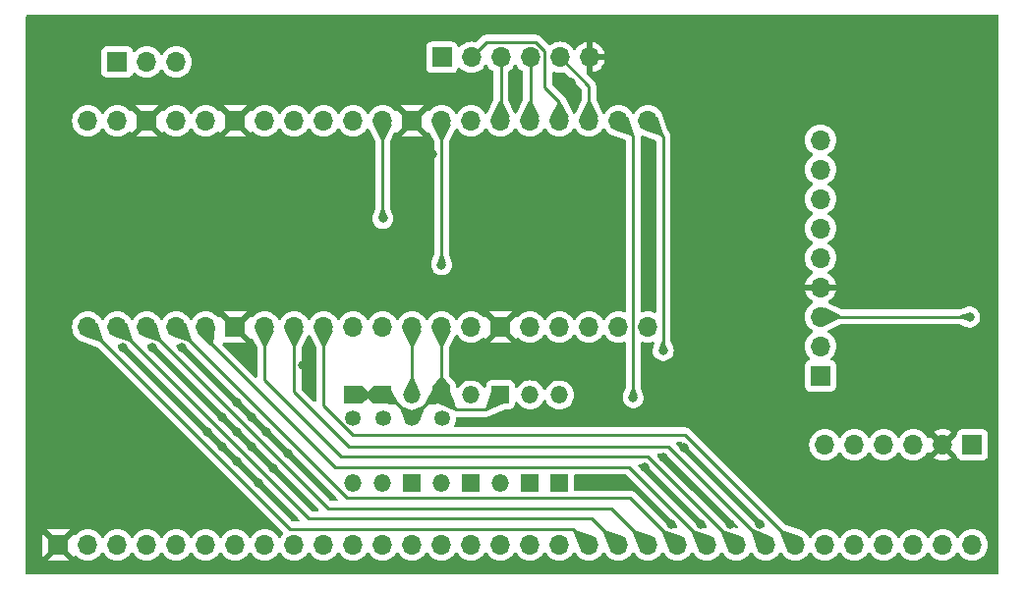
<source format=gbr>
%TF.GenerationSoftware,KiCad,Pcbnew,8.0.7*%
%TF.CreationDate,2025-02-06T19:54:10+01:00*%
%TF.ProjectId,Sorbus-Sound,536f7262-7573-42d5-936f-756e642e6b69,rev?*%
%TF.SameCoordinates,Original*%
%TF.FileFunction,Copper,L2,Bot*%
%TF.FilePolarity,Positive*%
%FSLAX46Y46*%
G04 Gerber Fmt 4.6, Leading zero omitted, Abs format (unit mm)*
G04 Created by KiCad (PCBNEW 8.0.7) date 2025-02-06 19:54:10*
%MOMM*%
%LPD*%
G01*
G04 APERTURE LIST*
%TA.AperFunction,ComponentPad*%
%ADD10R,1.500000X1.500000*%
%TD*%
%TA.AperFunction,ComponentPad*%
%ADD11O,1.500000X1.500000*%
%TD*%
%TA.AperFunction,ComponentPad*%
%ADD12O,1.700000X1.700000*%
%TD*%
%TA.AperFunction,ComponentPad*%
%ADD13R,1.700000X1.700000*%
%TD*%
%TA.AperFunction,ComponentPad*%
%ADD14C,1.350000*%
%TD*%
%TA.AperFunction,ViaPad*%
%ADD15C,0.800000*%
%TD*%
%TA.AperFunction,Conductor*%
%ADD16C,0.250000*%
%TD*%
G04 APERTURE END LIST*
D10*
%TO.P,D11,1,K*%
%TO.N,~{CS2}*%
X66548000Y-63236000D03*
D11*
%TO.P,D11,2,A*%
%TO.N,A11*%
X66548000Y-70856000D03*
%TD*%
D10*
%TO.P,D8,1,K*%
%TO.N,~{CS2}*%
X58928000Y-63236000D03*
D11*
%TO.P,D8,2,A*%
%TO.N,A8*%
X58928000Y-70856000D03*
%TD*%
D10*
%TO.P,D13,1,K*%
%TO.N,~{CS2}*%
X71628000Y-63236000D03*
D11*
%TO.P,D13,2,A*%
%TO.N,A13*%
X71628000Y-70856000D03*
%TD*%
D10*
%TO.P,D14,1,K*%
%TO.N,A14*%
X74168000Y-70861000D03*
D11*
%TO.P,D14,2,A*%
%TO.N,CS1*%
X74168000Y-63241000D03*
%TD*%
D10*
%TO.P,D9,1,K*%
%TO.N,~{CS2}*%
X61468000Y-63236000D03*
D11*
%TO.P,D9,2,A*%
%TO.N,A9*%
X61468000Y-70856000D03*
%TD*%
D10*
%TO.P,D15,1,K*%
%TO.N,A15*%
X76708000Y-70866000D03*
D11*
%TO.P,D15,2,A*%
%TO.N,CS1*%
X76708000Y-63246000D03*
%TD*%
D10*
%TO.P,D10,1,K*%
%TO.N,A10*%
X64008000Y-70866000D03*
D11*
%TO.P,D10,2,A*%
%TO.N,CS1*%
X64008000Y-63246000D03*
%TD*%
D10*
%TO.P,D12,1,K*%
%TO.N,A12*%
X69088000Y-70866000D03*
D11*
%TO.P,D12,2,A*%
%TO.N,CS1*%
X69088000Y-63246000D03*
%TD*%
D12*
%TO.P,U1,1,GPIO0*%
%TO.N,D0*%
X36068000Y-57404000D03*
%TO.P,U1,2,GPIO1*%
%TO.N,D1*%
X38608000Y-57404000D03*
%TO.P,U1,3,GPIO2*%
%TO.N,D2*%
X41148000Y-57404000D03*
%TO.P,U1,4,GPIO3*%
%TO.N,D3*%
X43688000Y-57404000D03*
%TO.P,U1,5,GPIO4*%
%TO.N,D4*%
X46228000Y-57404000D03*
D13*
%TO.P,U1,6,GND*%
%TO.N,GND*%
X48768000Y-57404000D03*
D12*
%TO.P,U1,7,GPIO5*%
%TO.N,D5*%
X51308000Y-57404000D03*
%TO.P,U1,8,GPIO6*%
%TO.N,D6*%
X53848000Y-57404000D03*
%TO.P,U1,9,GPIO7*%
%TO.N,D7*%
X56388000Y-57404000D03*
%TO.P,U1,10,GPIO8*%
%TO.N,CLK*%
X58928000Y-57404000D03*
%TO.P,U1,11,GPIO9*%
%TO.N,R{slash}~{W}*%
X61468000Y-57404000D03*
%TO.P,U1,12,GPIO10*%
%TO.N,CS1*%
X64008000Y-57404000D03*
%TO.P,U1,13,GPIO11*%
%TO.N,~{CS2}*%
X66548000Y-57404000D03*
%TO.P,U1,14,GPIO12*%
%TO.N,A0*%
X69088000Y-57404000D03*
D13*
%TO.P,U1,15,GND*%
%TO.N,GND*%
X71628000Y-57404000D03*
D12*
%TO.P,U1,16,GPIO13*%
%TO.N,A1*%
X74168000Y-57404000D03*
%TO.P,U1,17,GPIO14*%
%TO.N,A2*%
X76708000Y-57404000D03*
%TO.P,U1,18,GPIO15*%
%TO.N,A3*%
X79248000Y-57404000D03*
%TO.P,U1,19,GPIO16*%
%TO.N,A4*%
X81788000Y-57404000D03*
%TO.P,U1,20,GPIO17*%
%TO.N,A5*%
X84328000Y-57404000D03*
%TO.P,U1,21,GPIO18*%
%TO.N,A6*%
X84328000Y-39624000D03*
%TO.P,U1,22,GPIO19*%
%TO.N,A7*%
X81788000Y-39624000D03*
%TO.P,U1,23,GPIO20*%
%TO.N,SPI0-RX*%
X79248000Y-39624000D03*
%TO.P,U1,24,GPIO21*%
%TO.N,SPI0-CSn*%
X76708000Y-39624000D03*
%TO.P,U1,25,GPIO22*%
%TO.N,SPI0-CLK*%
X74168000Y-39624000D03*
%TO.P,U1,26,GPIO23*%
%TO.N,SPI0-TX*%
X71628000Y-39624000D03*
%TO.P,U1,27,GPIO24*%
%TO.N,~{RESET}*%
X69088000Y-39624000D03*
%TO.P,U1,28,GPIO25*%
%TO.N,FLT*%
X66548000Y-39624000D03*
D13*
%TO.P,U1,29,AGND*%
%TO.N,GND*%
X64008000Y-39624000D03*
D12*
%TO.P,U1,30,GPIO26_ADC0*%
%TO.N,BCK*%
X61468000Y-39624000D03*
%TO.P,U1,31,GPIO27_ADC1*%
%TO.N,LRCK*%
X58928000Y-39624000D03*
%TO.P,U1,32,GPIO28_ADC2*%
%TO.N,DIN*%
X56388000Y-39624000D03*
%TO.P,U1,33,GPIO29_ADC3*%
%TO.N,DEMP*%
X53848000Y-39624000D03*
%TO.P,U1,34,RUN*%
%TO.N,unconnected-(U1-RUN-Pad34)*%
X51308000Y-39624000D03*
D13*
%TO.P,U1,35,GND*%
%TO.N,GND*%
X48768000Y-39624000D03*
D12*
%TO.P,U1,36,3V3*%
%TO.N,3V3*%
X46228000Y-39624000D03*
%TO.P,U1,37,3V3_EN*%
%TO.N,unconnected-(U1-3V3_EN-Pad37)*%
X43688000Y-39624000D03*
D13*
%TO.P,U1,38,GND*%
%TO.N,GND*%
X41148000Y-39624000D03*
D12*
%TO.P,U1,39,VIN*%
%TO.N,unconnected-(U1-VIN-Pad39)*%
X38608000Y-39624000D03*
%TO.P,U1,40,VBUS*%
%TO.N,5V*%
X36068000Y-39624000D03*
%TD*%
D13*
%TO.P,J2,1,Pin_1*%
%TO.N,5V*%
X38608000Y-34544000D03*
D12*
%TO.P,J2,2,Pin_2*%
%TO.N,VCC*%
X41148000Y-34544000D03*
%TO.P,J2,3,Pin_3*%
%TO.N,3V3*%
X43688000Y-34544000D03*
%TD*%
D13*
%TO.P,J5,1,Pin_1*%
%TO.N,3V3*%
X66573400Y-34137600D03*
D12*
%TO.P,J5,2,Pin_2*%
%TO.N,SPI0-CSn*%
X69113400Y-34137600D03*
%TO.P,J5,3,Pin_3*%
%TO.N,SPI0-TX*%
X71653400Y-34137600D03*
%TO.P,J5,4,Pin_4*%
%TO.N,SPI0-CLK*%
X74193400Y-34137600D03*
%TO.P,J5,5,Pin_5*%
%TO.N,SPI0-RX*%
X76733400Y-34137600D03*
%TO.P,J5,6,Pin_6*%
%TO.N,GND*%
X79273400Y-34137600D03*
%TD*%
D13*
%TO.P,J3,1,Pin_1*%
%TO.N,3V3*%
X112278000Y-67564000D03*
D12*
%TO.P,J3,2,Pin_2*%
%TO.N,GND*%
X109738000Y-67564000D03*
%TO.P,J3,3,Pin_3*%
%TO.N,LRCK*%
X107198000Y-67564000D03*
%TO.P,J3,4,Pin_4*%
%TO.N,DIN*%
X104658000Y-67564000D03*
%TO.P,J3,5,Pin_5*%
%TO.N,BCK*%
X102118000Y-67564000D03*
%TO.P,J3,6,Pin_6*%
%TO.N,/SCK*%
X99578000Y-67564000D03*
%TD*%
D13*
%TO.P,J4,1,Pin_1*%
%TO.N,FLT*%
X99187000Y-61595000D03*
D12*
%TO.P,J4,2,Pin_2*%
%TO.N,DEMP*%
X99187000Y-59055000D03*
%TO.P,J4,3,Pin_3*%
%TO.N,3V3*%
X99187000Y-56515000D03*
%TO.P,J4,4,Pin_4*%
%TO.N,GND*%
X99187000Y-53975000D03*
%TO.P,J4,5,Pin_5*%
%TO.N,unconnected-(J4-Pin_5-Pad5)*%
X99187000Y-51435000D03*
%TO.P,J4,6,Pin_6*%
%TO.N,unconnected-(J4-Pin_6-Pad6)*%
X99187000Y-48895000D03*
%TO.P,J4,7,Pin_7*%
%TO.N,unconnected-(J4-Pin_7-Pad7)*%
X99187000Y-46355000D03*
%TO.P,J4,8,Pin_8*%
%TO.N,unconnected-(J4-Pin_8-Pad8)*%
X99187000Y-43815000D03*
%TO.P,J4,9,Pin_9*%
%TO.N,unconnected-(J4-Pin_9-Pad9)*%
X99187000Y-41275000D03*
%TD*%
D14*
%TO.P,J8,1,Pin_1*%
%TO.N,CS1*%
X58928000Y-65273000D03*
%TD*%
D13*
%TO.P,J1,1,Pin_1*%
%TO.N,GND*%
X33528000Y-76200000D03*
D12*
%TO.P,J1,2,Pin_2*%
%TO.N,VCC*%
X36068000Y-76200000D03*
%TO.P,J1,3,Pin_3*%
%TO.N,A0*%
X38608000Y-76200000D03*
%TO.P,J1,4,Pin_4*%
%TO.N,A1*%
X41148000Y-76200000D03*
%TO.P,J1,5,Pin_5*%
%TO.N,A2*%
X43688000Y-76200000D03*
%TO.P,J1,6,Pin_6*%
%TO.N,A3*%
X46228000Y-76200000D03*
%TO.P,J1,7,Pin_7*%
%TO.N,A4*%
X48768000Y-76200000D03*
%TO.P,J1,8,Pin_8*%
%TO.N,A5*%
X51308000Y-76200000D03*
%TO.P,J1,9,Pin_9*%
%TO.N,A6*%
X53848000Y-76200000D03*
%TO.P,J1,10,Pin_10*%
%TO.N,A7*%
X56388000Y-76200000D03*
%TO.P,J1,11,Pin_11*%
%TO.N,A8*%
X58928000Y-76200000D03*
%TO.P,J1,12,Pin_12*%
%TO.N,A9*%
X61468000Y-76200000D03*
%TO.P,J1,13,Pin_13*%
%TO.N,A10*%
X64008000Y-76200000D03*
%TO.P,J1,14,Pin_14*%
%TO.N,A11*%
X66548000Y-76200000D03*
%TO.P,J1,15,Pin_15*%
%TO.N,A12*%
X69088000Y-76200000D03*
%TO.P,J1,16,Pin_16*%
%TO.N,A13*%
X71628000Y-76200000D03*
%TO.P,J1,17,Pin_17*%
%TO.N,A14*%
X74168000Y-76200000D03*
%TO.P,J1,18,Pin_18*%
%TO.N,A15*%
X76708000Y-76200000D03*
%TO.P,J1,19,Pin_19*%
%TO.N,D0*%
X79248000Y-76200000D03*
%TO.P,J1,20,Pin_20*%
%TO.N,D1*%
X81788000Y-76200000D03*
%TO.P,J1,21,Pin_21*%
%TO.N,D2*%
X84328000Y-76200000D03*
%TO.P,J1,22,Pin_22*%
%TO.N,D3*%
X86868000Y-76200000D03*
%TO.P,J1,23,Pin_23*%
%TO.N,D4*%
X89408000Y-76200000D03*
%TO.P,J1,24,Pin_24*%
%TO.N,D5*%
X91948000Y-76200000D03*
%TO.P,J1,25,Pin_25*%
%TO.N,D6*%
X94488000Y-76200000D03*
%TO.P,J1,26,Pin_26*%
%TO.N,D7*%
X97028000Y-76200000D03*
%TO.P,J1,27,Pin_27*%
%TO.N,R{slash}~{W}*%
X99568000Y-76200000D03*
%TO.P,J1,28,Pin_28*%
%TO.N,CLK*%
X102108000Y-76200000D03*
%TO.P,J1,29,Pin_29*%
%TO.N,/RDY*%
X104648000Y-76200000D03*
%TO.P,J1,30,Pin_30*%
%TO.N,/~{IRQ}*%
X107188000Y-76200000D03*
%TO.P,J1,31,Pin_31*%
%TO.N,/~{NMI}*%
X109728000Y-76200000D03*
%TO.P,J1,32,Pin_32*%
%TO.N,~{RESET}*%
X112268000Y-76200000D03*
%TD*%
D14*
%TO.P,J11,1,Pin_1*%
%TO.N,CS1*%
X66598800Y-65278000D03*
%TD*%
%TO.P,J9,1,Pin_1*%
%TO.N,CS1*%
X61518800Y-65278000D03*
%TD*%
%TO.P,J10,1,Pin_1*%
%TO.N,~{CS2}*%
X64008000Y-65273000D03*
%TD*%
D15*
%TO.N,3V3*%
X112051000Y-56540400D03*
%TO.N,A6*%
X85648800Y-59436000D03*
%TO.N,A7*%
X83058012Y-63499992D03*
%TO.N,GND*%
X76708000Y-44551600D03*
X50165000Y-65151000D03*
X77724000Y-36322000D03*
X88900000Y-74371200D03*
X39116000Y-59182000D03*
X84048600Y-69494400D03*
X52070000Y-69596000D03*
X78841600Y-70764400D03*
X55372000Y-62484000D03*
X100000000Y-65000000D03*
X86309200Y-74371200D03*
X53340000Y-68326002D03*
X51435000Y-66421000D03*
X110388400Y-58013600D03*
X103327200Y-60500000D03*
X103378000Y-65278000D03*
X72923400Y-36296600D03*
X100838000Y-74371200D03*
X82403927Y-65213976D03*
X47625000Y-65151000D03*
X85623400Y-68681600D03*
X48895000Y-63881000D03*
X87401400Y-67767200D03*
X98298000Y-74371200D03*
X44196000Y-59182000D03*
X65773000Y-42513134D03*
X80000000Y-60000000D03*
X93952400Y-74371200D03*
X50800000Y-70866000D03*
X74015600Y-42164000D03*
X81737200Y-44551600D03*
X55000000Y-42500000D03*
X46355000Y-66421000D03*
X50165000Y-67691000D03*
X79248000Y-44551600D03*
X105968800Y-65278000D03*
X41656000Y-59182000D03*
X91440000Y-74371200D03*
X48895000Y-66421000D03*
X54610000Y-60706000D03*
X48895000Y-68961000D03*
X47625000Y-67691000D03*
X84378800Y-44551600D03*
%TO.N,FLT*%
X66548002Y-52019199D03*
%TO.N,BCK*%
X61493400Y-48031400D03*
%TD*%
D16*
%TO.N,D0*%
X77851000Y-74803000D02*
X53467000Y-74803000D01*
X53467000Y-74803000D02*
X36068000Y-57404000D01*
X79248000Y-76200000D02*
X77851000Y-74803000D01*
%TO.N,D1*%
X38608000Y-57404000D02*
X55118000Y-73914000D01*
X79502000Y-73914000D02*
X81788000Y-76200000D01*
X55118000Y-73914000D02*
X79502000Y-73914000D01*
%TO.N,D2*%
X81153000Y-73025000D02*
X84328000Y-76200000D01*
X41148000Y-57413305D02*
X56759695Y-73025000D01*
X56759695Y-73025000D02*
X81153000Y-73025000D01*
X41148000Y-57404000D02*
X41148000Y-57413305D01*
%TO.N,D3*%
X58420000Y-72136000D02*
X82804000Y-72136000D01*
X43688000Y-57404000D02*
X58420000Y-72136000D01*
X82804000Y-72136000D02*
X86868000Y-76200000D01*
%TO.N,D4*%
X82677000Y-69469000D02*
X89408000Y-76200000D01*
X46228000Y-57404000D02*
X46228000Y-58356500D01*
X46228000Y-58356500D02*
X57340500Y-69469000D01*
X57340500Y-69469000D02*
X82677000Y-69469000D01*
%TO.N,D5*%
X51308000Y-57404000D02*
X51308000Y-61976000D01*
X51308000Y-61976000D02*
X57912000Y-68580000D01*
X84328000Y-68580000D02*
X91948000Y-76200000D01*
X57912000Y-68580000D02*
X84328000Y-68580000D01*
%TO.N,D6*%
X53848000Y-62992000D02*
X58547000Y-67691000D01*
X53848000Y-57404000D02*
X53848000Y-62992000D01*
X94488000Y-76073000D02*
X94488000Y-76200000D01*
X58547000Y-67691000D02*
X86106000Y-67691000D01*
X86106000Y-67691000D02*
X94488000Y-76073000D01*
%TO.N,D7*%
X56388000Y-57404000D02*
X56388000Y-64198500D01*
X56388000Y-64198500D02*
X58864500Y-66675000D01*
X58864500Y-66675000D02*
X87503000Y-66675000D01*
X87503000Y-66675000D02*
X97028000Y-76200000D01*
%TO.N,3V3*%
X99187000Y-56515000D02*
X112025600Y-56515000D01*
X112025600Y-56515000D02*
X112051000Y-56540400D01*
%TO.N,CS1*%
X64008000Y-57404000D02*
X64008000Y-63246000D01*
%TO.N,A6*%
X85648800Y-40944800D02*
X85648800Y-59436000D01*
X84328000Y-39624000D02*
X85648800Y-40944800D01*
%TO.N,A7*%
X83058012Y-40894012D02*
X83058012Y-63500000D01*
X82878008Y-63499992D02*
X83058012Y-63499992D01*
X81788000Y-39624000D02*
X83058012Y-40894012D01*
%TO.N,~{CS2}*%
X66548000Y-57404000D02*
X66548000Y-63236000D01*
X66548000Y-63236000D02*
X66045000Y-63236000D01*
X66548000Y-63236000D02*
X67828000Y-64516000D01*
X61468000Y-63236000D02*
X61971000Y-63236000D01*
X66045000Y-63236000D02*
X64008000Y-65273000D01*
X61971000Y-63236000D02*
X64008000Y-65273000D01*
X67828000Y-64516000D02*
X70348000Y-64516000D01*
X70348000Y-64516000D02*
X71628000Y-63236000D01*
X61468000Y-63236000D02*
X58928000Y-63236000D01*
%TO.N,FLT*%
X66548000Y-52019197D02*
X66548002Y-52019199D01*
X66548000Y-39624000D02*
X66548000Y-52019197D01*
%TO.N,BCK*%
X61468000Y-39624000D02*
X61468000Y-48006000D01*
X61468000Y-48006000D02*
X61493400Y-48031400D01*
%TO.N,SPI0-CLK*%
X74193400Y-34137600D02*
X74193400Y-39598600D01*
X74193400Y-39598600D02*
X74168000Y-39624000D01*
%TO.N,SPI0-CSn*%
X70434200Y-32816800D02*
X74676000Y-32816800D01*
X74676000Y-32816800D02*
X75438000Y-33578800D01*
X76708000Y-38005000D02*
X76708000Y-39624000D01*
X69113400Y-34137600D02*
X70434200Y-32816800D01*
X75438000Y-36735000D02*
X76708000Y-38005000D01*
X75438000Y-33578800D02*
X75438000Y-36735000D01*
%TO.N,SPI0-RX*%
X76733400Y-34137600D02*
X79248000Y-36652200D01*
X79248000Y-36652200D02*
X79248000Y-39624000D01*
%TO.N,SPI0-TX*%
X71653400Y-39598600D02*
X71628000Y-39624000D01*
X71653400Y-34137600D02*
X71653400Y-39598600D01*
%TD*%
%TA.AperFunction,Conductor*%
%TO.N,CS1*%
G36*
X64133832Y-61749427D02*
G01*
X64136155Y-61752739D01*
X64695725Y-62947914D01*
X64696130Y-62956860D01*
X64690090Y-62963471D01*
X64689620Y-62963679D01*
X64012491Y-63245133D01*
X64003536Y-63245144D01*
X64003509Y-63245133D01*
X63326379Y-62963679D01*
X63320055Y-62957339D01*
X63320066Y-62948384D01*
X63320274Y-62947914D01*
X63879845Y-61752739D01*
X63886456Y-61746699D01*
X63890441Y-61746000D01*
X64125559Y-61746000D01*
X64133832Y-61749427D01*
G37*
%TD.AperFunction*%
%TD*%
%TA.AperFunction,Conductor*%
%TO.N,A6*%
G36*
X85110838Y-39303441D02*
G01*
X85117163Y-39309780D01*
X85117388Y-39310370D01*
X85616031Y-40730748D01*
X85615539Y-40739690D01*
X85613265Y-40742897D01*
X85446897Y-40909265D01*
X85438624Y-40912692D01*
X85434748Y-40912031D01*
X84014370Y-40413388D01*
X84007699Y-40407415D01*
X84007207Y-40398473D01*
X84007423Y-40397905D01*
X84325438Y-39627783D01*
X84331759Y-39621448D01*
X85101884Y-39303432D01*
X85110838Y-39303441D01*
G37*
%TD.AperFunction*%
%TD*%
%TA.AperFunction,Conductor*%
%TO.N,~{CS2}*%
G36*
X65808201Y-62819472D02*
G01*
X65808237Y-62819491D01*
X65816269Y-62824002D01*
X66544467Y-63232912D01*
X66550002Y-63239951D01*
X66550010Y-63239979D01*
X66753667Y-63972369D01*
X66752582Y-63981258D01*
X66745530Y-63986776D01*
X66743358Y-63987164D01*
X65361461Y-64101271D01*
X65352934Y-64098537D01*
X65352225Y-64097884D01*
X65185528Y-63931187D01*
X65182101Y-63922914D01*
X65183578Y-63917225D01*
X65792288Y-62824000D01*
X65799305Y-62818441D01*
X65808201Y-62819472D01*
G37*
%TD.AperFunction*%
%TD*%
%TA.AperFunction,Conductor*%
%TO.N,D3*%
G36*
X44470838Y-57083441D02*
G01*
X44477163Y-57089780D01*
X44477388Y-57090370D01*
X44976031Y-58510748D01*
X44975539Y-58519690D01*
X44973265Y-58522897D01*
X44806897Y-58689265D01*
X44798624Y-58692692D01*
X44794748Y-58692031D01*
X43374370Y-58193388D01*
X43367699Y-58187415D01*
X43367207Y-58178473D01*
X43367423Y-58177905D01*
X43685438Y-57407783D01*
X43691759Y-57401448D01*
X44461884Y-57083432D01*
X44470838Y-57083441D01*
G37*
%TD.AperFunction*%
%TD*%
%TA.AperFunction,Conductor*%
%TO.N,~{CS2}*%
G36*
X67295653Y-62930762D02*
G01*
X67301976Y-62937102D01*
X67302162Y-62937581D01*
X67681810Y-63986000D01*
X67827768Y-64389069D01*
X67828467Y-64393053D01*
X67828467Y-64623534D01*
X67825040Y-64631807D01*
X67816767Y-64635234D01*
X67812315Y-64634354D01*
X66247433Y-63990461D01*
X66241086Y-63984144D01*
X66241065Y-63975189D01*
X66545143Y-63240485D01*
X66551471Y-63234154D01*
X67286700Y-62930750D01*
X67295653Y-62930762D01*
G37*
%TD.AperFunction*%
%TD*%
%TA.AperFunction,Conductor*%
%TO.N,A6*%
G36*
X85773988Y-58639427D02*
G01*
X85776659Y-58643563D01*
X86014351Y-59272344D01*
X86014071Y-59281294D01*
X86007909Y-59287280D01*
X85653302Y-59435123D01*
X85644348Y-59435144D01*
X85644298Y-59435123D01*
X85289690Y-59287280D01*
X85283372Y-59280933D01*
X85283248Y-59272345D01*
X85520941Y-58643562D01*
X85527072Y-58637036D01*
X85531885Y-58636000D01*
X85765715Y-58636000D01*
X85773988Y-58639427D01*
G37*
%TD.AperFunction*%
%TD*%
%TA.AperFunction,Conductor*%
%TO.N,D3*%
G36*
X85761251Y-74911968D02*
G01*
X86243027Y-75081102D01*
X87181629Y-75410611D01*
X87188300Y-75416584D01*
X87188792Y-75425526D01*
X87188567Y-75426116D01*
X86870562Y-76196214D01*
X86864237Y-76202553D01*
X86864214Y-76202562D01*
X86094116Y-76520567D01*
X86085161Y-76520558D01*
X86078836Y-76514219D01*
X86078611Y-76513629D01*
X85968755Y-76200707D01*
X85692818Y-75414702D01*
X85579968Y-75093251D01*
X85580460Y-75084309D01*
X85582731Y-75081105D01*
X85749103Y-74914733D01*
X85757375Y-74911307D01*
X85761251Y-74911968D01*
G37*
%TD.AperFunction*%
%TD*%
%TA.AperFunction,Conductor*%
%TO.N,FLT*%
G36*
X66552489Y-39624865D02*
G01*
X67321892Y-39944542D01*
X67328217Y-39950881D01*
X67328208Y-39959836D01*
X67327950Y-39960413D01*
X66676186Y-41317366D01*
X66669515Y-41323339D01*
X66665639Y-41324000D01*
X66430361Y-41324000D01*
X66422088Y-41320573D01*
X66419814Y-41317366D01*
X65768049Y-39960413D01*
X65767557Y-39951471D01*
X65773530Y-39944800D01*
X65774095Y-39944547D01*
X66543511Y-39624864D01*
X66552466Y-39624856D01*
X66552489Y-39624865D01*
G37*
%TD.AperFunction*%
%TD*%
%TA.AperFunction,Conductor*%
%TO.N,D5*%
G36*
X51312489Y-57404865D02*
G01*
X52081892Y-57724542D01*
X52088217Y-57730881D01*
X52088208Y-57739836D01*
X52087950Y-57740413D01*
X51436186Y-59097366D01*
X51429515Y-59103339D01*
X51425639Y-59104000D01*
X51190361Y-59104000D01*
X51182088Y-59100573D01*
X51179814Y-59097366D01*
X50528049Y-57740413D01*
X50527557Y-57731471D01*
X50533530Y-57724800D01*
X50534095Y-57724547D01*
X51303511Y-57404864D01*
X51312466Y-57404856D01*
X51312489Y-57404865D01*
G37*
%TD.AperFunction*%
%TD*%
%TA.AperFunction,Conductor*%
%TO.N,~{CS2}*%
G36*
X64876109Y-64232965D02*
G01*
X64879521Y-64235334D01*
X65045665Y-64401478D01*
X65049092Y-64409751D01*
X65048355Y-64413839D01*
X64635850Y-65519964D01*
X64629748Y-65526518D01*
X64620799Y-65526839D01*
X64620424Y-65526692D01*
X64620002Y-65526518D01*
X64459704Y-65460377D01*
X64011790Y-65275562D01*
X64005450Y-65269238D01*
X64005437Y-65269209D01*
X63754307Y-64660573D01*
X63754320Y-64651620D01*
X63760660Y-64645296D01*
X63760994Y-64645164D01*
X64867163Y-64232644D01*
X64876109Y-64232965D01*
G37*
%TD.AperFunction*%
%TD*%
%TA.AperFunction,Conductor*%
%TO.N,3V3*%
G36*
X99522836Y-55734791D02*
G01*
X99523413Y-55735049D01*
X100880366Y-56386814D01*
X100886339Y-56393484D01*
X100887000Y-56397360D01*
X100887000Y-56632639D01*
X100883573Y-56640912D01*
X100880366Y-56643186D01*
X99523413Y-57294950D01*
X99514471Y-57295442D01*
X99507800Y-57289469D01*
X99507542Y-57288892D01*
X99187865Y-56519489D01*
X99187856Y-56510534D01*
X99187865Y-56510511D01*
X99507542Y-55741107D01*
X99513881Y-55734782D01*
X99522836Y-55734791D01*
G37*
%TD.AperFunction*%
%TD*%
%TA.AperFunction,Conductor*%
%TO.N,D0*%
G36*
X36850838Y-57083441D02*
G01*
X36857163Y-57089780D01*
X36857388Y-57090370D01*
X37356031Y-58510748D01*
X37355539Y-58519690D01*
X37353265Y-58522897D01*
X37186897Y-58689265D01*
X37178624Y-58692692D01*
X37174748Y-58692031D01*
X35754370Y-58193388D01*
X35747699Y-58187415D01*
X35747207Y-58178473D01*
X35747423Y-58177905D01*
X36065438Y-57407783D01*
X36071759Y-57401448D01*
X36841884Y-57083432D01*
X36850838Y-57083441D01*
G37*
%TD.AperFunction*%
%TD*%
%TA.AperFunction,Conductor*%
%TO.N,~{CS2}*%
G36*
X59686201Y-62492834D02*
G01*
X60423790Y-63107492D01*
X60427952Y-63115420D01*
X60428000Y-63116479D01*
X60428000Y-63355520D01*
X60424573Y-63363793D01*
X60423790Y-63364508D01*
X59686203Y-63979164D01*
X59677654Y-63981828D01*
X59670445Y-63978455D01*
X58935290Y-63244279D01*
X58931858Y-63236008D01*
X58935279Y-63227732D01*
X58935290Y-63227721D01*
X59047741Y-63115420D01*
X59670446Y-62493543D01*
X59678721Y-62490123D01*
X59686201Y-62492834D01*
G37*
%TD.AperFunction*%
%TD*%
%TA.AperFunction,Conductor*%
%TO.N,SPI0-CSn*%
G36*
X76744406Y-37870588D02*
G01*
X76746497Y-37873431D01*
X77487362Y-39287391D01*
X77488166Y-39296309D01*
X77482428Y-39303185D01*
X77481487Y-39303626D01*
X76713190Y-39622844D01*
X76704236Y-39622852D01*
X76017874Y-39338190D01*
X75934360Y-39303554D01*
X75928031Y-39297220D01*
X75928035Y-39288265D01*
X75928397Y-39287476D01*
X76561494Y-38037774D01*
X76563654Y-38034794D01*
X76727861Y-37870587D01*
X76736133Y-37867161D01*
X76744406Y-37870588D01*
G37*
%TD.AperFunction*%
%TD*%
%TA.AperFunction,Conductor*%
%TO.N,A7*%
G36*
X82570838Y-39303441D02*
G01*
X82577163Y-39309780D01*
X82577388Y-39310370D01*
X83076031Y-40730748D01*
X83075539Y-40739690D01*
X83073265Y-40742897D01*
X82906897Y-40909265D01*
X82898624Y-40912692D01*
X82894748Y-40912031D01*
X81474370Y-40413388D01*
X81467699Y-40407415D01*
X81467207Y-40398473D01*
X81467423Y-40397905D01*
X81785438Y-39627783D01*
X81791759Y-39621448D01*
X82561884Y-39303432D01*
X82570838Y-39303441D01*
G37*
%TD.AperFunction*%
%TD*%
%TA.AperFunction,Conductor*%
%TO.N,A7*%
G36*
X83183200Y-62703419D02*
G01*
X83185871Y-62707555D01*
X83423563Y-63336336D01*
X83423283Y-63345286D01*
X83417121Y-63351272D01*
X83062514Y-63499115D01*
X83053560Y-63499136D01*
X83053510Y-63499115D01*
X82698902Y-63351272D01*
X82692584Y-63344925D01*
X82692460Y-63336337D01*
X82930153Y-62707554D01*
X82936284Y-62701028D01*
X82941097Y-62699992D01*
X83174927Y-62699992D01*
X83183200Y-62703419D01*
G37*
%TD.AperFunction*%
%TD*%
%TA.AperFunction,Conductor*%
%TO.N,CS1*%
G36*
X64012489Y-57404865D02*
G01*
X64781892Y-57724542D01*
X64788217Y-57730881D01*
X64788208Y-57739836D01*
X64787950Y-57740413D01*
X64136186Y-59097366D01*
X64129515Y-59103339D01*
X64125639Y-59104000D01*
X63890361Y-59104000D01*
X63882088Y-59100573D01*
X63879814Y-59097366D01*
X63228049Y-57740413D01*
X63227557Y-57731471D01*
X63233530Y-57724800D01*
X63234095Y-57724547D01*
X64003511Y-57404864D01*
X64012466Y-57404856D01*
X64012489Y-57404865D01*
G37*
%TD.AperFunction*%
%TD*%
%TA.AperFunction,Conductor*%
%TO.N,D6*%
G36*
X93457634Y-74861597D02*
G01*
X94802402Y-75410263D01*
X94808767Y-75416561D01*
X94808815Y-75425516D01*
X94808796Y-75425562D01*
X94490562Y-76196214D01*
X94484237Y-76202553D01*
X94484214Y-76202562D01*
X93714791Y-76520288D01*
X93705836Y-76520279D01*
X93699511Y-76513940D01*
X93699082Y-76512712D01*
X93609766Y-76202562D01*
X93275570Y-75042067D01*
X93276574Y-75033170D01*
X93278536Y-75030562D01*
X93444942Y-74864156D01*
X93453214Y-74860730D01*
X93457634Y-74861597D01*
G37*
%TD.AperFunction*%
%TD*%
%TA.AperFunction,Conductor*%
%TO.N,~{CS2}*%
G36*
X60725554Y-62493544D02*
G01*
X61460709Y-63227721D01*
X61464141Y-63235992D01*
X61460720Y-63244268D01*
X61460709Y-63244279D01*
X60725554Y-63978455D01*
X60717278Y-63981876D01*
X60709797Y-63979164D01*
X59972210Y-63364508D01*
X59968048Y-63356579D01*
X59968000Y-63355520D01*
X59968000Y-63116479D01*
X59971427Y-63108206D01*
X59972201Y-63107498D01*
X60709799Y-62492834D01*
X60718345Y-62490171D01*
X60725554Y-62493544D01*
G37*
%TD.AperFunction*%
%TD*%
%TA.AperFunction,Conductor*%
%TO.N,GND*%
G36*
X85862587Y-68336185D02*
G01*
X85883229Y-68352819D01*
X92097920Y-74567510D01*
X92131405Y-74628833D01*
X92126421Y-74698525D01*
X92084549Y-74754458D01*
X92019085Y-74778875D01*
X91969165Y-74772191D01*
X91490471Y-74604140D01*
X91490470Y-74604139D01*
X91126100Y-74476221D01*
X91079494Y-74446903D01*
X88123406Y-71490815D01*
X85160770Y-68528180D01*
X85127286Y-68466858D01*
X85132270Y-68397166D01*
X85174142Y-68341233D01*
X85239606Y-68316816D01*
X85248452Y-68316500D01*
X85795548Y-68316500D01*
X85862587Y-68336185D01*
G37*
%TD.AperFunction*%
%TA.AperFunction,Conductor*%
G36*
X82433587Y-70114185D02*
G01*
X82454229Y-70130819D01*
X86822215Y-74498806D01*
X86855700Y-74560129D01*
X86850716Y-74629821D01*
X86808844Y-74685754D01*
X86743380Y-74710171D01*
X86693460Y-74703487D01*
X86410471Y-74604140D01*
X86046100Y-74476222D01*
X85999493Y-74446903D01*
X83294198Y-71741608D01*
X83294178Y-71741586D01*
X83202733Y-71650141D01*
X83151509Y-71615915D01*
X83100287Y-71581689D01*
X83100286Y-71581688D01*
X83100283Y-71581686D01*
X83100280Y-71581685D01*
X83019792Y-71548347D01*
X82986453Y-71534537D01*
X82976427Y-71532543D01*
X82926029Y-71522518D01*
X82865610Y-71510500D01*
X82865607Y-71510500D01*
X82865606Y-71510500D01*
X78082500Y-71510500D01*
X78015461Y-71490815D01*
X77969706Y-71438011D01*
X77958500Y-71386500D01*
X77958499Y-70218500D01*
X77978184Y-70151461D01*
X78030987Y-70105706D01*
X78082499Y-70094500D01*
X82366548Y-70094500D01*
X82433587Y-70114185D01*
G37*
%TD.AperFunction*%
%TA.AperFunction,Conductor*%
G36*
X84084587Y-69225185D02*
G01*
X84105229Y-69241819D01*
X89362215Y-74498806D01*
X89395700Y-74560129D01*
X89390716Y-74629821D01*
X89348844Y-74685754D01*
X89283380Y-74710171D01*
X89233460Y-74703487D01*
X88950471Y-74604140D01*
X88950470Y-74604139D01*
X88586100Y-74476221D01*
X88539494Y-74446903D01*
X83509771Y-69417181D01*
X83476286Y-69355858D01*
X83481270Y-69286166D01*
X83523142Y-69230233D01*
X83588606Y-69205816D01*
X83597452Y-69205500D01*
X84017548Y-69205500D01*
X84084587Y-69225185D01*
G37*
%TD.AperFunction*%
%TA.AperFunction,Conductor*%
G36*
X87259587Y-67320185D02*
G01*
X87280229Y-67336819D01*
X94376618Y-74433208D01*
X94410103Y-74494531D01*
X94405119Y-74564223D01*
X94363247Y-74620156D01*
X94297783Y-74644573D01*
X94242094Y-74635701D01*
X93746999Y-74433702D01*
X93706161Y-74406571D01*
X86811771Y-67512181D01*
X86778286Y-67450858D01*
X86783270Y-67381166D01*
X86825142Y-67325233D01*
X86890606Y-67300816D01*
X86899452Y-67300500D01*
X87192548Y-67300500D01*
X87259587Y-67320185D01*
G37*
%TD.AperFunction*%
%TA.AperFunction,Conductor*%
G36*
X38782533Y-58900509D02*
G01*
X39429898Y-59127775D01*
X39476504Y-59157094D01*
X54285229Y-73965819D01*
X54318714Y-74027142D01*
X54313730Y-74096834D01*
X54271858Y-74152767D01*
X54206394Y-74177184D01*
X54197548Y-74177500D01*
X53777452Y-74177500D01*
X53710413Y-74157815D01*
X53689771Y-74141181D01*
X38653781Y-59105191D01*
X38620296Y-59043868D01*
X38625280Y-58974176D01*
X38667152Y-58918243D01*
X38732616Y-58893826D01*
X38782533Y-58900509D01*
G37*
%TD.AperFunction*%
%TA.AperFunction,Conductor*%
G36*
X41327057Y-58904765D02*
G01*
X41963975Y-59130890D01*
X42010168Y-59160063D01*
X55926924Y-73076819D01*
X55960409Y-73138142D01*
X55955425Y-73207834D01*
X55913553Y-73263767D01*
X55848089Y-73288184D01*
X55839243Y-73288500D01*
X55428452Y-73288500D01*
X55361413Y-73268815D01*
X55340771Y-73252181D01*
X41197891Y-59109301D01*
X41164406Y-59047978D01*
X41169390Y-58978286D01*
X41211262Y-58922353D01*
X41276726Y-58897936D01*
X41327057Y-58904765D01*
G37*
%TD.AperFunction*%
%TA.AperFunction,Conductor*%
G36*
X43848197Y-58895476D02*
G01*
X44509898Y-59127775D01*
X44556504Y-59157094D01*
X57587229Y-72187819D01*
X57620714Y-72249142D01*
X57615730Y-72318834D01*
X57573858Y-72374767D01*
X57508394Y-72399184D01*
X57499548Y-72399500D01*
X57070147Y-72399500D01*
X57003108Y-72379815D01*
X56982466Y-72363181D01*
X43719443Y-59100158D01*
X43685958Y-59038835D01*
X43690942Y-58969143D01*
X43732814Y-58913210D01*
X43798278Y-58888793D01*
X43848197Y-58895476D01*
G37*
%TD.AperFunction*%
%TA.AperFunction,Conductor*%
G36*
X55187047Y-58071087D02*
G01*
X55229774Y-58120397D01*
X55332155Y-58333551D01*
X55750274Y-59204060D01*
X55750275Y-59204061D01*
X55762500Y-59257748D01*
X55762500Y-63722547D01*
X55742815Y-63789586D01*
X55690011Y-63835341D01*
X55620853Y-63845285D01*
X55557297Y-63816260D01*
X55550819Y-63810228D01*
X54509819Y-62769228D01*
X54476334Y-62707905D01*
X54473500Y-62681547D01*
X54473500Y-59257747D01*
X54485725Y-59204060D01*
X55006225Y-58120395D01*
X55052993Y-58068489D01*
X55120402Y-58050107D01*
X55187047Y-58071087D01*
G37*
%TD.AperFunction*%
%TA.AperFunction,Conductor*%
G36*
X50102721Y-58385169D02*
G01*
X50164745Y-58371677D01*
X50234437Y-58376661D01*
X50290371Y-58418532D01*
X50302879Y-58439156D01*
X50670274Y-59204060D01*
X50670275Y-59204061D01*
X50682500Y-59257748D01*
X50682500Y-61627048D01*
X50662815Y-61694087D01*
X50610011Y-61739842D01*
X50540853Y-61749786D01*
X50477297Y-61720761D01*
X50470819Y-61714729D01*
X47715257Y-58959167D01*
X47681772Y-58897844D01*
X47686756Y-58828152D01*
X47728628Y-58772219D01*
X47794092Y-58747802D01*
X47816194Y-58748197D01*
X47870155Y-58753999D01*
X47870172Y-58754000D01*
X49665828Y-58754000D01*
X49665844Y-58753999D01*
X49725376Y-58747598D01*
X49725377Y-58747597D01*
X49749170Y-58738722D01*
X49749170Y-58738720D01*
X48905576Y-57895127D01*
X48964853Y-57879245D01*
X49081147Y-57812102D01*
X49176102Y-57717147D01*
X49243245Y-57600853D01*
X49259128Y-57541575D01*
X50102721Y-58385169D01*
G37*
%TD.AperFunction*%
%TA.AperFunction,Conductor*%
G36*
X83859923Y-40895845D02*
G01*
X83864326Y-40897898D01*
X83864337Y-40897903D01*
X83877130Y-40901330D01*
X83886095Y-40904101D01*
X84940375Y-41274220D01*
X84997109Y-41314999D01*
X85022789Y-41379978D01*
X85023300Y-41391219D01*
X85023300Y-56043470D01*
X85003615Y-56110509D01*
X84950811Y-56156264D01*
X84881653Y-56166208D01*
X84846896Y-56155852D01*
X84791669Y-56130099D01*
X84791655Y-56130094D01*
X84563413Y-56068938D01*
X84563403Y-56068936D01*
X84328001Y-56048341D01*
X84327999Y-56048341D01*
X84092596Y-56068936D01*
X84092586Y-56068938D01*
X83864344Y-56130094D01*
X83864329Y-56130099D01*
X83859914Y-56132159D01*
X83790837Y-56142650D01*
X83727053Y-56114128D01*
X83688815Y-56055651D01*
X83683512Y-56019776D01*
X83683512Y-41008224D01*
X83703197Y-40941185D01*
X83756001Y-40895430D01*
X83825159Y-40885486D01*
X83859923Y-40895845D01*
G37*
%TD.AperFunction*%
%TA.AperFunction,Conductor*%
G36*
X76239901Y-35397590D02*
G01*
X76269737Y-35411503D01*
X76269742Y-35411504D01*
X76269744Y-35411505D01*
X76284288Y-35415402D01*
X76497992Y-35472663D01*
X76674434Y-35488100D01*
X76733399Y-35493259D01*
X76733400Y-35493259D01*
X76733401Y-35493259D01*
X76792366Y-35488100D01*
X76968808Y-35472663D01*
X77069273Y-35445743D01*
X77139122Y-35447406D01*
X77189047Y-35477837D01*
X78586181Y-36874971D01*
X78619666Y-36936294D01*
X78622500Y-36962652D01*
X78622500Y-37770250D01*
X78610275Y-37823937D01*
X78086384Y-38914658D01*
X78039615Y-38966566D01*
X77972206Y-38984948D01*
X77905561Y-38963968D01*
X77864774Y-38918522D01*
X77329346Y-37896645D01*
X77317566Y-37863291D01*
X77309463Y-37822548D01*
X77285887Y-37765631D01*
X77262314Y-37708720D01*
X77262307Y-37708707D01*
X77193858Y-37606267D01*
X77193855Y-37606263D01*
X77103637Y-37516045D01*
X77103606Y-37516016D01*
X76099819Y-36512229D01*
X76066334Y-36450906D01*
X76063500Y-36424548D01*
X76063500Y-35509973D01*
X76083185Y-35442934D01*
X76135989Y-35397179D01*
X76205147Y-35387235D01*
X76239901Y-35397590D01*
G37*
%TD.AperFunction*%
%TA.AperFunction,Conductor*%
G36*
X73008255Y-34804146D02*
G01*
X73024975Y-34823442D01*
X73154901Y-35008996D01*
X73154906Y-35009002D01*
X73321997Y-35176093D01*
X73322003Y-35176098D01*
X73336455Y-35186217D01*
X73515024Y-35311253D01*
X73558648Y-35365828D01*
X73567900Y-35412826D01*
X73567900Y-37770289D01*
X73554781Y-37825799D01*
X73012051Y-38909890D01*
X72964438Y-38961025D01*
X72896737Y-38978301D01*
X72830445Y-38956232D01*
X72788669Y-38906529D01*
X72290399Y-37831609D01*
X72278900Y-37779460D01*
X72278900Y-35412826D01*
X72298585Y-35345787D01*
X72331774Y-35311254D01*
X72524801Y-35176095D01*
X72691895Y-35009001D01*
X72821825Y-34823442D01*
X72876402Y-34779817D01*
X72945900Y-34772623D01*
X73008255Y-34804146D01*
G37*
%TD.AperFunction*%
%TA.AperFunction,Conductor*%
G36*
X114497039Y-30499685D02*
G01*
X114542794Y-30552489D01*
X114554000Y-30604000D01*
X114554000Y-78616000D01*
X114534315Y-78683039D01*
X114481511Y-78728794D01*
X114430000Y-78740000D01*
X30858000Y-78740000D01*
X30790961Y-78720315D01*
X30745206Y-78667511D01*
X30734000Y-78616000D01*
X30734000Y-75302157D01*
X32178000Y-75302157D01*
X32178000Y-77097844D01*
X32184401Y-77157375D01*
X32193277Y-77181170D01*
X33045037Y-76329409D01*
X33062075Y-76392993D01*
X33127901Y-76507007D01*
X33220993Y-76600099D01*
X33335007Y-76665925D01*
X33398588Y-76682962D01*
X32546829Y-77534720D01*
X32546829Y-77534722D01*
X32570622Y-77543597D01*
X32570623Y-77543598D01*
X32630155Y-77549999D01*
X32630172Y-77550000D01*
X34425828Y-77550000D01*
X34425844Y-77549999D01*
X34485376Y-77543598D01*
X34485377Y-77543597D01*
X34509170Y-77534722D01*
X34509170Y-77534720D01*
X33657411Y-76682962D01*
X33720993Y-76665925D01*
X33835007Y-76600099D01*
X33928099Y-76507007D01*
X33993925Y-76392993D01*
X34010962Y-76329410D01*
X34862721Y-77181169D01*
X34870421Y-77160528D01*
X34912292Y-77104594D01*
X34977757Y-77080177D01*
X35046029Y-77095029D01*
X35074284Y-77116180D01*
X35196599Y-77238495D01*
X35293384Y-77306265D01*
X35390165Y-77374032D01*
X35390167Y-77374033D01*
X35390170Y-77374035D01*
X35604337Y-77473903D01*
X35832592Y-77535063D01*
X36003319Y-77550000D01*
X36067999Y-77555659D01*
X36068000Y-77555659D01*
X36068001Y-77555659D01*
X36132681Y-77550000D01*
X36303408Y-77535063D01*
X36531663Y-77473903D01*
X36745830Y-77374035D01*
X36939401Y-77238495D01*
X37106495Y-77071401D01*
X37236425Y-76885842D01*
X37291002Y-76842217D01*
X37360500Y-76835023D01*
X37422855Y-76866546D01*
X37439575Y-76885842D01*
X37569500Y-77071395D01*
X37569505Y-77071401D01*
X37736599Y-77238495D01*
X37833384Y-77306265D01*
X37930165Y-77374032D01*
X37930167Y-77374033D01*
X37930170Y-77374035D01*
X38144337Y-77473903D01*
X38372592Y-77535063D01*
X38543319Y-77550000D01*
X38607999Y-77555659D01*
X38608000Y-77555659D01*
X38608001Y-77555659D01*
X38672681Y-77550000D01*
X38843408Y-77535063D01*
X39071663Y-77473903D01*
X39285830Y-77374035D01*
X39479401Y-77238495D01*
X39646495Y-77071401D01*
X39776425Y-76885842D01*
X39831002Y-76842217D01*
X39900500Y-76835023D01*
X39962855Y-76866546D01*
X39979575Y-76885842D01*
X40109500Y-77071395D01*
X40109505Y-77071401D01*
X40276599Y-77238495D01*
X40373384Y-77306265D01*
X40470165Y-77374032D01*
X40470167Y-77374033D01*
X40470170Y-77374035D01*
X40684337Y-77473903D01*
X40912592Y-77535063D01*
X41083319Y-77550000D01*
X41147999Y-77555659D01*
X41148000Y-77555659D01*
X41148001Y-77555659D01*
X41212681Y-77550000D01*
X41383408Y-77535063D01*
X41611663Y-77473903D01*
X41825830Y-77374035D01*
X42019401Y-77238495D01*
X42186495Y-77071401D01*
X42316425Y-76885842D01*
X42371002Y-76842217D01*
X42440500Y-76835023D01*
X42502855Y-76866546D01*
X42519575Y-76885842D01*
X42649500Y-77071395D01*
X42649505Y-77071401D01*
X42816599Y-77238495D01*
X42913384Y-77306265D01*
X43010165Y-77374032D01*
X43010167Y-77374033D01*
X43010170Y-77374035D01*
X43224337Y-77473903D01*
X43452592Y-77535063D01*
X43623319Y-77550000D01*
X43687999Y-77555659D01*
X43688000Y-77555659D01*
X43688001Y-77555659D01*
X43752681Y-77550000D01*
X43923408Y-77535063D01*
X44151663Y-77473903D01*
X44365830Y-77374035D01*
X44559401Y-77238495D01*
X44726495Y-77071401D01*
X44856425Y-76885842D01*
X44911002Y-76842217D01*
X44980500Y-76835023D01*
X45042855Y-76866546D01*
X45059575Y-76885842D01*
X45189500Y-77071395D01*
X45189505Y-77071401D01*
X45356599Y-77238495D01*
X45453384Y-77306265D01*
X45550165Y-77374032D01*
X45550167Y-77374033D01*
X45550170Y-77374035D01*
X45764337Y-77473903D01*
X45992592Y-77535063D01*
X46163319Y-77550000D01*
X46227999Y-77555659D01*
X46228000Y-77555659D01*
X46228001Y-77555659D01*
X46292681Y-77550000D01*
X46463408Y-77535063D01*
X46691663Y-77473903D01*
X46905830Y-77374035D01*
X47099401Y-77238495D01*
X47266495Y-77071401D01*
X47396425Y-76885842D01*
X47451002Y-76842217D01*
X47520500Y-76835023D01*
X47582855Y-76866546D01*
X47599575Y-76885842D01*
X47729500Y-77071395D01*
X47729505Y-77071401D01*
X47896599Y-77238495D01*
X47993384Y-77306265D01*
X48090165Y-77374032D01*
X48090167Y-77374033D01*
X48090170Y-77374035D01*
X48304337Y-77473903D01*
X48532592Y-77535063D01*
X48703319Y-77550000D01*
X48767999Y-77555659D01*
X48768000Y-77555659D01*
X48768001Y-77555659D01*
X48832681Y-77550000D01*
X49003408Y-77535063D01*
X49231663Y-77473903D01*
X49445830Y-77374035D01*
X49639401Y-77238495D01*
X49806495Y-77071401D01*
X49936425Y-76885842D01*
X49991002Y-76842217D01*
X50060500Y-76835023D01*
X50122855Y-76866546D01*
X50139575Y-76885842D01*
X50269500Y-77071395D01*
X50269505Y-77071401D01*
X50436599Y-77238495D01*
X50533384Y-77306265D01*
X50630165Y-77374032D01*
X50630167Y-77374033D01*
X50630170Y-77374035D01*
X50844337Y-77473903D01*
X51072592Y-77535063D01*
X51243319Y-77550000D01*
X51307999Y-77555659D01*
X51308000Y-77555659D01*
X51308001Y-77555659D01*
X51372681Y-77550000D01*
X51543408Y-77535063D01*
X51771663Y-77473903D01*
X51985830Y-77374035D01*
X52179401Y-77238495D01*
X52346495Y-77071401D01*
X52476425Y-76885842D01*
X52531002Y-76842217D01*
X52600500Y-76835023D01*
X52662855Y-76866546D01*
X52679575Y-76885842D01*
X52809500Y-77071395D01*
X52809505Y-77071401D01*
X52976599Y-77238495D01*
X53073384Y-77306265D01*
X53170165Y-77374032D01*
X53170167Y-77374033D01*
X53170170Y-77374035D01*
X53384337Y-77473903D01*
X53612592Y-77535063D01*
X53783319Y-77550000D01*
X53847999Y-77555659D01*
X53848000Y-77555659D01*
X53848001Y-77555659D01*
X53912681Y-77550000D01*
X54083408Y-77535063D01*
X54311663Y-77473903D01*
X54525830Y-77374035D01*
X54719401Y-77238495D01*
X54886495Y-77071401D01*
X55016425Y-76885842D01*
X55071002Y-76842217D01*
X55140500Y-76835023D01*
X55202855Y-76866546D01*
X55219575Y-76885842D01*
X55349500Y-77071395D01*
X55349505Y-77071401D01*
X55516599Y-77238495D01*
X55613384Y-77306265D01*
X55710165Y-77374032D01*
X55710167Y-77374033D01*
X55710170Y-77374035D01*
X55924337Y-77473903D01*
X56152592Y-77535063D01*
X56323319Y-77550000D01*
X56387999Y-77555659D01*
X56388000Y-77555659D01*
X56388001Y-77555659D01*
X56452681Y-77550000D01*
X56623408Y-77535063D01*
X56851663Y-77473903D01*
X57065830Y-77374035D01*
X57259401Y-77238495D01*
X57426495Y-77071401D01*
X57556425Y-76885842D01*
X57611002Y-76842217D01*
X57680500Y-76835023D01*
X57742855Y-76866546D01*
X57759575Y-76885842D01*
X57889500Y-77071395D01*
X57889505Y-77071401D01*
X58056599Y-77238495D01*
X58153384Y-77306265D01*
X58250165Y-77374032D01*
X58250167Y-77374033D01*
X58250170Y-77374035D01*
X58464337Y-77473903D01*
X58692592Y-77535063D01*
X58863319Y-77550000D01*
X58927999Y-77555659D01*
X58928000Y-77555659D01*
X58928001Y-77555659D01*
X58992681Y-77550000D01*
X59163408Y-77535063D01*
X59391663Y-77473903D01*
X59605830Y-77374035D01*
X59799401Y-77238495D01*
X59966495Y-77071401D01*
X60096425Y-76885842D01*
X60151002Y-76842217D01*
X60220500Y-76835023D01*
X60282855Y-76866546D01*
X60299575Y-76885842D01*
X60429500Y-77071395D01*
X60429505Y-77071401D01*
X60596599Y-77238495D01*
X60693384Y-77306265D01*
X60790165Y-77374032D01*
X60790167Y-77374033D01*
X60790170Y-77374035D01*
X61004337Y-77473903D01*
X61232592Y-77535063D01*
X61403319Y-77550000D01*
X61467999Y-77555659D01*
X61468000Y-77555659D01*
X61468001Y-77555659D01*
X61532681Y-77550000D01*
X61703408Y-77535063D01*
X61931663Y-77473903D01*
X62145830Y-77374035D01*
X62339401Y-77238495D01*
X62506495Y-77071401D01*
X62636425Y-76885842D01*
X62691002Y-76842217D01*
X62760500Y-76835023D01*
X62822855Y-76866546D01*
X62839575Y-76885842D01*
X62969500Y-77071395D01*
X62969505Y-77071401D01*
X63136599Y-77238495D01*
X63233384Y-77306265D01*
X63330165Y-77374032D01*
X63330167Y-77374033D01*
X63330170Y-77374035D01*
X63544337Y-77473903D01*
X63772592Y-77535063D01*
X63943319Y-77550000D01*
X64007999Y-77555659D01*
X64008000Y-77555659D01*
X64008001Y-77555659D01*
X64072681Y-77550000D01*
X64243408Y-77535063D01*
X64471663Y-77473903D01*
X64685830Y-77374035D01*
X64879401Y-77238495D01*
X65046495Y-77071401D01*
X65176425Y-76885842D01*
X65231002Y-76842217D01*
X65300500Y-76835023D01*
X65362855Y-76866546D01*
X65379575Y-76885842D01*
X65509500Y-77071395D01*
X65509505Y-77071401D01*
X65676599Y-77238495D01*
X65773384Y-77306265D01*
X65870165Y-77374032D01*
X65870167Y-77374033D01*
X65870170Y-77374035D01*
X66084337Y-77473903D01*
X66312592Y-77535063D01*
X66483319Y-77550000D01*
X66547999Y-77555659D01*
X66548000Y-77555659D01*
X66548001Y-77555659D01*
X66612681Y-77550000D01*
X66783408Y-77535063D01*
X67011663Y-77473903D01*
X67225830Y-77374035D01*
X67419401Y-77238495D01*
X67586495Y-77071401D01*
X67716425Y-76885842D01*
X67771002Y-76842217D01*
X67840500Y-76835023D01*
X67902855Y-76866546D01*
X67919575Y-76885842D01*
X68049500Y-77071395D01*
X68049505Y-77071401D01*
X68216599Y-77238495D01*
X68313384Y-77306265D01*
X68410165Y-77374032D01*
X68410167Y-77374033D01*
X68410170Y-77374035D01*
X68624337Y-77473903D01*
X68852592Y-77535063D01*
X69023319Y-77550000D01*
X69087999Y-77555659D01*
X69088000Y-77555659D01*
X69088001Y-77555659D01*
X69152681Y-77550000D01*
X69323408Y-77535063D01*
X69551663Y-77473903D01*
X69765830Y-77374035D01*
X69959401Y-77238495D01*
X70126495Y-77071401D01*
X70256425Y-76885842D01*
X70311002Y-76842217D01*
X70380500Y-76835023D01*
X70442855Y-76866546D01*
X70459575Y-76885842D01*
X70589500Y-77071395D01*
X70589505Y-77071401D01*
X70756599Y-77238495D01*
X70853384Y-77306265D01*
X70950165Y-77374032D01*
X70950167Y-77374033D01*
X70950170Y-77374035D01*
X71164337Y-77473903D01*
X71392592Y-77535063D01*
X71563319Y-77550000D01*
X71627999Y-77555659D01*
X71628000Y-77555659D01*
X71628001Y-77555659D01*
X71692681Y-77550000D01*
X71863408Y-77535063D01*
X72091663Y-77473903D01*
X72305830Y-77374035D01*
X72499401Y-77238495D01*
X72666495Y-77071401D01*
X72796425Y-76885842D01*
X72851002Y-76842217D01*
X72920500Y-76835023D01*
X72982855Y-76866546D01*
X72999575Y-76885842D01*
X73129500Y-77071395D01*
X73129505Y-77071401D01*
X73296599Y-77238495D01*
X73393384Y-77306265D01*
X73490165Y-77374032D01*
X73490167Y-77374033D01*
X73490170Y-77374035D01*
X73704337Y-77473903D01*
X73932592Y-77535063D01*
X74103319Y-77550000D01*
X74167999Y-77555659D01*
X74168000Y-77555659D01*
X74168001Y-77555659D01*
X74232681Y-77550000D01*
X74403408Y-77535063D01*
X74631663Y-77473903D01*
X74845830Y-77374035D01*
X75039401Y-77238495D01*
X75206495Y-77071401D01*
X75336425Y-76885842D01*
X75391002Y-76842217D01*
X75460500Y-76835023D01*
X75522855Y-76866546D01*
X75539575Y-76885842D01*
X75669500Y-77071395D01*
X75669505Y-77071401D01*
X75836599Y-77238495D01*
X75933384Y-77306265D01*
X76030165Y-77374032D01*
X76030167Y-77374033D01*
X76030170Y-77374035D01*
X76244337Y-77473903D01*
X76472592Y-77535063D01*
X76643319Y-77550000D01*
X76707999Y-77555659D01*
X76708000Y-77555659D01*
X76708001Y-77555659D01*
X76772681Y-77550000D01*
X76943408Y-77535063D01*
X77171663Y-77473903D01*
X77385830Y-77374035D01*
X77579401Y-77238495D01*
X77746495Y-77071401D01*
X77876425Y-76885842D01*
X77931002Y-76842217D01*
X78000500Y-76835023D01*
X78062855Y-76866546D01*
X78079575Y-76885842D01*
X78209500Y-77071395D01*
X78209505Y-77071401D01*
X78376599Y-77238495D01*
X78473384Y-77306265D01*
X78570165Y-77374032D01*
X78570167Y-77374033D01*
X78570170Y-77374035D01*
X78784337Y-77473903D01*
X79012592Y-77535063D01*
X79183319Y-77550000D01*
X79247999Y-77555659D01*
X79248000Y-77555659D01*
X79248001Y-77555659D01*
X79312681Y-77550000D01*
X79483408Y-77535063D01*
X79711663Y-77473903D01*
X79925830Y-77374035D01*
X80119401Y-77238495D01*
X80286495Y-77071401D01*
X80416425Y-76885842D01*
X80471002Y-76842217D01*
X80540500Y-76835023D01*
X80602855Y-76866546D01*
X80619575Y-76885842D01*
X80749500Y-77071395D01*
X80749505Y-77071401D01*
X80916599Y-77238495D01*
X81013384Y-77306265D01*
X81110165Y-77374032D01*
X81110167Y-77374033D01*
X81110170Y-77374035D01*
X81324337Y-77473903D01*
X81552592Y-77535063D01*
X81723319Y-77550000D01*
X81787999Y-77555659D01*
X81788000Y-77555659D01*
X81788001Y-77555659D01*
X81852681Y-77550000D01*
X82023408Y-77535063D01*
X82251663Y-77473903D01*
X82465830Y-77374035D01*
X82659401Y-77238495D01*
X82826495Y-77071401D01*
X82956425Y-76885842D01*
X83011002Y-76842217D01*
X83080500Y-76835023D01*
X83142855Y-76866546D01*
X83159575Y-76885842D01*
X83289500Y-77071395D01*
X83289505Y-77071401D01*
X83456599Y-77238495D01*
X83553384Y-77306265D01*
X83650165Y-77374032D01*
X83650167Y-77374033D01*
X83650170Y-77374035D01*
X83864337Y-77473903D01*
X84092592Y-77535063D01*
X84263319Y-77550000D01*
X84327999Y-77555659D01*
X84328000Y-77555659D01*
X84328001Y-77555659D01*
X84392681Y-77550000D01*
X84563408Y-77535063D01*
X84791663Y-77473903D01*
X85005830Y-77374035D01*
X85199401Y-77238495D01*
X85366495Y-77071401D01*
X85496425Y-76885842D01*
X85551002Y-76842217D01*
X85620500Y-76835023D01*
X85682855Y-76866546D01*
X85699575Y-76885842D01*
X85829500Y-77071395D01*
X85829505Y-77071401D01*
X85996599Y-77238495D01*
X86093384Y-77306265D01*
X86190165Y-77374032D01*
X86190167Y-77374033D01*
X86190170Y-77374035D01*
X86404337Y-77473903D01*
X86632592Y-77535063D01*
X86803319Y-77550000D01*
X86867999Y-77555659D01*
X86868000Y-77555659D01*
X86868001Y-77555659D01*
X86932681Y-77550000D01*
X87103408Y-77535063D01*
X87331663Y-77473903D01*
X87545830Y-77374035D01*
X87739401Y-77238495D01*
X87906495Y-77071401D01*
X88036425Y-76885842D01*
X88091002Y-76842217D01*
X88160500Y-76835023D01*
X88222855Y-76866546D01*
X88239575Y-76885842D01*
X88369500Y-77071395D01*
X88369505Y-77071401D01*
X88536599Y-77238495D01*
X88633384Y-77306265D01*
X88730165Y-77374032D01*
X88730167Y-77374033D01*
X88730170Y-77374035D01*
X88944337Y-77473903D01*
X89172592Y-77535063D01*
X89343319Y-77550000D01*
X89407999Y-77555659D01*
X89408000Y-77555659D01*
X89408001Y-77555659D01*
X89472681Y-77550000D01*
X89643408Y-77535063D01*
X89871663Y-77473903D01*
X90085830Y-77374035D01*
X90279401Y-77238495D01*
X90446495Y-77071401D01*
X90576425Y-76885842D01*
X90631002Y-76842217D01*
X90700500Y-76835023D01*
X90762855Y-76866546D01*
X90779575Y-76885842D01*
X90909500Y-77071395D01*
X90909505Y-77071401D01*
X91076599Y-77238495D01*
X91173384Y-77306265D01*
X91270165Y-77374032D01*
X91270167Y-77374033D01*
X91270170Y-77374035D01*
X91484337Y-77473903D01*
X91712592Y-77535063D01*
X91883319Y-77550000D01*
X91947999Y-77555659D01*
X91948000Y-77555659D01*
X91948001Y-77555659D01*
X92012681Y-77550000D01*
X92183408Y-77535063D01*
X92411663Y-77473903D01*
X92625830Y-77374035D01*
X92819401Y-77238495D01*
X92986495Y-77071401D01*
X93116425Y-76885842D01*
X93171002Y-76842217D01*
X93240500Y-76835023D01*
X93302855Y-76866546D01*
X93319575Y-76885842D01*
X93449500Y-77071395D01*
X93449505Y-77071401D01*
X93616599Y-77238495D01*
X93713384Y-77306265D01*
X93810165Y-77374032D01*
X93810167Y-77374033D01*
X93810170Y-77374035D01*
X94024337Y-77473903D01*
X94252592Y-77535063D01*
X94423319Y-77550000D01*
X94487999Y-77555659D01*
X94488000Y-77555659D01*
X94488001Y-77555659D01*
X94552681Y-77550000D01*
X94723408Y-77535063D01*
X94951663Y-77473903D01*
X95165830Y-77374035D01*
X95359401Y-77238495D01*
X95526495Y-77071401D01*
X95656425Y-76885842D01*
X95711002Y-76842217D01*
X95780500Y-76835023D01*
X95842855Y-76866546D01*
X95859575Y-76885842D01*
X95989500Y-77071395D01*
X95989505Y-77071401D01*
X96156599Y-77238495D01*
X96253384Y-77306265D01*
X96350165Y-77374032D01*
X96350167Y-77374033D01*
X96350170Y-77374035D01*
X96564337Y-77473903D01*
X96792592Y-77535063D01*
X96963319Y-77550000D01*
X97027999Y-77555659D01*
X97028000Y-77555659D01*
X97028001Y-77555659D01*
X97092681Y-77550000D01*
X97263408Y-77535063D01*
X97491663Y-77473903D01*
X97705830Y-77374035D01*
X97899401Y-77238495D01*
X98066495Y-77071401D01*
X98196425Y-76885842D01*
X98251002Y-76842217D01*
X98320500Y-76835023D01*
X98382855Y-76866546D01*
X98399575Y-76885842D01*
X98529500Y-77071395D01*
X98529505Y-77071401D01*
X98696599Y-77238495D01*
X98793384Y-77306265D01*
X98890165Y-77374032D01*
X98890167Y-77374033D01*
X98890170Y-77374035D01*
X99104337Y-77473903D01*
X99332592Y-77535063D01*
X99503319Y-77550000D01*
X99567999Y-77555659D01*
X99568000Y-77555659D01*
X99568001Y-77555659D01*
X99632681Y-77550000D01*
X99803408Y-77535063D01*
X100031663Y-77473903D01*
X100245830Y-77374035D01*
X100439401Y-77238495D01*
X100606495Y-77071401D01*
X100736425Y-76885842D01*
X100791002Y-76842217D01*
X100860500Y-76835023D01*
X100922855Y-76866546D01*
X100939575Y-76885842D01*
X101069500Y-77071395D01*
X101069505Y-77071401D01*
X101236599Y-77238495D01*
X101333384Y-77306265D01*
X101430165Y-77374032D01*
X101430167Y-77374033D01*
X101430170Y-77374035D01*
X101644337Y-77473903D01*
X101872592Y-77535063D01*
X102043319Y-77550000D01*
X102107999Y-77555659D01*
X102108000Y-77555659D01*
X102108001Y-77555659D01*
X102172681Y-77550000D01*
X102343408Y-77535063D01*
X102571663Y-77473903D01*
X102785830Y-77374035D01*
X102979401Y-77238495D01*
X103146495Y-77071401D01*
X103276425Y-76885842D01*
X103331002Y-76842217D01*
X103400500Y-76835023D01*
X103462855Y-76866546D01*
X103479575Y-76885842D01*
X103609500Y-77071395D01*
X103609505Y-77071401D01*
X103776599Y-77238495D01*
X103873384Y-77306265D01*
X103970165Y-77374032D01*
X103970167Y-77374033D01*
X103970170Y-77374035D01*
X104184337Y-77473903D01*
X104412592Y-77535063D01*
X104583319Y-77550000D01*
X104647999Y-77555659D01*
X104648000Y-77555659D01*
X104648001Y-77555659D01*
X104712681Y-77550000D01*
X104883408Y-77535063D01*
X105111663Y-77473903D01*
X105325830Y-77374035D01*
X105519401Y-77238495D01*
X105686495Y-77071401D01*
X105816425Y-76885842D01*
X105871002Y-76842217D01*
X105940500Y-76835023D01*
X106002855Y-76866546D01*
X106019575Y-76885842D01*
X106149500Y-77071395D01*
X106149505Y-77071401D01*
X106316599Y-77238495D01*
X106413384Y-77306265D01*
X106510165Y-77374032D01*
X106510167Y-77374033D01*
X106510170Y-77374035D01*
X106724337Y-77473903D01*
X106952592Y-77535063D01*
X107123319Y-77550000D01*
X107187999Y-77555659D01*
X107188000Y-77555659D01*
X107188001Y-77555659D01*
X107252681Y-77550000D01*
X107423408Y-77535063D01*
X107651663Y-77473903D01*
X107865830Y-77374035D01*
X108059401Y-77238495D01*
X108226495Y-77071401D01*
X108356425Y-76885842D01*
X108411002Y-76842217D01*
X108480500Y-76835023D01*
X108542855Y-76866546D01*
X108559575Y-76885842D01*
X108689500Y-77071395D01*
X108689505Y-77071401D01*
X108856599Y-77238495D01*
X108953384Y-77306265D01*
X109050165Y-77374032D01*
X109050167Y-77374033D01*
X109050170Y-77374035D01*
X109264337Y-77473903D01*
X109492592Y-77535063D01*
X109663319Y-77550000D01*
X109727999Y-77555659D01*
X109728000Y-77555659D01*
X109728001Y-77555659D01*
X109792681Y-77550000D01*
X109963408Y-77535063D01*
X110191663Y-77473903D01*
X110405830Y-77374035D01*
X110599401Y-77238495D01*
X110766495Y-77071401D01*
X110896425Y-76885842D01*
X110951002Y-76842217D01*
X111020500Y-76835023D01*
X111082855Y-76866546D01*
X111099575Y-76885842D01*
X111229500Y-77071395D01*
X111229505Y-77071401D01*
X111396599Y-77238495D01*
X111493384Y-77306265D01*
X111590165Y-77374032D01*
X111590167Y-77374033D01*
X111590170Y-77374035D01*
X111804337Y-77473903D01*
X112032592Y-77535063D01*
X112203319Y-77550000D01*
X112267999Y-77555659D01*
X112268000Y-77555659D01*
X112268001Y-77555659D01*
X112332681Y-77550000D01*
X112503408Y-77535063D01*
X112731663Y-77473903D01*
X112945830Y-77374035D01*
X113139401Y-77238495D01*
X113306495Y-77071401D01*
X113442035Y-76877830D01*
X113541903Y-76663663D01*
X113603063Y-76435408D01*
X113623659Y-76200000D01*
X113603063Y-75964592D01*
X113541903Y-75736337D01*
X113442035Y-75522171D01*
X113436425Y-75514158D01*
X113306494Y-75328597D01*
X113139402Y-75161506D01*
X113139395Y-75161501D01*
X112945834Y-75025967D01*
X112945830Y-75025965D01*
X112945828Y-75025964D01*
X112731663Y-74926097D01*
X112731659Y-74926096D01*
X112731655Y-74926094D01*
X112503413Y-74864938D01*
X112503403Y-74864936D01*
X112268001Y-74844341D01*
X112267999Y-74844341D01*
X112032596Y-74864936D01*
X112032586Y-74864938D01*
X111804344Y-74926094D01*
X111804335Y-74926098D01*
X111590171Y-75025964D01*
X111590169Y-75025965D01*
X111396597Y-75161505D01*
X111229505Y-75328597D01*
X111099575Y-75514158D01*
X111044998Y-75557783D01*
X110975500Y-75564977D01*
X110913145Y-75533454D01*
X110896425Y-75514158D01*
X110766494Y-75328597D01*
X110599402Y-75161506D01*
X110599395Y-75161501D01*
X110405834Y-75025967D01*
X110405830Y-75025965D01*
X110405828Y-75025964D01*
X110191663Y-74926097D01*
X110191659Y-74926096D01*
X110191655Y-74926094D01*
X109963413Y-74864938D01*
X109963403Y-74864936D01*
X109728001Y-74844341D01*
X109727999Y-74844341D01*
X109492596Y-74864936D01*
X109492586Y-74864938D01*
X109264344Y-74926094D01*
X109264335Y-74926098D01*
X109050171Y-75025964D01*
X109050169Y-75025965D01*
X108856597Y-75161505D01*
X108689505Y-75328597D01*
X108559575Y-75514158D01*
X108504998Y-75557783D01*
X108435500Y-75564977D01*
X108373145Y-75533454D01*
X108356425Y-75514158D01*
X108226494Y-75328597D01*
X108059402Y-75161506D01*
X108059395Y-75161501D01*
X107865834Y-75025967D01*
X107865830Y-75025965D01*
X107865828Y-75025964D01*
X107651663Y-74926097D01*
X107651659Y-74926096D01*
X107651655Y-74926094D01*
X107423413Y-74864938D01*
X107423403Y-74864936D01*
X107188001Y-74844341D01*
X107187999Y-74844341D01*
X106952596Y-74864936D01*
X106952586Y-74864938D01*
X106724344Y-74926094D01*
X106724335Y-74926098D01*
X106510171Y-75025964D01*
X106510169Y-75025965D01*
X106316597Y-75161505D01*
X106149505Y-75328597D01*
X106019575Y-75514158D01*
X105964998Y-75557783D01*
X105895500Y-75564977D01*
X105833145Y-75533454D01*
X105816425Y-75514158D01*
X105686494Y-75328597D01*
X105519402Y-75161506D01*
X105519395Y-75161501D01*
X105325834Y-75025967D01*
X105325830Y-75025965D01*
X105325828Y-75025964D01*
X105111663Y-74926097D01*
X105111659Y-74926096D01*
X105111655Y-74926094D01*
X104883413Y-74864938D01*
X104883403Y-74864936D01*
X104648001Y-74844341D01*
X104647999Y-74844341D01*
X104412596Y-74864936D01*
X104412586Y-74864938D01*
X104184344Y-74926094D01*
X104184335Y-74926098D01*
X103970171Y-75025964D01*
X103970169Y-75025965D01*
X103776597Y-75161505D01*
X103609505Y-75328597D01*
X103479575Y-75514158D01*
X103424998Y-75557783D01*
X103355500Y-75564977D01*
X103293145Y-75533454D01*
X103276425Y-75514158D01*
X103146494Y-75328597D01*
X102979402Y-75161506D01*
X102979395Y-75161501D01*
X102785834Y-75025967D01*
X102785830Y-75025965D01*
X102785828Y-75025964D01*
X102571663Y-74926097D01*
X102571659Y-74926096D01*
X102571655Y-74926094D01*
X102343413Y-74864938D01*
X102343403Y-74864936D01*
X102108001Y-74844341D01*
X102107999Y-74844341D01*
X101872596Y-74864936D01*
X101872586Y-74864938D01*
X101644344Y-74926094D01*
X101644335Y-74926098D01*
X101430171Y-75025964D01*
X101430169Y-75025965D01*
X101236597Y-75161505D01*
X101069505Y-75328597D01*
X100939575Y-75514158D01*
X100884998Y-75557783D01*
X100815500Y-75564977D01*
X100753145Y-75533454D01*
X100736425Y-75514158D01*
X100606494Y-75328597D01*
X100439402Y-75161506D01*
X100439395Y-75161501D01*
X100245834Y-75025967D01*
X100245830Y-75025965D01*
X100245828Y-75025964D01*
X100031663Y-74926097D01*
X100031659Y-74926096D01*
X100031655Y-74926094D01*
X99803413Y-74864938D01*
X99803403Y-74864936D01*
X99568001Y-74844341D01*
X99567999Y-74844341D01*
X99332596Y-74864936D01*
X99332586Y-74864938D01*
X99104344Y-74926094D01*
X99104335Y-74926098D01*
X98890171Y-75025964D01*
X98890169Y-75025965D01*
X98696597Y-75161505D01*
X98529505Y-75328597D01*
X98399575Y-75514158D01*
X98344998Y-75557783D01*
X98275500Y-75564977D01*
X98213145Y-75533454D01*
X98196425Y-75514158D01*
X98066494Y-75328597D01*
X97899402Y-75161506D01*
X97899395Y-75161501D01*
X97705831Y-75025965D01*
X97705829Y-75025964D01*
X97521881Y-74940187D01*
X97516985Y-74937771D01*
X97509085Y-74933654D01*
X97507196Y-74932835D01*
X97498611Y-74929336D01*
X97494397Y-74927372D01*
X97491664Y-74926097D01*
X97484843Y-74924269D01*
X97478876Y-74922670D01*
X97469910Y-74919899D01*
X96570471Y-74604140D01*
X96206100Y-74476222D01*
X96159493Y-74446903D01*
X89276589Y-67563999D01*
X98222341Y-67563999D01*
X98222341Y-67564000D01*
X98242936Y-67799403D01*
X98242938Y-67799413D01*
X98304094Y-68027655D01*
X98304096Y-68027659D01*
X98304097Y-68027663D01*
X98384004Y-68199023D01*
X98403965Y-68241830D01*
X98403967Y-68241834D01*
X98470033Y-68336185D01*
X98539505Y-68435401D01*
X98706599Y-68602495D01*
X98803384Y-68670265D01*
X98900165Y-68738032D01*
X98900167Y-68738033D01*
X98900170Y-68738035D01*
X99114337Y-68837903D01*
X99342592Y-68899063D01*
X99519034Y-68914500D01*
X99577999Y-68919659D01*
X99578000Y-68919659D01*
X99578001Y-68919659D01*
X99636966Y-68914500D01*
X99813408Y-68899063D01*
X100041663Y-68837903D01*
X100255830Y-68738035D01*
X100449401Y-68602495D01*
X100616495Y-68435401D01*
X100746425Y-68249842D01*
X100801002Y-68206217D01*
X100870500Y-68199023D01*
X100932855Y-68230546D01*
X100949575Y-68249842D01*
X101079500Y-68435395D01*
X101079505Y-68435401D01*
X101246599Y-68602495D01*
X101343384Y-68670265D01*
X101440165Y-68738032D01*
X101440167Y-68738033D01*
X101440170Y-68738035D01*
X101654337Y-68837903D01*
X101882592Y-68899063D01*
X102059034Y-68914500D01*
X102117999Y-68919659D01*
X102118000Y-68919659D01*
X102118001Y-68919659D01*
X102176966Y-68914500D01*
X102353408Y-68899063D01*
X102581663Y-68837903D01*
X102795830Y-68738035D01*
X102989401Y-68602495D01*
X103156495Y-68435401D01*
X103286425Y-68249842D01*
X103341002Y-68206217D01*
X103410500Y-68199023D01*
X103472855Y-68230546D01*
X103489575Y-68249842D01*
X103619500Y-68435395D01*
X103619505Y-68435401D01*
X103786599Y-68602495D01*
X103883384Y-68670265D01*
X103980165Y-68738032D01*
X103980167Y-68738033D01*
X103980170Y-68738035D01*
X104194337Y-68837903D01*
X104422592Y-68899063D01*
X104599034Y-68914500D01*
X104657999Y-68919659D01*
X104658000Y-68919659D01*
X104658001Y-68919659D01*
X104716966Y-68914500D01*
X104893408Y-68899063D01*
X105121663Y-68837903D01*
X105335830Y-68738035D01*
X105529401Y-68602495D01*
X105696495Y-68435401D01*
X105826425Y-68249842D01*
X105881002Y-68206217D01*
X105950500Y-68199023D01*
X106012855Y-68230546D01*
X106029575Y-68249842D01*
X106159500Y-68435395D01*
X106159505Y-68435401D01*
X106326599Y-68602495D01*
X106423384Y-68670265D01*
X106520165Y-68738032D01*
X106520167Y-68738033D01*
X106520170Y-68738035D01*
X106734337Y-68837903D01*
X106962592Y-68899063D01*
X107139034Y-68914500D01*
X107197999Y-68919659D01*
X107198000Y-68919659D01*
X107198001Y-68919659D01*
X107256966Y-68914500D01*
X107433408Y-68899063D01*
X107661663Y-68837903D01*
X107875830Y-68738035D01*
X108069401Y-68602495D01*
X108236495Y-68435401D01*
X108366730Y-68249405D01*
X108421307Y-68205781D01*
X108490805Y-68198587D01*
X108553160Y-68230110D01*
X108569879Y-68249405D01*
X108623072Y-68325372D01*
X108623073Y-68325372D01*
X109255037Y-67693408D01*
X109272075Y-67756993D01*
X109337901Y-67871007D01*
X109430993Y-67964099D01*
X109545007Y-68029925D01*
X109608591Y-68046962D01*
X108976626Y-68678926D01*
X109060417Y-68737598D01*
X109060421Y-68737600D01*
X109274507Y-68837429D01*
X109274516Y-68837433D01*
X109502673Y-68898567D01*
X109502684Y-68898569D01*
X109737998Y-68919157D01*
X109738002Y-68919157D01*
X109973315Y-68898569D01*
X109973326Y-68898567D01*
X110201483Y-68837433D01*
X110201492Y-68837429D01*
X110415580Y-68737599D01*
X110499371Y-68678925D01*
X109867408Y-68046962D01*
X109930993Y-68029925D01*
X110045007Y-67964099D01*
X110138099Y-67871007D01*
X110203925Y-67756993D01*
X110220962Y-67693408D01*
X110891181Y-68363627D01*
X110924666Y-68424950D01*
X110927500Y-68451299D01*
X110927500Y-68461865D01*
X110927501Y-68461876D01*
X110933908Y-68521483D01*
X110984202Y-68656328D01*
X110984206Y-68656335D01*
X111070452Y-68771544D01*
X111070455Y-68771547D01*
X111185664Y-68857793D01*
X111185671Y-68857797D01*
X111320517Y-68908091D01*
X111320516Y-68908091D01*
X111327444Y-68908835D01*
X111380127Y-68914500D01*
X113175872Y-68914499D01*
X113235483Y-68908091D01*
X113370331Y-68857796D01*
X113485546Y-68771546D01*
X113571796Y-68656331D01*
X113622091Y-68521483D01*
X113628500Y-68461873D01*
X113628499Y-66666128D01*
X113622091Y-66606517D01*
X113571796Y-66471669D01*
X113571795Y-66471668D01*
X113571793Y-66471664D01*
X113485547Y-66356455D01*
X113485544Y-66356452D01*
X113370335Y-66270206D01*
X113370328Y-66270202D01*
X113235482Y-66219908D01*
X113235483Y-66219908D01*
X113175883Y-66213501D01*
X113175881Y-66213500D01*
X113175873Y-66213500D01*
X113175864Y-66213500D01*
X111380129Y-66213500D01*
X111380123Y-66213501D01*
X111320516Y-66219908D01*
X111185671Y-66270202D01*
X111185664Y-66270206D01*
X111070455Y-66356452D01*
X111070452Y-66356455D01*
X110984206Y-66471664D01*
X110984202Y-66471671D01*
X110933908Y-66606517D01*
X110927501Y-66666116D01*
X110927501Y-66666123D01*
X110927500Y-66666135D01*
X110927500Y-66676690D01*
X110907815Y-66743729D01*
X110891181Y-66764371D01*
X110220962Y-67434590D01*
X110203925Y-67371007D01*
X110138099Y-67256993D01*
X110045007Y-67163901D01*
X109930993Y-67098075D01*
X109867409Y-67081037D01*
X110499372Y-66449073D01*
X110415576Y-66390398D01*
X110201492Y-66290570D01*
X110201483Y-66290566D01*
X109973326Y-66229432D01*
X109973315Y-66229430D01*
X109738002Y-66208843D01*
X109737998Y-66208843D01*
X109502684Y-66229430D01*
X109502673Y-66229432D01*
X109274516Y-66290566D01*
X109274507Y-66290570D01*
X109060423Y-66390399D01*
X109060421Y-66390400D01*
X108976627Y-66449073D01*
X108976626Y-66449073D01*
X109608591Y-67081037D01*
X109545007Y-67098075D01*
X109430993Y-67163901D01*
X109337901Y-67256993D01*
X109272075Y-67371007D01*
X109255037Y-67434590D01*
X108623073Y-66802626D01*
X108623072Y-66802627D01*
X108569880Y-66878595D01*
X108515303Y-66922220D01*
X108445805Y-66929414D01*
X108383450Y-66897891D01*
X108366730Y-66878595D01*
X108236494Y-66692597D01*
X108069402Y-66525506D01*
X108069395Y-66525501D01*
X107875834Y-66389967D01*
X107875830Y-66389965D01*
X107875828Y-66389964D01*
X107661663Y-66290097D01*
X107661659Y-66290096D01*
X107661655Y-66290094D01*
X107433413Y-66228938D01*
X107433403Y-66228936D01*
X107198001Y-66208341D01*
X107197999Y-66208341D01*
X106962596Y-66228936D01*
X106962586Y-66228938D01*
X106734344Y-66290094D01*
X106734335Y-66290098D01*
X106520171Y-66389964D01*
X106520169Y-66389965D01*
X106326597Y-66525505D01*
X106159505Y-66692597D01*
X106029575Y-66878158D01*
X105974998Y-66921783D01*
X105905500Y-66928977D01*
X105843145Y-66897454D01*
X105826425Y-66878158D01*
X105696494Y-66692597D01*
X105529402Y-66525506D01*
X105529395Y-66525501D01*
X105335834Y-66389967D01*
X105335830Y-66389965D01*
X105335828Y-66389964D01*
X105121663Y-66290097D01*
X105121659Y-66290096D01*
X105121655Y-66290094D01*
X104893413Y-66228938D01*
X104893403Y-66228936D01*
X104658001Y-66208341D01*
X104657999Y-66208341D01*
X104422596Y-66228936D01*
X104422586Y-66228938D01*
X104194344Y-66290094D01*
X104194335Y-66290098D01*
X103980171Y-66389964D01*
X103980169Y-66389965D01*
X103786597Y-66525505D01*
X103619505Y-66692597D01*
X103489575Y-66878158D01*
X103434998Y-66921783D01*
X103365500Y-66928977D01*
X103303145Y-66897454D01*
X103286425Y-66878158D01*
X103156494Y-66692597D01*
X102989402Y-66525506D01*
X102989395Y-66525501D01*
X102795834Y-66389967D01*
X102795830Y-66389965D01*
X102795828Y-66389964D01*
X102581663Y-66290097D01*
X102581659Y-66290096D01*
X102581655Y-66290094D01*
X102353413Y-66228938D01*
X102353403Y-66228936D01*
X102118001Y-66208341D01*
X102117999Y-66208341D01*
X101882596Y-66228936D01*
X101882586Y-66228938D01*
X101654344Y-66290094D01*
X101654335Y-66290098D01*
X101440171Y-66389964D01*
X101440169Y-66389965D01*
X101246597Y-66525505D01*
X101079505Y-66692597D01*
X100949575Y-66878158D01*
X100894998Y-66921783D01*
X100825500Y-66928977D01*
X100763145Y-66897454D01*
X100746425Y-66878158D01*
X100616494Y-66692597D01*
X100449402Y-66525506D01*
X100449395Y-66525501D01*
X100255834Y-66389967D01*
X100255830Y-66389965D01*
X100255828Y-66389964D01*
X100041663Y-66290097D01*
X100041659Y-66290096D01*
X100041655Y-66290094D01*
X99813413Y-66228938D01*
X99813403Y-66228936D01*
X99578001Y-66208341D01*
X99577999Y-66208341D01*
X99342596Y-66228936D01*
X99342586Y-66228938D01*
X99114344Y-66290094D01*
X99114335Y-66290098D01*
X98900171Y-66389964D01*
X98900169Y-66389965D01*
X98706597Y-66525505D01*
X98539505Y-66692597D01*
X98403965Y-66886169D01*
X98403964Y-66886171D01*
X98304098Y-67100335D01*
X98304094Y-67100344D01*
X98242938Y-67328586D01*
X98242936Y-67328596D01*
X98222341Y-67563999D01*
X89276589Y-67563999D01*
X87993198Y-66280608D01*
X87993178Y-66280586D01*
X87901736Y-66189144D01*
X87901728Y-66189138D01*
X87826534Y-66138895D01*
X87826533Y-66138894D01*
X87799290Y-66120690D01*
X87799286Y-66120688D01*
X87718792Y-66087347D01*
X87685453Y-66073537D01*
X87675427Y-66071543D01*
X87625029Y-66061518D01*
X87564610Y-66049500D01*
X87564607Y-66049500D01*
X87564606Y-66049500D01*
X67728074Y-66049500D01*
X67661035Y-66029815D01*
X67615280Y-65977011D01*
X67605336Y-65907853D01*
X67617074Y-65870228D01*
X67668224Y-65767504D01*
X67699617Y-65704459D01*
X67759235Y-65494923D01*
X67779336Y-65278000D01*
X67779238Y-65276940D01*
X67779336Y-65276439D01*
X67779336Y-65272267D01*
X67780152Y-65272267D01*
X67792653Y-65208371D01*
X67841011Y-65157939D01*
X67902709Y-65141500D01*
X70409607Y-65141500D01*
X70470029Y-65129481D01*
X70530452Y-65117463D01*
X70575448Y-65098824D01*
X70575451Y-65098824D01*
X70644281Y-65070314D01*
X70644280Y-65070314D01*
X70644286Y-65070312D01*
X70652685Y-65064699D01*
X70674400Y-65053124D01*
X72028825Y-64495827D01*
X72076008Y-64486499D01*
X72425871Y-64486499D01*
X72425872Y-64486499D01*
X72485483Y-64480091D01*
X72620331Y-64429796D01*
X72735546Y-64343546D01*
X72821796Y-64228331D01*
X72872091Y-64093483D01*
X72878500Y-64033873D01*
X72878499Y-63972860D01*
X72898183Y-63905824D01*
X72950986Y-63860068D01*
X73020144Y-63850124D01*
X73083700Y-63879148D01*
X73104073Y-63901738D01*
X73196596Y-64033873D01*
X73206402Y-64047877D01*
X73361123Y-64202598D01*
X73540361Y-64328102D01*
X73738670Y-64420575D01*
X73738676Y-64420576D01*
X73738677Y-64420577D01*
X73769364Y-64428799D01*
X73950023Y-64477207D01*
X74132926Y-64493208D01*
X74167998Y-64496277D01*
X74168000Y-64496277D01*
X74168002Y-64496277D01*
X74196254Y-64493805D01*
X74385977Y-64477207D01*
X74597330Y-64420575D01*
X74795639Y-64328102D01*
X74974877Y-64202598D01*
X75129598Y-64047877D01*
X75255102Y-63868639D01*
X75324452Y-63719916D01*
X75370624Y-63667477D01*
X75437817Y-63648325D01*
X75504699Y-63668541D01*
X75549216Y-63719916D01*
X75620897Y-63873638D01*
X75620898Y-63873639D01*
X75746402Y-64052877D01*
X75901123Y-64207598D01*
X76080361Y-64333102D01*
X76278670Y-64425575D01*
X76278676Y-64425576D01*
X76278677Y-64425577D01*
X76294471Y-64429809D01*
X76490023Y-64482207D01*
X76672926Y-64498208D01*
X76707998Y-64501277D01*
X76708000Y-64501277D01*
X76708002Y-64501277D01*
X76736254Y-64498805D01*
X76925977Y-64482207D01*
X77137330Y-64425575D01*
X77335639Y-64333102D01*
X77514877Y-64207598D01*
X77669598Y-64052877D01*
X77795102Y-63873639D01*
X77887575Y-63675330D01*
X77944207Y-63463977D01*
X77963277Y-63246000D01*
X77944207Y-63028023D01*
X77890955Y-62829285D01*
X77887577Y-62816677D01*
X77887576Y-62816676D01*
X77887575Y-62816670D01*
X77795102Y-62618362D01*
X77795099Y-62618358D01*
X77795099Y-62618357D01*
X77669599Y-62439124D01*
X77608989Y-62378514D01*
X77514877Y-62284402D01*
X77363875Y-62178669D01*
X77335638Y-62158897D01*
X77218971Y-62104495D01*
X77137330Y-62066425D01*
X77137326Y-62066424D01*
X77137322Y-62066422D01*
X76925977Y-62009793D01*
X76708002Y-61990723D01*
X76707998Y-61990723D01*
X76562682Y-62003436D01*
X76490023Y-62009793D01*
X76490020Y-62009793D01*
X76278677Y-62066422D01*
X76278668Y-62066426D01*
X76080361Y-62158898D01*
X76080357Y-62158900D01*
X75901121Y-62284402D01*
X75746402Y-62439121D01*
X75620900Y-62618357D01*
X75620900Y-62618358D01*
X75620898Y-62618361D01*
X75620898Y-62618362D01*
X75612265Y-62636876D01*
X75551547Y-62767084D01*
X75505374Y-62819523D01*
X75438180Y-62838674D01*
X75371299Y-62818458D01*
X75326784Y-62767084D01*
X75255102Y-62613362D01*
X75255100Y-62613359D01*
X75255099Y-62613357D01*
X75129599Y-62434124D01*
X75073989Y-62378514D01*
X74974877Y-62279402D01*
X74802780Y-62158898D01*
X74795638Y-62153897D01*
X74643042Y-62082741D01*
X74597330Y-62061425D01*
X74597326Y-62061424D01*
X74597322Y-62061422D01*
X74385977Y-62004793D01*
X74168002Y-61985723D01*
X74167998Y-61985723D01*
X74022682Y-61998436D01*
X73950023Y-62004793D01*
X73950020Y-62004793D01*
X73738677Y-62061422D01*
X73738668Y-62061426D01*
X73540361Y-62153898D01*
X73540357Y-62153900D01*
X73361121Y-62279402D01*
X73206402Y-62434121D01*
X73104074Y-62580262D01*
X73049497Y-62623887D01*
X72979999Y-62631081D01*
X72917644Y-62599558D01*
X72882230Y-62539328D01*
X72878499Y-62509139D01*
X72878499Y-62438129D01*
X72878498Y-62438123D01*
X72878497Y-62438116D01*
X72872091Y-62378517D01*
X72858762Y-62342781D01*
X72821797Y-62243671D01*
X72821793Y-62243664D01*
X72735547Y-62128455D01*
X72735544Y-62128452D01*
X72620335Y-62042206D01*
X72620328Y-62042202D01*
X72485482Y-61991908D01*
X72485483Y-61991908D01*
X72425883Y-61985501D01*
X72425881Y-61985500D01*
X72425873Y-61985500D01*
X72425864Y-61985500D01*
X70830129Y-61985500D01*
X70830123Y-61985501D01*
X70770516Y-61991908D01*
X70635671Y-62042202D01*
X70635664Y-62042206D01*
X70520455Y-62128452D01*
X70520452Y-62128455D01*
X70434206Y-62243664D01*
X70434202Y-62243671D01*
X70383908Y-62378517D01*
X70377930Y-62434123D01*
X70377501Y-62438123D01*
X70377500Y-62438135D01*
X70377500Y-62514138D01*
X70357815Y-62581177D01*
X70305011Y-62626932D01*
X70235853Y-62636876D01*
X70172297Y-62607851D01*
X70151925Y-62585261D01*
X70049599Y-62439124D01*
X69988989Y-62378514D01*
X69894877Y-62284402D01*
X69743875Y-62178669D01*
X69715638Y-62158897D01*
X69598971Y-62104495D01*
X69517330Y-62066425D01*
X69517326Y-62066424D01*
X69517322Y-62066422D01*
X69305977Y-62009793D01*
X69088002Y-61990723D01*
X69087998Y-61990723D01*
X68942682Y-62003436D01*
X68870023Y-62009793D01*
X68870020Y-62009793D01*
X68658677Y-62066422D01*
X68658668Y-62066426D01*
X68460361Y-62158898D01*
X68460357Y-62158900D01*
X68281121Y-62284402D01*
X68126402Y-62439121D01*
X68024074Y-62585262D01*
X67969497Y-62628887D01*
X67899999Y-62636081D01*
X67837644Y-62604558D01*
X67802230Y-62544328D01*
X67798499Y-62514139D01*
X67798499Y-62491822D01*
X67799282Y-62479433D01*
X67799258Y-62478001D01*
X67799259Y-62477998D01*
X67799258Y-62477994D01*
X67799153Y-62471562D01*
X67798499Y-62463367D01*
X67798499Y-62438129D01*
X67798498Y-62438123D01*
X67798497Y-62438116D01*
X67792091Y-62378517D01*
X67778762Y-62342781D01*
X67776560Y-62336345D01*
X67776434Y-62335940D01*
X67773770Y-62327392D01*
X67754942Y-62276699D01*
X67754939Y-62276695D01*
X67754064Y-62274899D01*
X67749333Y-62263878D01*
X67741796Y-62243669D01*
X67704617Y-62194006D01*
X67698311Y-62184735D01*
X67679500Y-62154184D01*
X67294268Y-61691905D01*
X67202241Y-61581473D01*
X67174445Y-61517370D01*
X67173500Y-61502090D01*
X67173500Y-59257747D01*
X67185725Y-59204060D01*
X67205554Y-59162778D01*
X67709962Y-58112615D01*
X67756731Y-58060708D01*
X67824140Y-58042326D01*
X67890785Y-58063306D01*
X67923312Y-58095179D01*
X68049505Y-58275401D01*
X68216599Y-58442495D01*
X68309813Y-58507764D01*
X68410165Y-58578032D01*
X68410167Y-58578033D01*
X68410170Y-58578035D01*
X68624337Y-58677903D01*
X68852592Y-58739063D01*
X69023319Y-58754000D01*
X69087999Y-58759659D01*
X69088000Y-58759659D01*
X69088001Y-58759659D01*
X69152681Y-58754000D01*
X69323408Y-58739063D01*
X69551663Y-58677903D01*
X69765830Y-58578035D01*
X69959401Y-58442495D01*
X70081717Y-58320178D01*
X70143036Y-58286696D01*
X70212728Y-58291680D01*
X70268662Y-58333551D01*
X70285576Y-58364527D01*
X70293275Y-58385170D01*
X70293277Y-58385170D01*
X71136872Y-57541575D01*
X71152755Y-57600853D01*
X71219898Y-57717147D01*
X71314853Y-57812102D01*
X71431147Y-57879245D01*
X71490422Y-57895127D01*
X70646828Y-58738721D01*
X70646829Y-58738722D01*
X70670623Y-58747597D01*
X70670627Y-58747598D01*
X70730155Y-58753999D01*
X70730172Y-58754000D01*
X72525828Y-58754000D01*
X72525844Y-58753999D01*
X72585376Y-58747598D01*
X72585377Y-58747597D01*
X72609170Y-58738722D01*
X72609170Y-58738720D01*
X71765576Y-57895127D01*
X71824853Y-57879245D01*
X71941147Y-57812102D01*
X72036102Y-57717147D01*
X72103245Y-57600853D01*
X72119128Y-57541575D01*
X72962722Y-58385169D01*
X72970421Y-58364528D01*
X73012292Y-58308594D01*
X73077757Y-58284177D01*
X73146029Y-58299029D01*
X73174284Y-58320180D01*
X73296599Y-58442495D01*
X73389813Y-58507764D01*
X73490165Y-58578032D01*
X73490167Y-58578033D01*
X73490170Y-58578035D01*
X73704337Y-58677903D01*
X73932592Y-58739063D01*
X74103319Y-58754000D01*
X74167999Y-58759659D01*
X74168000Y-58759659D01*
X74168001Y-58759659D01*
X74232681Y-58754000D01*
X74403408Y-58739063D01*
X74631663Y-58677903D01*
X74845830Y-58578035D01*
X75039401Y-58442495D01*
X75206495Y-58275401D01*
X75336425Y-58089842D01*
X75391002Y-58046217D01*
X75460500Y-58039023D01*
X75522855Y-58070546D01*
X75539575Y-58089842D01*
X75669500Y-58275395D01*
X75669505Y-58275401D01*
X75836599Y-58442495D01*
X75929813Y-58507764D01*
X76030165Y-58578032D01*
X76030167Y-58578033D01*
X76030170Y-58578035D01*
X76244337Y-58677903D01*
X76472592Y-58739063D01*
X76643319Y-58754000D01*
X76707999Y-58759659D01*
X76708000Y-58759659D01*
X76708001Y-58759659D01*
X76772681Y-58754000D01*
X76943408Y-58739063D01*
X77171663Y-58677903D01*
X77385830Y-58578035D01*
X77579401Y-58442495D01*
X77746495Y-58275401D01*
X77876425Y-58089842D01*
X77931002Y-58046217D01*
X78000500Y-58039023D01*
X78062855Y-58070546D01*
X78079575Y-58089842D01*
X78209500Y-58275395D01*
X78209505Y-58275401D01*
X78376599Y-58442495D01*
X78469813Y-58507764D01*
X78570165Y-58578032D01*
X78570167Y-58578033D01*
X78570170Y-58578035D01*
X78784337Y-58677903D01*
X79012592Y-58739063D01*
X79183319Y-58754000D01*
X79247999Y-58759659D01*
X79248000Y-58759659D01*
X79248001Y-58759659D01*
X79312681Y-58754000D01*
X79483408Y-58739063D01*
X79711663Y-58677903D01*
X79925830Y-58578035D01*
X80119401Y-58442495D01*
X80286495Y-58275401D01*
X80416425Y-58089842D01*
X80471002Y-58046217D01*
X80540500Y-58039023D01*
X80602855Y-58070546D01*
X80619575Y-58089842D01*
X80749500Y-58275395D01*
X80749505Y-58275401D01*
X80916599Y-58442495D01*
X81009813Y-58507764D01*
X81110165Y-58578032D01*
X81110167Y-58578033D01*
X81110170Y-58578035D01*
X81324337Y-58677903D01*
X81552592Y-58739063D01*
X81723319Y-58754000D01*
X81787999Y-58759659D01*
X81788000Y-58759659D01*
X81788001Y-58759659D01*
X81852681Y-58754000D01*
X82023408Y-58739063D01*
X82251663Y-58677903D01*
X82256105Y-58675831D01*
X82325179Y-58665337D01*
X82388964Y-58693854D01*
X82427206Y-58752329D01*
X82432512Y-58788212D01*
X82432512Y-62571753D01*
X82424501Y-62615599D01*
X82219618Y-63157586D01*
X82205430Y-63200937D01*
X82204992Y-63204336D01*
X82199944Y-63226770D01*
X82172340Y-63311729D01*
X82172339Y-63311734D01*
X82172338Y-63311736D01*
X82152552Y-63499992D01*
X82172338Y-63688248D01*
X82172339Y-63688251D01*
X82230830Y-63868269D01*
X82230833Y-63868276D01*
X82325479Y-64032208D01*
X82452141Y-64172880D01*
X82605277Y-64284140D01*
X82605282Y-64284143D01*
X82778204Y-64361134D01*
X82778209Y-64361136D01*
X82963366Y-64400492D01*
X82963367Y-64400492D01*
X83152656Y-64400492D01*
X83152658Y-64400492D01*
X83337815Y-64361136D01*
X83510742Y-64284143D01*
X83663883Y-64172880D01*
X83790545Y-64032208D01*
X83885191Y-63868276D01*
X83943686Y-63688248D01*
X83963472Y-63499992D01*
X83943686Y-63311736D01*
X83904297Y-63190513D01*
X83901183Y-63179097D01*
X83896406Y-63157592D01*
X83691522Y-62615599D01*
X83683512Y-62571756D01*
X83683512Y-58788223D01*
X83703197Y-58721184D01*
X83756001Y-58675429D01*
X83825159Y-58665485D01*
X83859917Y-58675841D01*
X83864337Y-58677903D01*
X84092592Y-58739063D01*
X84263319Y-58754000D01*
X84327999Y-58759659D01*
X84328000Y-58759659D01*
X84328001Y-58759659D01*
X84392681Y-58754000D01*
X84563408Y-58739063D01*
X84753774Y-58688055D01*
X84823624Y-58689718D01*
X84881486Y-58728881D01*
X84908990Y-58793109D01*
X84901856Y-58851676D01*
X84810406Y-59093594D01*
X84796218Y-59136945D01*
X84795780Y-59140344D01*
X84790732Y-59162778D01*
X84763128Y-59247737D01*
X84763126Y-59247743D01*
X84758642Y-59290403D01*
X84743340Y-59436000D01*
X84763126Y-59624256D01*
X84763127Y-59624259D01*
X84821618Y-59804277D01*
X84821621Y-59804284D01*
X84916267Y-59968216D01*
X84988398Y-60048325D01*
X85042929Y-60108888D01*
X85196065Y-60220148D01*
X85196070Y-60220151D01*
X85368992Y-60297142D01*
X85368997Y-60297144D01*
X85554154Y-60336500D01*
X85554155Y-60336500D01*
X85743444Y-60336500D01*
X85743446Y-60336500D01*
X85928603Y-60297144D01*
X86101530Y-60220151D01*
X86254671Y-60108888D01*
X86381333Y-59968216D01*
X86475979Y-59804284D01*
X86534474Y-59624256D01*
X86554260Y-59436000D01*
X86534474Y-59247744D01*
X86495085Y-59126521D01*
X86491971Y-59115105D01*
X86487194Y-59093600D01*
X86282311Y-58551610D01*
X86274300Y-58507764D01*
X86274300Y-41274999D01*
X97831341Y-41274999D01*
X97831341Y-41275000D01*
X97851936Y-41510403D01*
X97851938Y-41510413D01*
X97913094Y-41738655D01*
X97913096Y-41738659D01*
X97913097Y-41738663D01*
X98012965Y-41952830D01*
X98012967Y-41952834D01*
X98148501Y-42146395D01*
X98148506Y-42146402D01*
X98315597Y-42313493D01*
X98315603Y-42313498D01*
X98501158Y-42443425D01*
X98544783Y-42498002D01*
X98551977Y-42567500D01*
X98520454Y-42629855D01*
X98501158Y-42646575D01*
X98315597Y-42776505D01*
X98148505Y-42943597D01*
X98012965Y-43137169D01*
X98012964Y-43137171D01*
X97913098Y-43351335D01*
X97913094Y-43351344D01*
X97851938Y-43579586D01*
X97851936Y-43579596D01*
X97831341Y-43814999D01*
X97831341Y-43815000D01*
X97851936Y-44050403D01*
X97851938Y-44050413D01*
X97913094Y-44278655D01*
X97913096Y-44278659D01*
X97913097Y-44278663D01*
X98012965Y-44492830D01*
X98012967Y-44492834D01*
X98148501Y-44686395D01*
X98148506Y-44686402D01*
X98315597Y-44853493D01*
X98315603Y-44853498D01*
X98501158Y-44983425D01*
X98544783Y-45038002D01*
X98551977Y-45107500D01*
X98520454Y-45169855D01*
X98501158Y-45186575D01*
X98315597Y-45316505D01*
X98148505Y-45483597D01*
X98012965Y-45677169D01*
X98012964Y-45677171D01*
X97913098Y-45891335D01*
X97913094Y-45891344D01*
X97851938Y-46119586D01*
X97851936Y-46119596D01*
X97831341Y-46354999D01*
X97831341Y-46355000D01*
X97851936Y-46590403D01*
X97851938Y-46590413D01*
X97913094Y-46818655D01*
X97913096Y-46818659D01*
X97913097Y-46818663D01*
X98012965Y-47032830D01*
X98012967Y-47032834D01*
X98148501Y-47226395D01*
X98148506Y-47226402D01*
X98315597Y-47393493D01*
X98315603Y-47393498D01*
X98501158Y-47523425D01*
X98544783Y-47578002D01*
X98551977Y-47647500D01*
X98520454Y-47709855D01*
X98501158Y-47726575D01*
X98315597Y-47856505D01*
X98148505Y-48023597D01*
X98012965Y-48217169D01*
X98012964Y-48217171D01*
X97913098Y-48431335D01*
X97913094Y-48431344D01*
X97851938Y-48659586D01*
X97851936Y-48659596D01*
X97831341Y-48894999D01*
X97831341Y-48895000D01*
X97851936Y-49130403D01*
X97851938Y-49130413D01*
X97913094Y-49358655D01*
X97913096Y-49358659D01*
X97913097Y-49358663D01*
X98012965Y-49572830D01*
X98012967Y-49572834D01*
X98148501Y-49766395D01*
X98148506Y-49766402D01*
X98315597Y-49933493D01*
X98315603Y-49933498D01*
X98501158Y-50063425D01*
X98544783Y-50118002D01*
X98551977Y-50187500D01*
X98520454Y-50249855D01*
X98501158Y-50266575D01*
X98315597Y-50396505D01*
X98148505Y-50563597D01*
X98012965Y-50757169D01*
X98012964Y-50757171D01*
X97913098Y-50971335D01*
X97913094Y-50971344D01*
X97851938Y-51199586D01*
X97851936Y-51199596D01*
X97831341Y-51434999D01*
X97831341Y-51435000D01*
X97851936Y-51670403D01*
X97851938Y-51670413D01*
X97913094Y-51898655D01*
X97913096Y-51898659D01*
X97913097Y-51898663D01*
X97969304Y-52019199D01*
X98012965Y-52112830D01*
X98012967Y-52112834D01*
X98148501Y-52306395D01*
X98148506Y-52306402D01*
X98315597Y-52473493D01*
X98315603Y-52473498D01*
X98501594Y-52603730D01*
X98545219Y-52658307D01*
X98552413Y-52727805D01*
X98520890Y-52790160D01*
X98501595Y-52806880D01*
X98315922Y-52936890D01*
X98315920Y-52936891D01*
X98148891Y-53103920D01*
X98148886Y-53103926D01*
X98013400Y-53297420D01*
X98013399Y-53297422D01*
X97913570Y-53511507D01*
X97913567Y-53511513D01*
X97856364Y-53724999D01*
X97856364Y-53725000D01*
X98753988Y-53725000D01*
X98721075Y-53782007D01*
X98687000Y-53909174D01*
X98687000Y-54040826D01*
X98721075Y-54167993D01*
X98753988Y-54225000D01*
X97856364Y-54225000D01*
X97913567Y-54438486D01*
X97913570Y-54438492D01*
X98013399Y-54652578D01*
X98148894Y-54846082D01*
X98315917Y-55013105D01*
X98501595Y-55143119D01*
X98545219Y-55197696D01*
X98552412Y-55267195D01*
X98520890Y-55329549D01*
X98501595Y-55346269D01*
X98315594Y-55476508D01*
X98148505Y-55643597D01*
X98012965Y-55837169D01*
X98012964Y-55837171D01*
X97913098Y-56051335D01*
X97913094Y-56051344D01*
X97851938Y-56279586D01*
X97851936Y-56279596D01*
X97831341Y-56514999D01*
X97831341Y-56515000D01*
X97851936Y-56750403D01*
X97851938Y-56750413D01*
X97913094Y-56978655D01*
X97913096Y-56978659D01*
X97913097Y-56978663D01*
X98012965Y-57192830D01*
X98012967Y-57192834D01*
X98105195Y-57324548D01*
X98139000Y-57372827D01*
X98148501Y-57386395D01*
X98148506Y-57386402D01*
X98315597Y-57553493D01*
X98315603Y-57553498D01*
X98501158Y-57683425D01*
X98544783Y-57738002D01*
X98551977Y-57807500D01*
X98520454Y-57869855D01*
X98501158Y-57886575D01*
X98315597Y-58016505D01*
X98148505Y-58183597D01*
X98012965Y-58377169D01*
X98012964Y-58377171D01*
X97913098Y-58591335D01*
X97913094Y-58591344D01*
X97851938Y-58819586D01*
X97851936Y-58819596D01*
X97831341Y-59054999D01*
X97831341Y-59055000D01*
X97851936Y-59290403D01*
X97851938Y-59290413D01*
X97913094Y-59518655D01*
X97913096Y-59518659D01*
X97913097Y-59518663D01*
X98012965Y-59732830D01*
X98012967Y-59732834D01*
X98121281Y-59887521D01*
X98148501Y-59926396D01*
X98148506Y-59926402D01*
X98270430Y-60048326D01*
X98303915Y-60109649D01*
X98298931Y-60179341D01*
X98257059Y-60235274D01*
X98226083Y-60252189D01*
X98094669Y-60301203D01*
X98094664Y-60301206D01*
X97979455Y-60387452D01*
X97979452Y-60387455D01*
X97893206Y-60502664D01*
X97893202Y-60502671D01*
X97842908Y-60637517D01*
X97836501Y-60697116D01*
X97836501Y-60697123D01*
X97836500Y-60697135D01*
X97836500Y-62492870D01*
X97836501Y-62492876D01*
X97842908Y-62552483D01*
X97893202Y-62687328D01*
X97893206Y-62687335D01*
X97979452Y-62802544D01*
X97979455Y-62802547D01*
X98094664Y-62888793D01*
X98094671Y-62888797D01*
X98229517Y-62939091D01*
X98229516Y-62939091D01*
X98236444Y-62939835D01*
X98289127Y-62945500D01*
X100084872Y-62945499D01*
X100144483Y-62939091D01*
X100279331Y-62888796D01*
X100394546Y-62802546D01*
X100480796Y-62687331D01*
X100531091Y-62552483D01*
X100537500Y-62492873D01*
X100537499Y-60697128D01*
X100531091Y-60637517D01*
X100480796Y-60502669D01*
X100480795Y-60502668D01*
X100480793Y-60502664D01*
X100394547Y-60387455D01*
X100394544Y-60387452D01*
X100279335Y-60301206D01*
X100279328Y-60301202D01*
X100147917Y-60252189D01*
X100091983Y-60210318D01*
X100067566Y-60144853D01*
X100082418Y-60076580D01*
X100103563Y-60048332D01*
X100225495Y-59926401D01*
X100361035Y-59732830D01*
X100460903Y-59518663D01*
X100522063Y-59290408D01*
X100542659Y-59055000D01*
X100522063Y-58819592D01*
X100460903Y-58591337D01*
X100361035Y-58377171D01*
X100352183Y-58364528D01*
X100225494Y-58183597D01*
X100058402Y-58016506D01*
X100058401Y-58016505D01*
X99878179Y-57890312D01*
X99834555Y-57835735D01*
X99827362Y-57766236D01*
X99858884Y-57703882D01*
X99895616Y-57676962D01*
X99973803Y-57639408D01*
X100987062Y-57152725D01*
X101040749Y-57140500D01*
X111117177Y-57140500D01*
X111165248Y-57150196D01*
X111691136Y-57371369D01*
X111694639Y-57372827D01*
X111694673Y-57372841D01*
X111694679Y-57372843D01*
X111694678Y-57372843D01*
X111722607Y-57382699D01*
X111743589Y-57390104D01*
X111748163Y-57391718D01*
X111757315Y-57395363D01*
X111771197Y-57401544D01*
X111771200Y-57401544D01*
X111771201Y-57401545D01*
X111847739Y-57417813D01*
X111956354Y-57440900D01*
X111956355Y-57440900D01*
X112145644Y-57440900D01*
X112145646Y-57440900D01*
X112330803Y-57401544D01*
X112503730Y-57324551D01*
X112656871Y-57213288D01*
X112783533Y-57072616D01*
X112878179Y-56908684D01*
X112936674Y-56728656D01*
X112956460Y-56540400D01*
X112936674Y-56352144D01*
X112878179Y-56172116D01*
X112783533Y-56008184D01*
X112656871Y-55867512D01*
X112656870Y-55867511D01*
X112503734Y-55756251D01*
X112503729Y-55756248D01*
X112330807Y-55679257D01*
X112330802Y-55679255D01*
X112185001Y-55648265D01*
X112145646Y-55639900D01*
X111956354Y-55639900D01*
X111906375Y-55650523D01*
X111771199Y-55679255D01*
X111771195Y-55679256D01*
X111753681Y-55687053D01*
X111726233Y-55695621D01*
X111724250Y-55695994D01*
X111724238Y-55695998D01*
X111724233Y-55695999D01*
X111724231Y-55696000D01*
X111310755Y-55837171D01*
X111176968Y-55882849D01*
X111136902Y-55889500D01*
X101040749Y-55889500D01*
X100987062Y-55877275D01*
X99895099Y-55352788D01*
X99843191Y-55306019D01*
X99824809Y-55238610D01*
X99845789Y-55171965D01*
X99877662Y-55139438D01*
X100058082Y-55013105D01*
X100225105Y-54846082D01*
X100360600Y-54652578D01*
X100460429Y-54438492D01*
X100460432Y-54438486D01*
X100517636Y-54225000D01*
X99620012Y-54225000D01*
X99652925Y-54167993D01*
X99687000Y-54040826D01*
X99687000Y-53909174D01*
X99652925Y-53782007D01*
X99620012Y-53725000D01*
X100517636Y-53725000D01*
X100517635Y-53724999D01*
X100460432Y-53511513D01*
X100460429Y-53511507D01*
X100360600Y-53297422D01*
X100360599Y-53297420D01*
X100225113Y-53103926D01*
X100225108Y-53103920D01*
X100058078Y-52936890D01*
X99872405Y-52806879D01*
X99828780Y-52752302D01*
X99821588Y-52682804D01*
X99853110Y-52620449D01*
X99872406Y-52603730D01*
X100058401Y-52473495D01*
X100225495Y-52306401D01*
X100361035Y-52112830D01*
X100460903Y-51898663D01*
X100522063Y-51670408D01*
X100542659Y-51435000D01*
X100522063Y-51199592D01*
X100460903Y-50971337D01*
X100361035Y-50757171D01*
X100225495Y-50563599D01*
X100225494Y-50563597D01*
X100058402Y-50396506D01*
X100058396Y-50396501D01*
X99872842Y-50266575D01*
X99829217Y-50211998D01*
X99822023Y-50142500D01*
X99853546Y-50080145D01*
X99872842Y-50063425D01*
X99895026Y-50047891D01*
X100058401Y-49933495D01*
X100225495Y-49766401D01*
X100361035Y-49572830D01*
X100460903Y-49358663D01*
X100522063Y-49130408D01*
X100542659Y-48895000D01*
X100522063Y-48659592D01*
X100460903Y-48431337D01*
X100361035Y-48217171D01*
X100230958Y-48031400D01*
X100225494Y-48023597D01*
X100058402Y-47856506D01*
X100058396Y-47856501D01*
X99872842Y-47726575D01*
X99829217Y-47671998D01*
X99822023Y-47602500D01*
X99853546Y-47540145D01*
X99872842Y-47523425D01*
X99895026Y-47507891D01*
X100058401Y-47393495D01*
X100225495Y-47226401D01*
X100361035Y-47032830D01*
X100460903Y-46818663D01*
X100522063Y-46590408D01*
X100542659Y-46355000D01*
X100522063Y-46119592D01*
X100460903Y-45891337D01*
X100361035Y-45677171D01*
X100225495Y-45483599D01*
X100225494Y-45483597D01*
X100058402Y-45316506D01*
X100058396Y-45316501D01*
X99872842Y-45186575D01*
X99829217Y-45131998D01*
X99822023Y-45062500D01*
X99853546Y-45000145D01*
X99872842Y-44983425D01*
X99895026Y-44967891D01*
X100058401Y-44853495D01*
X100225495Y-44686401D01*
X100361035Y-44492830D01*
X100460903Y-44278663D01*
X100522063Y-44050408D01*
X100542659Y-43815000D01*
X100522063Y-43579592D01*
X100460903Y-43351337D01*
X100361035Y-43137171D01*
X100225495Y-42943599D01*
X100225494Y-42943597D01*
X100058402Y-42776506D01*
X100058396Y-42776501D01*
X99872842Y-42646575D01*
X99829217Y-42591998D01*
X99822023Y-42522500D01*
X99853546Y-42460145D01*
X99872842Y-42443425D01*
X99895026Y-42427891D01*
X100058401Y-42313495D01*
X100225495Y-42146401D01*
X100361035Y-41952830D01*
X100460903Y-41738663D01*
X100522063Y-41510408D01*
X100542659Y-41275000D01*
X100522063Y-41039592D01*
X100460903Y-40811337D01*
X100361035Y-40597171D01*
X100352183Y-40584528D01*
X100225494Y-40403597D01*
X100058402Y-40236506D01*
X100058395Y-40236501D01*
X99864834Y-40100967D01*
X99864830Y-40100965D01*
X99836287Y-40087655D01*
X99650663Y-40001097D01*
X99650659Y-40001096D01*
X99650655Y-40001094D01*
X99422413Y-39939938D01*
X99422403Y-39939936D01*
X99187001Y-39919341D01*
X99186999Y-39919341D01*
X98951596Y-39939936D01*
X98951586Y-39939938D01*
X98723344Y-40001094D01*
X98723335Y-40001098D01*
X98509171Y-40100964D01*
X98509169Y-40100965D01*
X98315597Y-40236505D01*
X98148505Y-40403597D01*
X98012965Y-40597169D01*
X98012964Y-40597171D01*
X97913098Y-40811335D01*
X97913094Y-40811344D01*
X97851938Y-41039586D01*
X97851936Y-41039596D01*
X97831341Y-41274999D01*
X86274300Y-41274999D01*
X86274300Y-40883193D01*
X86274299Y-40883189D01*
X86260071Y-40811658D01*
X86250263Y-40762348D01*
X86203111Y-40648514D01*
X86203110Y-40648513D01*
X86203107Y-40648507D01*
X86134658Y-40546067D01*
X86134655Y-40546063D01*
X86081095Y-40492504D01*
X86051775Y-40445896D01*
X86036925Y-40403597D01*
X85608101Y-39182095D01*
X85605328Y-39173121D01*
X85601903Y-39160337D01*
X85598659Y-39153380D01*
X85594597Y-39143600D01*
X85589721Y-39130282D01*
X85589479Y-39129648D01*
X85561095Y-39068005D01*
X85557768Y-39062410D01*
X85557996Y-39062273D01*
X85549720Y-39048431D01*
X85502035Y-38946171D01*
X85502034Y-38946169D01*
X85366494Y-38752597D01*
X85199402Y-38585506D01*
X85199395Y-38585501D01*
X85005834Y-38449967D01*
X85005830Y-38449965D01*
X85005828Y-38449964D01*
X84791663Y-38350097D01*
X84791659Y-38350096D01*
X84791655Y-38350094D01*
X84563413Y-38288938D01*
X84563403Y-38288936D01*
X84328001Y-38268341D01*
X84327999Y-38268341D01*
X84092596Y-38288936D01*
X84092586Y-38288938D01*
X83864344Y-38350094D01*
X83864335Y-38350098D01*
X83650171Y-38449964D01*
X83650169Y-38449965D01*
X83456597Y-38585505D01*
X83289505Y-38752597D01*
X83159575Y-38938158D01*
X83104998Y-38981783D01*
X83035500Y-38988977D01*
X82973145Y-38957454D01*
X82956425Y-38938158D01*
X82826494Y-38752597D01*
X82659402Y-38585506D01*
X82659395Y-38585501D01*
X82465834Y-38449967D01*
X82465830Y-38449965D01*
X82465828Y-38449964D01*
X82251663Y-38350097D01*
X82251659Y-38350096D01*
X82251655Y-38350094D01*
X82023413Y-38288938D01*
X82023403Y-38288936D01*
X81788001Y-38268341D01*
X81787999Y-38268341D01*
X81552596Y-38288936D01*
X81552586Y-38288938D01*
X81324344Y-38350094D01*
X81324335Y-38350098D01*
X81110171Y-38449964D01*
X81110169Y-38449965D01*
X80916597Y-38585505D01*
X80749505Y-38752597D01*
X80623313Y-38932820D01*
X80568736Y-38976445D01*
X80499238Y-38983639D01*
X80436883Y-38952116D01*
X80409963Y-38915384D01*
X79885725Y-37823937D01*
X79873500Y-37770250D01*
X79873500Y-36590593D01*
X79873499Y-36590589D01*
X79849463Y-36469748D01*
X79802311Y-36355914D01*
X79802310Y-36355913D01*
X79802307Y-36355907D01*
X79733859Y-36253468D01*
X79733858Y-36253467D01*
X79646733Y-36166342D01*
X79646732Y-36166341D01*
X79059719Y-35579328D01*
X79026234Y-35518005D01*
X79023400Y-35491647D01*
X79023400Y-34570612D01*
X79080407Y-34603525D01*
X79207574Y-34637600D01*
X79339226Y-34637600D01*
X79466393Y-34603525D01*
X79523400Y-34570612D01*
X79523400Y-35468233D01*
X79736883Y-35411033D01*
X79736892Y-35411029D01*
X79950978Y-35311200D01*
X80144482Y-35175705D01*
X80311505Y-35008682D01*
X80447000Y-34815178D01*
X80546829Y-34601092D01*
X80546832Y-34601086D01*
X80604036Y-34387600D01*
X79706412Y-34387600D01*
X79739325Y-34330593D01*
X79773400Y-34203426D01*
X79773400Y-34071774D01*
X79739325Y-33944607D01*
X79706412Y-33887600D01*
X80604036Y-33887600D01*
X80604035Y-33887599D01*
X80546832Y-33674113D01*
X80546829Y-33674107D01*
X80447000Y-33460022D01*
X80446999Y-33460020D01*
X80311513Y-33266526D01*
X80311508Y-33266520D01*
X80144482Y-33099494D01*
X79950978Y-32963999D01*
X79736892Y-32864170D01*
X79736886Y-32864167D01*
X79523400Y-32806964D01*
X79523400Y-33704588D01*
X79466393Y-33671675D01*
X79339226Y-33637600D01*
X79207574Y-33637600D01*
X79080407Y-33671675D01*
X79023400Y-33704588D01*
X79023400Y-32806964D01*
X79023399Y-32806964D01*
X78809913Y-32864167D01*
X78809907Y-32864170D01*
X78595822Y-32963999D01*
X78595820Y-32964000D01*
X78402326Y-33099486D01*
X78402320Y-33099491D01*
X78235291Y-33266520D01*
X78235290Y-33266522D01*
X78105280Y-33452195D01*
X78050703Y-33495819D01*
X77981204Y-33503012D01*
X77918850Y-33471490D01*
X77902130Y-33452194D01*
X77771894Y-33266197D01*
X77604802Y-33099106D01*
X77604795Y-33099101D01*
X77411234Y-32963567D01*
X77411230Y-32963565D01*
X77411228Y-32963564D01*
X77197063Y-32863697D01*
X77197059Y-32863696D01*
X77197055Y-32863694D01*
X76968813Y-32802538D01*
X76968803Y-32802536D01*
X76733401Y-32781941D01*
X76733399Y-32781941D01*
X76497996Y-32802536D01*
X76497986Y-32802538D01*
X76269744Y-32863694D01*
X76269735Y-32863698D01*
X76055571Y-32963564D01*
X76055569Y-32963565D01*
X75935993Y-33047293D01*
X75869787Y-33069620D01*
X75802019Y-33052610D01*
X75777189Y-33033399D01*
X75166198Y-32422408D01*
X75166178Y-32422386D01*
X75074733Y-32330941D01*
X75023509Y-32296715D01*
X74972286Y-32262488D01*
X74972283Y-32262486D01*
X74972280Y-32262485D01*
X74891792Y-32229147D01*
X74858453Y-32215337D01*
X74848427Y-32213343D01*
X74798029Y-32203318D01*
X74737610Y-32191300D01*
X74737607Y-32191300D01*
X74737606Y-32191300D01*
X70495806Y-32191300D01*
X70372593Y-32191300D01*
X70372589Y-32191300D01*
X70312171Y-32203318D01*
X70268943Y-32211916D01*
X70251746Y-32215337D01*
X70137916Y-32262487D01*
X70137907Y-32262492D01*
X70035468Y-32330940D01*
X69991905Y-32374503D01*
X69948342Y-32418067D01*
X69948339Y-32418070D01*
X69569046Y-32797362D01*
X69507723Y-32830847D01*
X69449272Y-32829456D01*
X69348813Y-32802538D01*
X69348803Y-32802536D01*
X69113401Y-32781941D01*
X69113399Y-32781941D01*
X68877996Y-32802536D01*
X68877986Y-32802538D01*
X68649744Y-32863694D01*
X68649735Y-32863698D01*
X68435571Y-32963564D01*
X68435569Y-32963565D01*
X68242000Y-33099103D01*
X68120073Y-33221030D01*
X68058750Y-33254514D01*
X67989058Y-33249530D01*
X67933125Y-33207658D01*
X67916210Y-33176681D01*
X67867197Y-33045271D01*
X67867193Y-33045264D01*
X67780947Y-32930055D01*
X67780944Y-32930052D01*
X67665735Y-32843806D01*
X67665728Y-32843802D01*
X67530882Y-32793508D01*
X67530883Y-32793508D01*
X67471283Y-32787101D01*
X67471281Y-32787100D01*
X67471273Y-32787100D01*
X67471264Y-32787100D01*
X65675529Y-32787100D01*
X65675523Y-32787101D01*
X65615916Y-32793508D01*
X65481071Y-32843802D01*
X65481064Y-32843806D01*
X65365855Y-32930052D01*
X65365852Y-32930055D01*
X65279606Y-33045264D01*
X65279602Y-33045271D01*
X65229308Y-33180117D01*
X65222901Y-33239716D01*
X65222900Y-33239735D01*
X65222900Y-35035470D01*
X65222901Y-35035476D01*
X65229308Y-35095083D01*
X65279602Y-35229928D01*
X65279606Y-35229935D01*
X65365852Y-35345144D01*
X65365855Y-35345147D01*
X65481064Y-35431393D01*
X65481071Y-35431397D01*
X65615917Y-35481691D01*
X65615916Y-35481691D01*
X65622844Y-35482435D01*
X65675527Y-35488100D01*
X67471272Y-35488099D01*
X67530883Y-35481691D01*
X67665731Y-35431396D01*
X67780946Y-35345146D01*
X67867196Y-35229931D01*
X67916210Y-35098516D01*
X67958081Y-35042584D01*
X68023545Y-35018166D01*
X68091818Y-35033017D01*
X68120073Y-35054169D01*
X68241999Y-35176095D01*
X68338784Y-35243865D01*
X68435565Y-35311632D01*
X68435567Y-35311633D01*
X68435570Y-35311635D01*
X68649737Y-35411503D01*
X68649743Y-35411504D01*
X68649744Y-35411505D01*
X68664288Y-35415402D01*
X68877992Y-35472663D01*
X69054434Y-35488100D01*
X69113399Y-35493259D01*
X69113400Y-35493259D01*
X69113401Y-35493259D01*
X69172366Y-35488100D01*
X69348808Y-35472663D01*
X69577063Y-35411503D01*
X69791230Y-35311635D01*
X69984801Y-35176095D01*
X70151895Y-35009001D01*
X70281825Y-34823442D01*
X70336402Y-34779817D01*
X70405900Y-34772623D01*
X70468255Y-34804146D01*
X70484975Y-34823442D01*
X70614901Y-35008996D01*
X70614906Y-35009002D01*
X70781997Y-35176093D01*
X70782003Y-35176098D01*
X70796455Y-35186217D01*
X70975024Y-35311253D01*
X71018648Y-35365828D01*
X71027900Y-35412826D01*
X71027900Y-37770289D01*
X71014781Y-37825800D01*
X70467035Y-38919910D01*
X70419422Y-38971044D01*
X70351721Y-38988320D01*
X70285429Y-38966251D01*
X70254579Y-38935522D01*
X70126494Y-38752597D01*
X69959402Y-38585506D01*
X69959395Y-38585501D01*
X69765834Y-38449967D01*
X69765830Y-38449965D01*
X69765828Y-38449964D01*
X69551663Y-38350097D01*
X69551659Y-38350096D01*
X69551655Y-38350094D01*
X69323413Y-38288938D01*
X69323403Y-38288936D01*
X69088001Y-38268341D01*
X69087999Y-38268341D01*
X68852596Y-38288936D01*
X68852586Y-38288938D01*
X68624344Y-38350094D01*
X68624335Y-38350098D01*
X68410171Y-38449964D01*
X68410169Y-38449965D01*
X68216597Y-38585505D01*
X68049505Y-38752597D01*
X67919575Y-38938158D01*
X67864998Y-38981783D01*
X67795500Y-38988977D01*
X67733145Y-38957454D01*
X67716425Y-38938158D01*
X67586494Y-38752597D01*
X67419402Y-38585506D01*
X67419395Y-38585501D01*
X67225834Y-38449967D01*
X67225830Y-38449965D01*
X67225828Y-38449964D01*
X67011663Y-38350097D01*
X67011659Y-38350096D01*
X67011655Y-38350094D01*
X66783413Y-38288938D01*
X66783403Y-38288936D01*
X66548001Y-38268341D01*
X66547999Y-38268341D01*
X66312596Y-38288936D01*
X66312586Y-38288938D01*
X66084344Y-38350094D01*
X66084335Y-38350098D01*
X65870171Y-38449964D01*
X65870169Y-38449965D01*
X65676600Y-38585503D01*
X65554284Y-38707819D01*
X65492961Y-38741303D01*
X65423269Y-38736319D01*
X65367336Y-38694447D01*
X65350422Y-38663474D01*
X65342721Y-38642829D01*
X65342720Y-38642829D01*
X64499127Y-39486422D01*
X64483245Y-39427147D01*
X64416102Y-39310853D01*
X64321147Y-39215898D01*
X64204853Y-39148755D01*
X64145575Y-39132871D01*
X64989170Y-38289277D01*
X64989170Y-38289276D01*
X64965375Y-38280401D01*
X64905844Y-38274000D01*
X63110155Y-38274000D01*
X63050624Y-38280401D01*
X63050622Y-38280402D01*
X63026828Y-38289276D01*
X63026828Y-38289277D01*
X63870423Y-39132872D01*
X63811147Y-39148755D01*
X63694853Y-39215898D01*
X63599898Y-39310853D01*
X63532755Y-39427147D01*
X63516872Y-39486423D01*
X62673276Y-38642829D01*
X62673274Y-38642829D01*
X62665578Y-38663467D01*
X62623708Y-38719402D01*
X62558245Y-38743821D01*
X62489971Y-38728971D01*
X62461714Y-38707818D01*
X62339402Y-38585506D01*
X62339395Y-38585501D01*
X62145834Y-38449967D01*
X62145830Y-38449965D01*
X62145828Y-38449964D01*
X61931663Y-38350097D01*
X61931659Y-38350096D01*
X61931655Y-38350094D01*
X61703413Y-38288938D01*
X61703403Y-38288936D01*
X61468001Y-38268341D01*
X61467999Y-38268341D01*
X61232596Y-38288936D01*
X61232586Y-38288938D01*
X61004344Y-38350094D01*
X61004335Y-38350098D01*
X60790171Y-38449964D01*
X60790169Y-38449965D01*
X60596597Y-38585505D01*
X60429505Y-38752597D01*
X60299575Y-38938158D01*
X60244998Y-38981783D01*
X60175500Y-38988977D01*
X60113145Y-38957454D01*
X60096425Y-38938158D01*
X59966494Y-38752597D01*
X59799402Y-38585506D01*
X59799395Y-38585501D01*
X59605834Y-38449967D01*
X59605830Y-38449965D01*
X59605828Y-38449964D01*
X59391663Y-38350097D01*
X59391659Y-38350096D01*
X59391655Y-38350094D01*
X59163413Y-38288938D01*
X59163403Y-38288936D01*
X58928001Y-38268341D01*
X58927999Y-38268341D01*
X58692596Y-38288936D01*
X58692586Y-38288938D01*
X58464344Y-38350094D01*
X58464335Y-38350098D01*
X58250171Y-38449964D01*
X58250169Y-38449965D01*
X58056597Y-38585505D01*
X57889505Y-38752597D01*
X57759575Y-38938158D01*
X57704998Y-38981783D01*
X57635500Y-38988977D01*
X57573145Y-38957454D01*
X57556425Y-38938158D01*
X57426494Y-38752597D01*
X57259402Y-38585506D01*
X57259395Y-38585501D01*
X57065834Y-38449967D01*
X57065830Y-38449965D01*
X57065828Y-38449964D01*
X56851663Y-38350097D01*
X56851659Y-38350096D01*
X56851655Y-38350094D01*
X56623413Y-38288938D01*
X56623403Y-38288936D01*
X56388001Y-38268341D01*
X56387999Y-38268341D01*
X56152596Y-38288936D01*
X56152586Y-38288938D01*
X55924344Y-38350094D01*
X55924335Y-38350098D01*
X55710171Y-38449964D01*
X55710169Y-38449965D01*
X55516597Y-38585505D01*
X55349505Y-38752597D01*
X55219575Y-38938158D01*
X55164998Y-38981783D01*
X55095500Y-38988977D01*
X55033145Y-38957454D01*
X55016425Y-38938158D01*
X54886494Y-38752597D01*
X54719402Y-38585506D01*
X54719395Y-38585501D01*
X54525834Y-38449967D01*
X54525830Y-38449965D01*
X54525828Y-38449964D01*
X54311663Y-38350097D01*
X54311659Y-38350096D01*
X54311655Y-38350094D01*
X54083413Y-38288938D01*
X54083403Y-38288936D01*
X53848001Y-38268341D01*
X53847999Y-38268341D01*
X53612596Y-38288936D01*
X53612586Y-38288938D01*
X53384344Y-38350094D01*
X53384335Y-38350098D01*
X53170171Y-38449964D01*
X53170169Y-38449965D01*
X52976597Y-38585505D01*
X52809505Y-38752597D01*
X52679575Y-38938158D01*
X52624998Y-38981783D01*
X52555500Y-38988977D01*
X52493145Y-38957454D01*
X52476425Y-38938158D01*
X52346494Y-38752597D01*
X52179402Y-38585506D01*
X52179395Y-38585501D01*
X51985834Y-38449967D01*
X51985830Y-38449965D01*
X51985828Y-38449964D01*
X51771663Y-38350097D01*
X51771659Y-38350096D01*
X51771655Y-38350094D01*
X51543413Y-38288938D01*
X51543403Y-38288936D01*
X51308001Y-38268341D01*
X51307999Y-38268341D01*
X51072596Y-38288936D01*
X51072586Y-38288938D01*
X50844344Y-38350094D01*
X50844335Y-38350098D01*
X50630171Y-38449964D01*
X50630169Y-38449965D01*
X50436600Y-38585503D01*
X50314284Y-38707819D01*
X50252961Y-38741303D01*
X50183269Y-38736319D01*
X50127336Y-38694447D01*
X50110422Y-38663474D01*
X50102721Y-38642829D01*
X50102720Y-38642829D01*
X49259127Y-39486422D01*
X49243245Y-39427147D01*
X49176102Y-39310853D01*
X49081147Y-39215898D01*
X48964853Y-39148755D01*
X48905575Y-39132871D01*
X49749170Y-38289277D01*
X49749170Y-38289276D01*
X49725375Y-38280401D01*
X49665844Y-38274000D01*
X47870155Y-38274000D01*
X47810624Y-38280401D01*
X47810622Y-38280402D01*
X47786828Y-38289276D01*
X47786828Y-38289277D01*
X48630423Y-39132872D01*
X48571147Y-39148755D01*
X48454853Y-39215898D01*
X48359898Y-39310853D01*
X48292755Y-39427147D01*
X48276872Y-39486423D01*
X47433276Y-38642829D01*
X47433274Y-38642829D01*
X47425578Y-38663467D01*
X47383708Y-38719402D01*
X47318245Y-38743821D01*
X47249971Y-38728971D01*
X47221714Y-38707818D01*
X47099402Y-38585506D01*
X47099395Y-38585501D01*
X46905834Y-38449967D01*
X46905830Y-38449965D01*
X46905828Y-38449964D01*
X46691663Y-38350097D01*
X46691659Y-38350096D01*
X46691655Y-38350094D01*
X46463413Y-38288938D01*
X46463403Y-38288936D01*
X46228001Y-38268341D01*
X46227999Y-38268341D01*
X45992596Y-38288936D01*
X45992586Y-38288938D01*
X45764344Y-38350094D01*
X45764335Y-38350098D01*
X45550171Y-38449964D01*
X45550169Y-38449965D01*
X45356597Y-38585505D01*
X45189505Y-38752597D01*
X45059575Y-38938158D01*
X45004998Y-38981783D01*
X44935500Y-38988977D01*
X44873145Y-38957454D01*
X44856425Y-38938158D01*
X44726494Y-38752597D01*
X44559402Y-38585506D01*
X44559395Y-38585501D01*
X44365834Y-38449967D01*
X44365830Y-38449965D01*
X44365828Y-38449964D01*
X44151663Y-38350097D01*
X44151659Y-38350096D01*
X44151655Y-38350094D01*
X43923413Y-38288938D01*
X43923403Y-38288936D01*
X43688001Y-38268341D01*
X43687999Y-38268341D01*
X43452596Y-38288936D01*
X43452586Y-38288938D01*
X43224344Y-38350094D01*
X43224335Y-38350098D01*
X43010171Y-38449964D01*
X43010169Y-38449965D01*
X42816600Y-38585503D01*
X42694284Y-38707819D01*
X42632961Y-38741303D01*
X42563269Y-38736319D01*
X42507336Y-38694447D01*
X42490422Y-38663474D01*
X42482721Y-38642829D01*
X42482720Y-38642829D01*
X41639127Y-39486422D01*
X41623245Y-39427147D01*
X41556102Y-39310853D01*
X41461147Y-39215898D01*
X41344853Y-39148755D01*
X41285575Y-39132871D01*
X42129170Y-38289277D01*
X42129170Y-38289276D01*
X42105375Y-38280401D01*
X42045844Y-38274000D01*
X40250155Y-38274000D01*
X40190624Y-38280401D01*
X40190622Y-38280402D01*
X40166828Y-38289276D01*
X40166828Y-38289277D01*
X41010423Y-39132872D01*
X40951147Y-39148755D01*
X40834853Y-39215898D01*
X40739898Y-39310853D01*
X40672755Y-39427147D01*
X40656872Y-39486423D01*
X39813276Y-38642829D01*
X39813274Y-38642829D01*
X39805578Y-38663467D01*
X39763708Y-38719402D01*
X39698245Y-38743821D01*
X39629971Y-38728971D01*
X39601714Y-38707818D01*
X39479402Y-38585506D01*
X39479395Y-38585501D01*
X39285834Y-38449967D01*
X39285830Y-38449965D01*
X39285828Y-38449964D01*
X39071663Y-38350097D01*
X39071659Y-38350096D01*
X39071655Y-38350094D01*
X38843413Y-38288938D01*
X38843403Y-38288936D01*
X38608001Y-38268341D01*
X38607999Y-38268341D01*
X38372596Y-38288936D01*
X38372586Y-38288938D01*
X38144344Y-38350094D01*
X38144335Y-38350098D01*
X37930171Y-38449964D01*
X37930169Y-38449965D01*
X37736597Y-38585505D01*
X37569505Y-38752597D01*
X37439575Y-38938158D01*
X37384998Y-38981783D01*
X37315500Y-38988977D01*
X37253145Y-38957454D01*
X37236425Y-38938158D01*
X37106494Y-38752597D01*
X36939402Y-38585506D01*
X36939395Y-38585501D01*
X36745834Y-38449967D01*
X36745830Y-38449965D01*
X36745828Y-38449964D01*
X36531663Y-38350097D01*
X36531659Y-38350096D01*
X36531655Y-38350094D01*
X36303413Y-38288938D01*
X36303403Y-38288936D01*
X36068001Y-38268341D01*
X36067999Y-38268341D01*
X35832596Y-38288936D01*
X35832586Y-38288938D01*
X35604344Y-38350094D01*
X35604335Y-38350098D01*
X35390171Y-38449964D01*
X35390169Y-38449965D01*
X35196597Y-38585505D01*
X35029505Y-38752597D01*
X34893965Y-38946169D01*
X34893964Y-38946171D01*
X34794098Y-39160335D01*
X34794094Y-39160344D01*
X34732938Y-39388586D01*
X34732936Y-39388596D01*
X34712341Y-39623999D01*
X34712341Y-39624000D01*
X34732936Y-39859403D01*
X34732938Y-39859413D01*
X34794094Y-40087655D01*
X34794096Y-40087659D01*
X34794097Y-40087663D01*
X34884116Y-40280708D01*
X34893965Y-40301830D01*
X34893967Y-40301834D01*
X34965223Y-40403597D01*
X35029505Y-40495401D01*
X35196599Y-40662495D01*
X35293384Y-40730265D01*
X35390165Y-40798032D01*
X35390167Y-40798033D01*
X35390170Y-40798035D01*
X35604337Y-40897903D01*
X35832592Y-40959063D01*
X36003319Y-40974000D01*
X36067999Y-40979659D01*
X36068000Y-40979659D01*
X36068001Y-40979659D01*
X36132681Y-40974000D01*
X36303408Y-40959063D01*
X36531663Y-40897903D01*
X36745830Y-40798035D01*
X36939401Y-40662495D01*
X37106495Y-40495401D01*
X37236425Y-40309842D01*
X37291002Y-40266217D01*
X37360500Y-40259023D01*
X37422855Y-40290546D01*
X37439575Y-40309842D01*
X37569500Y-40495395D01*
X37569505Y-40495401D01*
X37736599Y-40662495D01*
X37833384Y-40730265D01*
X37930165Y-40798032D01*
X37930167Y-40798033D01*
X37930170Y-40798035D01*
X38144337Y-40897903D01*
X38372592Y-40959063D01*
X38543319Y-40974000D01*
X38607999Y-40979659D01*
X38608000Y-40979659D01*
X38608001Y-40979659D01*
X38672681Y-40974000D01*
X38843408Y-40959063D01*
X39071663Y-40897903D01*
X39285830Y-40798035D01*
X39479401Y-40662495D01*
X39601717Y-40540178D01*
X39663036Y-40506696D01*
X39732728Y-40511680D01*
X39788662Y-40553551D01*
X39805576Y-40584527D01*
X39813275Y-40605170D01*
X39813277Y-40605170D01*
X40656872Y-39761575D01*
X40672755Y-39820853D01*
X40739898Y-39937147D01*
X40834853Y-40032102D01*
X40951147Y-40099245D01*
X41010422Y-40115127D01*
X40166828Y-40958721D01*
X40166829Y-40958722D01*
X40190623Y-40967597D01*
X40190627Y-40967598D01*
X40250155Y-40973999D01*
X40250172Y-40974000D01*
X42045828Y-40974000D01*
X42045844Y-40973999D01*
X42105376Y-40967598D01*
X42105377Y-40967597D01*
X42129170Y-40958722D01*
X42129170Y-40958720D01*
X41285576Y-40115127D01*
X41344853Y-40099245D01*
X41461147Y-40032102D01*
X41556102Y-39937147D01*
X41623245Y-39820853D01*
X41639128Y-39761575D01*
X42482722Y-40605169D01*
X42490421Y-40584528D01*
X42532292Y-40528594D01*
X42597757Y-40504177D01*
X42666029Y-40519029D01*
X42694284Y-40540180D01*
X42816599Y-40662495D01*
X42913384Y-40730265D01*
X43010165Y-40798032D01*
X43010167Y-40798033D01*
X43010170Y-40798035D01*
X43224337Y-40897903D01*
X43452592Y-40959063D01*
X43623319Y-40974000D01*
X43687999Y-40979659D01*
X43688000Y-40979659D01*
X43688001Y-40979659D01*
X43752681Y-40974000D01*
X43923408Y-40959063D01*
X44151663Y-40897903D01*
X44365830Y-40798035D01*
X44559401Y-40662495D01*
X44726495Y-40495401D01*
X44856425Y-40309842D01*
X44911002Y-40266217D01*
X44980500Y-40259023D01*
X45042855Y-40290546D01*
X45059575Y-40309842D01*
X45189500Y-40495395D01*
X45189505Y-40495401D01*
X45356599Y-40662495D01*
X45453384Y-40730265D01*
X45550165Y-40798032D01*
X45550167Y-40798033D01*
X45550170Y-40798035D01*
X45764337Y-40897903D01*
X45992592Y-40959063D01*
X46163319Y-40974000D01*
X46227999Y-40979659D01*
X46228000Y-40979659D01*
X46228001Y-40979659D01*
X46292681Y-40974000D01*
X46463408Y-40959063D01*
X46691663Y-40897903D01*
X46905830Y-40798035D01*
X47099401Y-40662495D01*
X47221717Y-40540178D01*
X47283036Y-40506696D01*
X47352728Y-40511680D01*
X47408662Y-40553551D01*
X47425576Y-40584527D01*
X47433275Y-40605170D01*
X47433277Y-40605170D01*
X48276872Y-39761575D01*
X48292755Y-39820853D01*
X48359898Y-39937147D01*
X48454853Y-40032102D01*
X48571147Y-40099245D01*
X48630422Y-40115127D01*
X47786828Y-40958721D01*
X47786829Y-40958722D01*
X47810623Y-40967597D01*
X47810627Y-40967598D01*
X47870155Y-40973999D01*
X47870172Y-40974000D01*
X49665828Y-40974000D01*
X49665844Y-40973999D01*
X49725376Y-40967598D01*
X49725377Y-40967597D01*
X49749170Y-40958722D01*
X49749170Y-40958720D01*
X48905576Y-40115127D01*
X48964853Y-40099245D01*
X49081147Y-40032102D01*
X49176102Y-39937147D01*
X49243245Y-39820853D01*
X49259128Y-39761575D01*
X50102722Y-40605169D01*
X50110421Y-40584528D01*
X50152292Y-40528594D01*
X50217757Y-40504177D01*
X50286029Y-40519029D01*
X50314284Y-40540180D01*
X50436599Y-40662495D01*
X50533384Y-40730265D01*
X50630165Y-40798032D01*
X50630167Y-40798033D01*
X50630170Y-40798035D01*
X50844337Y-40897903D01*
X51072592Y-40959063D01*
X51243319Y-40974000D01*
X51307999Y-40979659D01*
X51308000Y-40979659D01*
X51308001Y-40979659D01*
X51372681Y-40974000D01*
X51543408Y-40959063D01*
X51771663Y-40897903D01*
X51985830Y-40798035D01*
X52179401Y-40662495D01*
X52346495Y-40495401D01*
X52476425Y-40309842D01*
X52531002Y-40266217D01*
X52600500Y-40259023D01*
X52662855Y-40290546D01*
X52679575Y-40309842D01*
X52809500Y-40495395D01*
X52809505Y-40495401D01*
X52976599Y-40662495D01*
X53073384Y-40730265D01*
X53170165Y-40798032D01*
X53170167Y-40798033D01*
X53170170Y-40798035D01*
X53384337Y-40897903D01*
X53612592Y-40959063D01*
X53783319Y-40974000D01*
X53847999Y-40979659D01*
X53848000Y-40979659D01*
X53848001Y-40979659D01*
X53912681Y-40974000D01*
X54083408Y-40959063D01*
X54311663Y-40897903D01*
X54525830Y-40798035D01*
X54719401Y-40662495D01*
X54886495Y-40495401D01*
X55016425Y-40309842D01*
X55071002Y-40266217D01*
X55140500Y-40259023D01*
X55202855Y-40290546D01*
X55219575Y-40309842D01*
X55349500Y-40495395D01*
X55349505Y-40495401D01*
X55516599Y-40662495D01*
X55613384Y-40730265D01*
X55710165Y-40798032D01*
X55710167Y-40798033D01*
X55710170Y-40798035D01*
X55924337Y-40897903D01*
X56152592Y-40959063D01*
X56323319Y-40974000D01*
X56387999Y-40979659D01*
X56388000Y-40979659D01*
X56388001Y-40979659D01*
X56452681Y-40974000D01*
X56623408Y-40959063D01*
X56851663Y-40897903D01*
X57065830Y-40798035D01*
X57259401Y-40662495D01*
X57426495Y-40495401D01*
X57556425Y-40309842D01*
X57611002Y-40266217D01*
X57680500Y-40259023D01*
X57742855Y-40290546D01*
X57759575Y-40309842D01*
X57889500Y-40495395D01*
X57889505Y-40495401D01*
X58056599Y-40662495D01*
X58153384Y-40730265D01*
X58250165Y-40798032D01*
X58250167Y-40798033D01*
X58250170Y-40798035D01*
X58464337Y-40897903D01*
X58692592Y-40959063D01*
X58863319Y-40974000D01*
X58927999Y-40979659D01*
X58928000Y-40979659D01*
X58928001Y-40979659D01*
X58992681Y-40974000D01*
X59163408Y-40959063D01*
X59391663Y-40897903D01*
X59605830Y-40798035D01*
X59799401Y-40662495D01*
X59966495Y-40495401D01*
X60092687Y-40315179D01*
X60147264Y-40271555D01*
X60216762Y-40264361D01*
X60279117Y-40295884D01*
X60306037Y-40332616D01*
X60830274Y-41424060D01*
X60830275Y-41424061D01*
X60842500Y-41477748D01*
X60842500Y-47117305D01*
X60835849Y-47157371D01*
X60648999Y-47704637D01*
X60638230Y-47740463D01*
X60638119Y-47741450D01*
X60632830Y-47765879D01*
X60607728Y-47843137D01*
X60607727Y-47843142D01*
X60607726Y-47843144D01*
X60587940Y-48031400D01*
X60607726Y-48219656D01*
X60607727Y-48219659D01*
X60666218Y-48399677D01*
X60666221Y-48399684D01*
X60760867Y-48563616D01*
X60847288Y-48659596D01*
X60887529Y-48704288D01*
X61040665Y-48815548D01*
X61040670Y-48815551D01*
X61213592Y-48892542D01*
X61213597Y-48892544D01*
X61398754Y-48931900D01*
X61398755Y-48931900D01*
X61588044Y-48931900D01*
X61588046Y-48931900D01*
X61773203Y-48892544D01*
X61946130Y-48815551D01*
X62099271Y-48704288D01*
X62225933Y-48563616D01*
X62320579Y-48399684D01*
X62379074Y-48219656D01*
X62398860Y-48031400D01*
X62379074Y-47843144D01*
X62329798Y-47691493D01*
X62327750Y-47684491D01*
X62324370Y-47671542D01*
X62324369Y-47671537D01*
X62137157Y-47226395D01*
X62103197Y-47145647D01*
X62093500Y-47097575D01*
X62093500Y-41477747D01*
X62105725Y-41424060D01*
X62121499Y-41391219D01*
X62473120Y-40659155D01*
X62519888Y-40607249D01*
X62587297Y-40588867D01*
X62611253Y-40591678D01*
X62673277Y-40605171D01*
X63516872Y-39761575D01*
X63532755Y-39820853D01*
X63599898Y-39937147D01*
X63694853Y-40032102D01*
X63811147Y-40099245D01*
X63870422Y-40115127D01*
X63026828Y-40958721D01*
X63026829Y-40958722D01*
X63050623Y-40967597D01*
X63050627Y-40967598D01*
X63110155Y-40973999D01*
X63110172Y-40974000D01*
X64905828Y-40974000D01*
X64905844Y-40973999D01*
X64965376Y-40967598D01*
X64965377Y-40967597D01*
X64989170Y-40958722D01*
X64989170Y-40958720D01*
X64145576Y-40115127D01*
X64204853Y-40099245D01*
X64321147Y-40032102D01*
X64416102Y-39937147D01*
X64483245Y-39820853D01*
X64499128Y-39761575D01*
X65342721Y-40605169D01*
X65404745Y-40591677D01*
X65474437Y-40596661D01*
X65530371Y-40638532D01*
X65542879Y-40659156D01*
X65544482Y-40662493D01*
X65910274Y-41424060D01*
X65910275Y-41424061D01*
X65922500Y-41477748D01*
X65922500Y-51090961D01*
X65914489Y-51134807D01*
X65709605Y-51676802D01*
X65695421Y-51720142D01*
X65695420Y-51720146D01*
X65694982Y-51723543D01*
X65689934Y-51745977D01*
X65662330Y-51830936D01*
X65662328Y-51830942D01*
X65655210Y-51898664D01*
X65642542Y-52019199D01*
X65662328Y-52207455D01*
X65662329Y-52207458D01*
X65720820Y-52387476D01*
X65720823Y-52387483D01*
X65815469Y-52551415D01*
X65877628Y-52620449D01*
X65942131Y-52692087D01*
X66095267Y-52803347D01*
X66095272Y-52803350D01*
X66268194Y-52880341D01*
X66268199Y-52880343D01*
X66453356Y-52919699D01*
X66453357Y-52919699D01*
X66642646Y-52919699D01*
X66642648Y-52919699D01*
X66827805Y-52880343D01*
X67000732Y-52803350D01*
X67153873Y-52692087D01*
X67280535Y-52551415D01*
X67375181Y-52387483D01*
X67433676Y-52207455D01*
X67453462Y-52019199D01*
X67433676Y-51830943D01*
X67394292Y-51709734D01*
X67391173Y-51698303D01*
X67386396Y-51676797D01*
X67181511Y-51134805D01*
X67173500Y-51090959D01*
X67173500Y-41477747D01*
X67185725Y-41424060D01*
X67206899Y-41379978D01*
X67709962Y-40332615D01*
X67756731Y-40280708D01*
X67824140Y-40262326D01*
X67890785Y-40283306D01*
X67923312Y-40315179D01*
X68049505Y-40495401D01*
X68216599Y-40662495D01*
X68313384Y-40730265D01*
X68410165Y-40798032D01*
X68410167Y-40798033D01*
X68410170Y-40798035D01*
X68624337Y-40897903D01*
X68852592Y-40959063D01*
X69023319Y-40974000D01*
X69087999Y-40979659D01*
X69088000Y-40979659D01*
X69088001Y-40979659D01*
X69152681Y-40974000D01*
X69323408Y-40959063D01*
X69551663Y-40897903D01*
X69765830Y-40798035D01*
X69959401Y-40662495D01*
X70126495Y-40495401D01*
X70256425Y-40309842D01*
X70311002Y-40266217D01*
X70380500Y-40259023D01*
X70442855Y-40290546D01*
X70459575Y-40309842D01*
X70589500Y-40495395D01*
X70589505Y-40495401D01*
X70756599Y-40662495D01*
X70853384Y-40730265D01*
X70950165Y-40798032D01*
X70950167Y-40798033D01*
X70950170Y-40798035D01*
X71164337Y-40897903D01*
X71392592Y-40959063D01*
X71563319Y-40974000D01*
X71627999Y-40979659D01*
X71628000Y-40979659D01*
X71628001Y-40979659D01*
X71692681Y-40974000D01*
X71863408Y-40959063D01*
X72091663Y-40897903D01*
X72305830Y-40798035D01*
X72499401Y-40662495D01*
X72666495Y-40495401D01*
X72796425Y-40309842D01*
X72851002Y-40266217D01*
X72920500Y-40259023D01*
X72982855Y-40290546D01*
X72999575Y-40309842D01*
X73129500Y-40495395D01*
X73129505Y-40495401D01*
X73296599Y-40662495D01*
X73393384Y-40730265D01*
X73490165Y-40798032D01*
X73490167Y-40798033D01*
X73490170Y-40798035D01*
X73704337Y-40897903D01*
X73932592Y-40959063D01*
X74103319Y-40974000D01*
X74167999Y-40979659D01*
X74168000Y-40979659D01*
X74168001Y-40979659D01*
X74232681Y-40974000D01*
X74403408Y-40959063D01*
X74631663Y-40897903D01*
X74845830Y-40798035D01*
X75039401Y-40662495D01*
X75206495Y-40495401D01*
X75336425Y-40309842D01*
X75391002Y-40266217D01*
X75460500Y-40259023D01*
X75522855Y-40290546D01*
X75539575Y-40309842D01*
X75669500Y-40495395D01*
X75669505Y-40495401D01*
X75836599Y-40662495D01*
X75933384Y-40730265D01*
X76030165Y-40798032D01*
X76030167Y-40798033D01*
X76030170Y-40798035D01*
X76244337Y-40897903D01*
X76472592Y-40959063D01*
X76643319Y-40974000D01*
X76707999Y-40979659D01*
X76708000Y-40979659D01*
X76708001Y-40979659D01*
X76772681Y-40974000D01*
X76943408Y-40959063D01*
X77171663Y-40897903D01*
X77385830Y-40798035D01*
X77579401Y-40662495D01*
X77746495Y-40495401D01*
X77876425Y-40309842D01*
X77931002Y-40266217D01*
X78000500Y-40259023D01*
X78062855Y-40290546D01*
X78079575Y-40309842D01*
X78209500Y-40495395D01*
X78209505Y-40495401D01*
X78376599Y-40662495D01*
X78473384Y-40730265D01*
X78570165Y-40798032D01*
X78570167Y-40798033D01*
X78570170Y-40798035D01*
X78784337Y-40897903D01*
X79012592Y-40959063D01*
X79183319Y-40974000D01*
X79247999Y-40979659D01*
X79248000Y-40979659D01*
X79248001Y-40979659D01*
X79312681Y-40974000D01*
X79483408Y-40959063D01*
X79711663Y-40897903D01*
X79925830Y-40798035D01*
X80119401Y-40662495D01*
X80286495Y-40495401D01*
X80416425Y-40309842D01*
X80471002Y-40266217D01*
X80540500Y-40259023D01*
X80602855Y-40290546D01*
X80619575Y-40309842D01*
X80749500Y-40495395D01*
X80749505Y-40495401D01*
X80916599Y-40662495D01*
X81024189Y-40737830D01*
X81110168Y-40798034D01*
X81110170Y-40798035D01*
X81294145Y-40883824D01*
X81299006Y-40886223D01*
X81306926Y-40890350D01*
X81306929Y-40890351D01*
X81308857Y-40891186D01*
X81317393Y-40894665D01*
X81324327Y-40897899D01*
X81324330Y-40897900D01*
X81324337Y-40897903D01*
X81337130Y-40901330D01*
X81346095Y-40904101D01*
X82349587Y-41256390D01*
X82406321Y-41297169D01*
X82432001Y-41362148D01*
X82432512Y-41373389D01*
X82432512Y-56019787D01*
X82412827Y-56086826D01*
X82360023Y-56132581D01*
X82290865Y-56142525D01*
X82256112Y-56132171D01*
X82251670Y-56130100D01*
X82251666Y-56130098D01*
X82251663Y-56130097D01*
X82251661Y-56130096D01*
X82251655Y-56130094D01*
X82023413Y-56068938D01*
X82023403Y-56068936D01*
X81788001Y-56048341D01*
X81787999Y-56048341D01*
X81552596Y-56068936D01*
X81552586Y-56068938D01*
X81324344Y-56130094D01*
X81324335Y-56130098D01*
X81110171Y-56229964D01*
X81110169Y-56229965D01*
X80916597Y-56365505D01*
X80749505Y-56532597D01*
X80619575Y-56718158D01*
X80564998Y-56761783D01*
X80495500Y-56768977D01*
X80433145Y-56737454D01*
X80416425Y-56718158D01*
X80286494Y-56532597D01*
X80119402Y-56365506D01*
X80119395Y-56365501D01*
X80100319Y-56352144D01*
X80080521Y-56338281D01*
X79925834Y-56229967D01*
X79925830Y-56229965D01*
X79892487Y-56214417D01*
X79711663Y-56130097D01*
X79711659Y-56130096D01*
X79711655Y-56130094D01*
X79483413Y-56068938D01*
X79483403Y-56068936D01*
X79248001Y-56048341D01*
X79247999Y-56048341D01*
X79012596Y-56068936D01*
X79012586Y-56068938D01*
X78784344Y-56130094D01*
X78784335Y-56130098D01*
X78570171Y-56229964D01*
X78570169Y-56229965D01*
X78376597Y-56365505D01*
X78209505Y-56532597D01*
X78079575Y-56718158D01*
X78024998Y-56761783D01*
X77955500Y-56768977D01*
X77893145Y-56737454D01*
X77876425Y-56718158D01*
X77746494Y-56532597D01*
X77579402Y-56365506D01*
X77579395Y-56365501D01*
X77560319Y-56352144D01*
X77540521Y-56338281D01*
X77385834Y-56229967D01*
X77385830Y-56229965D01*
X77352487Y-56214417D01*
X77171663Y-56130097D01*
X77171659Y-56130096D01*
X77171655Y-56130094D01*
X76943413Y-56068938D01*
X76943403Y-56068936D01*
X76708001Y-56048341D01*
X76707999Y-56048341D01*
X76472596Y-56068936D01*
X76472586Y-56068938D01*
X76244344Y-56130094D01*
X76244335Y-56130098D01*
X76030171Y-56229964D01*
X76030169Y-56229965D01*
X75836597Y-56365505D01*
X75669505Y-56532597D01*
X75539575Y-56718158D01*
X75484998Y-56761783D01*
X75415500Y-56768977D01*
X75353145Y-56737454D01*
X75336425Y-56718158D01*
X75206494Y-56532597D01*
X75039402Y-56365506D01*
X75039395Y-56365501D01*
X75020319Y-56352144D01*
X75000521Y-56338281D01*
X74845834Y-56229967D01*
X74845830Y-56229965D01*
X74812487Y-56214417D01*
X74631663Y-56130097D01*
X74631659Y-56130096D01*
X74631655Y-56130094D01*
X74403413Y-56068938D01*
X74403403Y-56068936D01*
X74168001Y-56048341D01*
X74167999Y-56048341D01*
X73932596Y-56068936D01*
X73932586Y-56068938D01*
X73704344Y-56130094D01*
X73704335Y-56130098D01*
X73490171Y-56229964D01*
X73490169Y-56229965D01*
X73296600Y-56365503D01*
X73174284Y-56487819D01*
X73112961Y-56521303D01*
X73043269Y-56516319D01*
X72987336Y-56474447D01*
X72970422Y-56443474D01*
X72962721Y-56422829D01*
X72962720Y-56422829D01*
X72119127Y-57266422D01*
X72103245Y-57207147D01*
X72036102Y-57090853D01*
X71941147Y-56995898D01*
X71824853Y-56928755D01*
X71765575Y-56912871D01*
X72609170Y-56069277D01*
X72609170Y-56069276D01*
X72585375Y-56060401D01*
X72525844Y-56054000D01*
X70730155Y-56054000D01*
X70670624Y-56060401D01*
X70670622Y-56060402D01*
X70646828Y-56069276D01*
X70646828Y-56069277D01*
X71490423Y-56912872D01*
X71431147Y-56928755D01*
X71314853Y-56995898D01*
X71219898Y-57090853D01*
X71152755Y-57207147D01*
X71136872Y-57266423D01*
X70293276Y-56422829D01*
X70293274Y-56422829D01*
X70285578Y-56443467D01*
X70243708Y-56499402D01*
X70178245Y-56523821D01*
X70109971Y-56508971D01*
X70081714Y-56487818D01*
X69959402Y-56365506D01*
X69959395Y-56365501D01*
X69940319Y-56352144D01*
X69920521Y-56338281D01*
X69765834Y-56229967D01*
X69765830Y-56229965D01*
X69732487Y-56214417D01*
X69551663Y-56130097D01*
X69551659Y-56130096D01*
X69551655Y-56130094D01*
X69323413Y-56068938D01*
X69323403Y-56068936D01*
X69088001Y-56048341D01*
X69087999Y-56048341D01*
X68852596Y-56068936D01*
X68852586Y-56068938D01*
X68624344Y-56130094D01*
X68624335Y-56130098D01*
X68410171Y-56229964D01*
X68410169Y-56229965D01*
X68216597Y-56365505D01*
X68049505Y-56532597D01*
X67919575Y-56718158D01*
X67864998Y-56761783D01*
X67795500Y-56768977D01*
X67733145Y-56737454D01*
X67716425Y-56718158D01*
X67586494Y-56532597D01*
X67419402Y-56365506D01*
X67419395Y-56365501D01*
X67400319Y-56352144D01*
X67380521Y-56338281D01*
X67225834Y-56229967D01*
X67225830Y-56229965D01*
X67192487Y-56214417D01*
X67011663Y-56130097D01*
X67011659Y-56130096D01*
X67011655Y-56130094D01*
X66783413Y-56068938D01*
X66783403Y-56068936D01*
X66548001Y-56048341D01*
X66547999Y-56048341D01*
X66312596Y-56068936D01*
X66312586Y-56068938D01*
X66084344Y-56130094D01*
X66084335Y-56130098D01*
X65870171Y-56229964D01*
X65870169Y-56229965D01*
X65676597Y-56365505D01*
X65509505Y-56532597D01*
X65379575Y-56718158D01*
X65324998Y-56761783D01*
X65255500Y-56768977D01*
X65193145Y-56737454D01*
X65176425Y-56718158D01*
X65046494Y-56532597D01*
X64879402Y-56365506D01*
X64879395Y-56365501D01*
X64860319Y-56352144D01*
X64840521Y-56338281D01*
X64685834Y-56229967D01*
X64685830Y-56229965D01*
X64652487Y-56214417D01*
X64471663Y-56130097D01*
X64471659Y-56130096D01*
X64471655Y-56130094D01*
X64243413Y-56068938D01*
X64243403Y-56068936D01*
X64008001Y-56048341D01*
X64007999Y-56048341D01*
X63772596Y-56068936D01*
X63772586Y-56068938D01*
X63544344Y-56130094D01*
X63544335Y-56130098D01*
X63330171Y-56229964D01*
X63330169Y-56229965D01*
X63136597Y-56365505D01*
X62969505Y-56532597D01*
X62839575Y-56718158D01*
X62784998Y-56761783D01*
X62715500Y-56768977D01*
X62653145Y-56737454D01*
X62636425Y-56718158D01*
X62506494Y-56532597D01*
X62339402Y-56365506D01*
X62339395Y-56365501D01*
X62320319Y-56352144D01*
X62300521Y-56338281D01*
X62145834Y-56229967D01*
X62145830Y-56229965D01*
X62112487Y-56214417D01*
X61931663Y-56130097D01*
X61931659Y-56130096D01*
X61931655Y-56130094D01*
X61703413Y-56068938D01*
X61703403Y-56068936D01*
X61468001Y-56048341D01*
X61467999Y-56048341D01*
X61232596Y-56068936D01*
X61232586Y-56068938D01*
X61004344Y-56130094D01*
X61004335Y-56130098D01*
X60790171Y-56229964D01*
X60790169Y-56229965D01*
X60596597Y-56365505D01*
X60429505Y-56532597D01*
X60299575Y-56718158D01*
X60244998Y-56761783D01*
X60175500Y-56768977D01*
X60113145Y-56737454D01*
X60096425Y-56718158D01*
X59966494Y-56532597D01*
X59799402Y-56365506D01*
X59799395Y-56365501D01*
X59780319Y-56352144D01*
X59760521Y-56338281D01*
X59605834Y-56229967D01*
X59605830Y-56229965D01*
X59572487Y-56214417D01*
X59391663Y-56130097D01*
X59391659Y-56130096D01*
X59391655Y-56130094D01*
X59163413Y-56068938D01*
X59163403Y-56068936D01*
X58928001Y-56048341D01*
X58927999Y-56048341D01*
X58692596Y-56068936D01*
X58692586Y-56068938D01*
X58464344Y-56130094D01*
X58464335Y-56130098D01*
X58250171Y-56229964D01*
X58250169Y-56229965D01*
X58056597Y-56365505D01*
X57889505Y-56532597D01*
X57759575Y-56718158D01*
X57704998Y-56761783D01*
X57635500Y-56768977D01*
X57573145Y-56737454D01*
X57556425Y-56718158D01*
X57426494Y-56532597D01*
X57259402Y-56365506D01*
X57259395Y-56365501D01*
X57240319Y-56352144D01*
X57220521Y-56338281D01*
X57065834Y-56229967D01*
X57065830Y-56229965D01*
X57032487Y-56214417D01*
X56851663Y-56130097D01*
X56851659Y-56130096D01*
X56851655Y-56130094D01*
X56623413Y-56068938D01*
X56623403Y-56068936D01*
X56388001Y-56048341D01*
X56387999Y-56048341D01*
X56152596Y-56068936D01*
X56152586Y-56068938D01*
X55924344Y-56130094D01*
X55924335Y-56130098D01*
X55710171Y-56229964D01*
X55710169Y-56229965D01*
X55516597Y-56365505D01*
X55349505Y-56532597D01*
X55219575Y-56718158D01*
X55164998Y-56761783D01*
X55095500Y-56768977D01*
X55033145Y-56737454D01*
X55016425Y-56718158D01*
X54886494Y-56532597D01*
X54719402Y-56365506D01*
X54719395Y-56365501D01*
X54700319Y-56352144D01*
X54680521Y-56338281D01*
X54525834Y-56229967D01*
X54525830Y-56229965D01*
X54492487Y-56214417D01*
X54311663Y-56130097D01*
X54311659Y-56130096D01*
X54311655Y-56130094D01*
X54083413Y-56068938D01*
X54083403Y-56068936D01*
X53848001Y-56048341D01*
X53847999Y-56048341D01*
X53612596Y-56068936D01*
X53612586Y-56068938D01*
X53384344Y-56130094D01*
X53384335Y-56130098D01*
X53170171Y-56229964D01*
X53170169Y-56229965D01*
X52976597Y-56365505D01*
X52809505Y-56532597D01*
X52679575Y-56718158D01*
X52624998Y-56761783D01*
X52555500Y-56768977D01*
X52493145Y-56737454D01*
X52476425Y-56718158D01*
X52346494Y-56532597D01*
X52179402Y-56365506D01*
X52179395Y-56365501D01*
X52160319Y-56352144D01*
X52140521Y-56338281D01*
X51985834Y-56229967D01*
X51985830Y-56229965D01*
X51952487Y-56214417D01*
X51771663Y-56130097D01*
X51771659Y-56130096D01*
X51771655Y-56130094D01*
X51543413Y-56068938D01*
X51543403Y-56068936D01*
X51308001Y-56048341D01*
X51307999Y-56048341D01*
X51072596Y-56068936D01*
X51072586Y-56068938D01*
X50844344Y-56130094D01*
X50844335Y-56130098D01*
X50630171Y-56229964D01*
X50630169Y-56229965D01*
X50436600Y-56365503D01*
X50314284Y-56487819D01*
X50252961Y-56521303D01*
X50183269Y-56516319D01*
X50127336Y-56474447D01*
X50110422Y-56443474D01*
X50102721Y-56422829D01*
X50102720Y-56422829D01*
X49259127Y-57266422D01*
X49243245Y-57207147D01*
X49176102Y-57090853D01*
X49081147Y-56995898D01*
X48964853Y-56928755D01*
X48905575Y-56912871D01*
X49749170Y-56069277D01*
X49749170Y-56069276D01*
X49725375Y-56060401D01*
X49665844Y-56054000D01*
X47870155Y-56054000D01*
X47810624Y-56060401D01*
X47810622Y-56060402D01*
X47786828Y-56069276D01*
X47786828Y-56069277D01*
X48630423Y-56912872D01*
X48571147Y-56928755D01*
X48454853Y-56995898D01*
X48359898Y-57090853D01*
X48292755Y-57207147D01*
X48276872Y-57266424D01*
X47433276Y-56422829D01*
X47433274Y-56422829D01*
X47425578Y-56443467D01*
X47383708Y-56499402D01*
X47318245Y-56523821D01*
X47249971Y-56508971D01*
X47221714Y-56487818D01*
X47099402Y-56365506D01*
X47099395Y-56365501D01*
X47080319Y-56352144D01*
X47060521Y-56338281D01*
X46905834Y-56229967D01*
X46905830Y-56229965D01*
X46872487Y-56214417D01*
X46691663Y-56130097D01*
X46691659Y-56130096D01*
X46691655Y-56130094D01*
X46463413Y-56068938D01*
X46463403Y-56068936D01*
X46228001Y-56048341D01*
X46227999Y-56048341D01*
X45992596Y-56068936D01*
X45992586Y-56068938D01*
X45764344Y-56130094D01*
X45764335Y-56130098D01*
X45550171Y-56229964D01*
X45550169Y-56229965D01*
X45356597Y-56365505D01*
X45189505Y-56532597D01*
X45059575Y-56718158D01*
X45004998Y-56761783D01*
X44935500Y-56768977D01*
X44873145Y-56737454D01*
X44856425Y-56718158D01*
X44726494Y-56532597D01*
X44559402Y-56365506D01*
X44559395Y-56365501D01*
X44540319Y-56352144D01*
X44520521Y-56338281D01*
X44365834Y-56229967D01*
X44365830Y-56229965D01*
X44332487Y-56214417D01*
X44151663Y-56130097D01*
X44151659Y-56130096D01*
X44151655Y-56130094D01*
X43923413Y-56068938D01*
X43923403Y-56068936D01*
X43688001Y-56048341D01*
X43687999Y-56048341D01*
X43452596Y-56068936D01*
X43452586Y-56068938D01*
X43224344Y-56130094D01*
X43224335Y-56130098D01*
X43010171Y-56229964D01*
X43010169Y-56229965D01*
X42816597Y-56365505D01*
X42649505Y-56532597D01*
X42519575Y-56718158D01*
X42464998Y-56761783D01*
X42395500Y-56768977D01*
X42333145Y-56737454D01*
X42316425Y-56718158D01*
X42186494Y-56532597D01*
X42019402Y-56365506D01*
X42019395Y-56365501D01*
X42000319Y-56352144D01*
X41980521Y-56338281D01*
X41825834Y-56229967D01*
X41825830Y-56229965D01*
X41792487Y-56214417D01*
X41611663Y-56130097D01*
X41611659Y-56130096D01*
X41611655Y-56130094D01*
X41383413Y-56068938D01*
X41383403Y-56068936D01*
X41148001Y-56048341D01*
X41147999Y-56048341D01*
X40912596Y-56068936D01*
X40912586Y-56068938D01*
X40684344Y-56130094D01*
X40684335Y-56130098D01*
X40470171Y-56229964D01*
X40470169Y-56229965D01*
X40276597Y-56365505D01*
X40109505Y-56532597D01*
X39979575Y-56718158D01*
X39924998Y-56761783D01*
X39855500Y-56768977D01*
X39793145Y-56737454D01*
X39776425Y-56718158D01*
X39646494Y-56532597D01*
X39479402Y-56365506D01*
X39479395Y-56365501D01*
X39460319Y-56352144D01*
X39440521Y-56338281D01*
X39285834Y-56229967D01*
X39285830Y-56229965D01*
X39252487Y-56214417D01*
X39071663Y-56130097D01*
X39071659Y-56130096D01*
X39071655Y-56130094D01*
X38843413Y-56068938D01*
X38843403Y-56068936D01*
X38608001Y-56048341D01*
X38607999Y-56048341D01*
X38372596Y-56068936D01*
X38372586Y-56068938D01*
X38144344Y-56130094D01*
X38144335Y-56130098D01*
X37930171Y-56229964D01*
X37930169Y-56229965D01*
X37736597Y-56365505D01*
X37569505Y-56532597D01*
X37439575Y-56718158D01*
X37384998Y-56761783D01*
X37315500Y-56768977D01*
X37253145Y-56737454D01*
X37236425Y-56718158D01*
X37106494Y-56532597D01*
X36939402Y-56365506D01*
X36939395Y-56365501D01*
X36920319Y-56352144D01*
X36900521Y-56338281D01*
X36745834Y-56229967D01*
X36745830Y-56229965D01*
X36712487Y-56214417D01*
X36531663Y-56130097D01*
X36531659Y-56130096D01*
X36531655Y-56130094D01*
X36303413Y-56068938D01*
X36303403Y-56068936D01*
X36068001Y-56048341D01*
X36067999Y-56048341D01*
X35832596Y-56068936D01*
X35832586Y-56068938D01*
X35604344Y-56130094D01*
X35604335Y-56130098D01*
X35390171Y-56229964D01*
X35390169Y-56229965D01*
X35196597Y-56365505D01*
X35029505Y-56532597D01*
X34893965Y-56726169D01*
X34893964Y-56726171D01*
X34794098Y-56940335D01*
X34794094Y-56940344D01*
X34732938Y-57168586D01*
X34732936Y-57168596D01*
X34712341Y-57403999D01*
X34712341Y-57404000D01*
X34732936Y-57639403D01*
X34732938Y-57639413D01*
X34794094Y-57867655D01*
X34794096Y-57867659D01*
X34794097Y-57867663D01*
X34884116Y-58060708D01*
X34893965Y-58081830D01*
X34893967Y-58081834D01*
X34965223Y-58183597D01*
X35029505Y-58275401D01*
X35196599Y-58442495D01*
X35289813Y-58507764D01*
X35390168Y-58578034D01*
X35390170Y-58578035D01*
X35574145Y-58663824D01*
X35579006Y-58666223D01*
X35586926Y-58670350D01*
X35586929Y-58670351D01*
X35588857Y-58671186D01*
X35597393Y-58674665D01*
X35604327Y-58677899D01*
X35604330Y-58677900D01*
X35604337Y-58677903D01*
X35617130Y-58681330D01*
X35626095Y-58684101D01*
X36889898Y-59127775D01*
X36936504Y-59157094D01*
X52871075Y-75091665D01*
X52904560Y-75152988D01*
X52899576Y-75222680D01*
X52871076Y-75267027D01*
X52809503Y-75328600D01*
X52679575Y-75514158D01*
X52624998Y-75557783D01*
X52555500Y-75564977D01*
X52493145Y-75533454D01*
X52476425Y-75514158D01*
X52346494Y-75328597D01*
X52179402Y-75161506D01*
X52179395Y-75161501D01*
X51985834Y-75025967D01*
X51985830Y-75025965D01*
X51985828Y-75025964D01*
X51771663Y-74926097D01*
X51771659Y-74926096D01*
X51771655Y-74926094D01*
X51543413Y-74864938D01*
X51543403Y-74864936D01*
X51308001Y-74844341D01*
X51307999Y-74844341D01*
X51072596Y-74864936D01*
X51072586Y-74864938D01*
X50844344Y-74926094D01*
X50844335Y-74926098D01*
X50630171Y-75025964D01*
X50630169Y-75025965D01*
X50436597Y-75161505D01*
X50269505Y-75328597D01*
X50139575Y-75514158D01*
X50084998Y-75557783D01*
X50015500Y-75564977D01*
X49953145Y-75533454D01*
X49936425Y-75514158D01*
X49806494Y-75328597D01*
X49639402Y-75161506D01*
X49639395Y-75161501D01*
X49445834Y-75025967D01*
X49445830Y-75025965D01*
X49445828Y-75025964D01*
X49231663Y-74926097D01*
X49231659Y-74926096D01*
X49231655Y-74926094D01*
X49003413Y-74864938D01*
X49003403Y-74864936D01*
X48768001Y-74844341D01*
X48767999Y-74844341D01*
X48532596Y-74864936D01*
X48532586Y-74864938D01*
X48304344Y-74926094D01*
X48304335Y-74926098D01*
X48090171Y-75025964D01*
X48090169Y-75025965D01*
X47896597Y-75161505D01*
X47729505Y-75328597D01*
X47599575Y-75514158D01*
X47544998Y-75557783D01*
X47475500Y-75564977D01*
X47413145Y-75533454D01*
X47396425Y-75514158D01*
X47266494Y-75328597D01*
X47099402Y-75161506D01*
X47099395Y-75161501D01*
X46905834Y-75025967D01*
X46905830Y-75025965D01*
X46905828Y-75025964D01*
X46691663Y-74926097D01*
X46691659Y-74926096D01*
X46691655Y-74926094D01*
X46463413Y-74864938D01*
X46463403Y-74864936D01*
X46228001Y-74844341D01*
X46227999Y-74844341D01*
X45992596Y-74864936D01*
X45992586Y-74864938D01*
X45764344Y-74926094D01*
X45764335Y-74926098D01*
X45550171Y-75025964D01*
X45550169Y-75025965D01*
X45356597Y-75161505D01*
X45189505Y-75328597D01*
X45059575Y-75514158D01*
X45004998Y-75557783D01*
X44935500Y-75564977D01*
X44873145Y-75533454D01*
X44856425Y-75514158D01*
X44726494Y-75328597D01*
X44559402Y-75161506D01*
X44559395Y-75161501D01*
X44365834Y-75025967D01*
X44365830Y-75025965D01*
X44365828Y-75025964D01*
X44151663Y-74926097D01*
X44151659Y-74926096D01*
X44151655Y-74926094D01*
X43923413Y-74864938D01*
X43923403Y-74864936D01*
X43688001Y-74844341D01*
X43687999Y-74844341D01*
X43452596Y-74864936D01*
X43452586Y-74864938D01*
X43224344Y-74926094D01*
X43224335Y-74926098D01*
X43010171Y-75025964D01*
X43010169Y-75025965D01*
X42816597Y-75161505D01*
X42649505Y-75328597D01*
X42519575Y-75514158D01*
X42464998Y-75557783D01*
X42395500Y-75564977D01*
X42333145Y-75533454D01*
X42316425Y-75514158D01*
X42186494Y-75328597D01*
X42019402Y-75161506D01*
X42019395Y-75161501D01*
X41825834Y-75025967D01*
X41825830Y-75025965D01*
X41825828Y-75025964D01*
X41611663Y-74926097D01*
X41611659Y-74926096D01*
X41611655Y-74926094D01*
X41383413Y-74864938D01*
X41383403Y-74864936D01*
X41148001Y-74844341D01*
X41147999Y-74844341D01*
X40912596Y-74864936D01*
X40912586Y-74864938D01*
X40684344Y-74926094D01*
X40684335Y-74926098D01*
X40470171Y-75025964D01*
X40470169Y-75025965D01*
X40276597Y-75161505D01*
X40109505Y-75328597D01*
X39979575Y-75514158D01*
X39924998Y-75557783D01*
X39855500Y-75564977D01*
X39793145Y-75533454D01*
X39776425Y-75514158D01*
X39646494Y-75328597D01*
X39479402Y-75161506D01*
X39479395Y-75161501D01*
X39285834Y-75025967D01*
X39285830Y-75025965D01*
X39285828Y-75025964D01*
X39071663Y-74926097D01*
X39071659Y-74926096D01*
X39071655Y-74926094D01*
X38843413Y-74864938D01*
X38843403Y-74864936D01*
X38608001Y-74844341D01*
X38607999Y-74844341D01*
X38372596Y-74864936D01*
X38372586Y-74864938D01*
X38144344Y-74926094D01*
X38144335Y-74926098D01*
X37930171Y-75025964D01*
X37930169Y-75025965D01*
X37736597Y-75161505D01*
X37569505Y-75328597D01*
X37439575Y-75514158D01*
X37384998Y-75557783D01*
X37315500Y-75564977D01*
X37253145Y-75533454D01*
X37236425Y-75514158D01*
X37106494Y-75328597D01*
X36939402Y-75161506D01*
X36939395Y-75161501D01*
X36745834Y-75025967D01*
X36745830Y-75025965D01*
X36745828Y-75025964D01*
X36531663Y-74926097D01*
X36531659Y-74926096D01*
X36531655Y-74926094D01*
X36303413Y-74864938D01*
X36303403Y-74864936D01*
X36068001Y-74844341D01*
X36067999Y-74844341D01*
X35832596Y-74864936D01*
X35832586Y-74864938D01*
X35604344Y-74926094D01*
X35604335Y-74926098D01*
X35390171Y-75025964D01*
X35390169Y-75025965D01*
X35196600Y-75161503D01*
X35074284Y-75283819D01*
X35012961Y-75317303D01*
X34943269Y-75312319D01*
X34887336Y-75270447D01*
X34870422Y-75239472D01*
X34862721Y-75218828D01*
X34010961Y-76070588D01*
X33993925Y-76007007D01*
X33928099Y-75892993D01*
X33835007Y-75799901D01*
X33720993Y-75734075D01*
X33657410Y-75717037D01*
X34509170Y-74865276D01*
X34485373Y-74856401D01*
X34425844Y-74850000D01*
X32630155Y-74850000D01*
X32570624Y-74856401D01*
X32570622Y-74856402D01*
X32546828Y-74865276D01*
X32546828Y-74865277D01*
X33398588Y-75717037D01*
X33335007Y-75734075D01*
X33220993Y-75799901D01*
X33127901Y-75892993D01*
X33062075Y-76007007D01*
X33045037Y-76070589D01*
X32193277Y-75218829D01*
X32193274Y-75218829D01*
X32184404Y-75242615D01*
X32184401Y-75242625D01*
X32178000Y-75302157D01*
X30734000Y-75302157D01*
X30734000Y-33646135D01*
X37257500Y-33646135D01*
X37257500Y-35441870D01*
X37257501Y-35441876D01*
X37263908Y-35501483D01*
X37314202Y-35636328D01*
X37314206Y-35636335D01*
X37400452Y-35751544D01*
X37400455Y-35751547D01*
X37515664Y-35837793D01*
X37515671Y-35837797D01*
X37650517Y-35888091D01*
X37650516Y-35888091D01*
X37657444Y-35888835D01*
X37710127Y-35894500D01*
X39505872Y-35894499D01*
X39565483Y-35888091D01*
X39700331Y-35837796D01*
X39815546Y-35751546D01*
X39901796Y-35636331D01*
X39950810Y-35504916D01*
X39992681Y-35448984D01*
X40058145Y-35424566D01*
X40126418Y-35439417D01*
X40154673Y-35460569D01*
X40276599Y-35582495D01*
X40373384Y-35650265D01*
X40470165Y-35718032D01*
X40470167Y-35718033D01*
X40470170Y-35718035D01*
X40684337Y-35817903D01*
X40912592Y-35879063D01*
X41089034Y-35894500D01*
X41147999Y-35899659D01*
X41148000Y-35899659D01*
X41148001Y-35899659D01*
X41206966Y-35894500D01*
X41383408Y-35879063D01*
X41611663Y-35817903D01*
X41825830Y-35718035D01*
X42019401Y-35582495D01*
X42186495Y-35415401D01*
X42316425Y-35229842D01*
X42371002Y-35186217D01*
X42440500Y-35179023D01*
X42502855Y-35210546D01*
X42519575Y-35229842D01*
X42649500Y-35415395D01*
X42649505Y-35415401D01*
X42816599Y-35582495D01*
X42913384Y-35650265D01*
X43010165Y-35718032D01*
X43010167Y-35718033D01*
X43010170Y-35718035D01*
X43224337Y-35817903D01*
X43452592Y-35879063D01*
X43629034Y-35894500D01*
X43687999Y-35899659D01*
X43688000Y-35899659D01*
X43688001Y-35899659D01*
X43746966Y-35894500D01*
X43923408Y-35879063D01*
X44151663Y-35817903D01*
X44365830Y-35718035D01*
X44559401Y-35582495D01*
X44726495Y-35415401D01*
X44862035Y-35221830D01*
X44961903Y-35007663D01*
X45023063Y-34779408D01*
X45043659Y-34544000D01*
X45023063Y-34308592D01*
X44961903Y-34080337D01*
X44862035Y-33866171D01*
X44856425Y-33858158D01*
X44726494Y-33672597D01*
X44559402Y-33505506D01*
X44559395Y-33505501D01*
X44555840Y-33503012D01*
X44482518Y-33451671D01*
X44365834Y-33369967D01*
X44365830Y-33369965D01*
X44365828Y-33369964D01*
X44151663Y-33270097D01*
X44151659Y-33270096D01*
X44151655Y-33270094D01*
X43923413Y-33208938D01*
X43923403Y-33208936D01*
X43688001Y-33188341D01*
X43687999Y-33188341D01*
X43452596Y-33208936D01*
X43452586Y-33208938D01*
X43224344Y-33270094D01*
X43224335Y-33270098D01*
X43010171Y-33369964D01*
X43010169Y-33369965D01*
X42816597Y-33505505D01*
X42649505Y-33672597D01*
X42519575Y-33858158D01*
X42464998Y-33901783D01*
X42395500Y-33908977D01*
X42333145Y-33877454D01*
X42316425Y-33858158D01*
X42186494Y-33672597D01*
X42019402Y-33505506D01*
X42019395Y-33505501D01*
X42015840Y-33503012D01*
X41942518Y-33451671D01*
X41825834Y-33369967D01*
X41825830Y-33369965D01*
X41825828Y-33369964D01*
X41611663Y-33270097D01*
X41611659Y-33270096D01*
X41611655Y-33270094D01*
X41383413Y-33208938D01*
X41383403Y-33208936D01*
X41148001Y-33188341D01*
X41147999Y-33188341D01*
X40912596Y-33208936D01*
X40912586Y-33208938D01*
X40684344Y-33270094D01*
X40684335Y-33270098D01*
X40470171Y-33369964D01*
X40470169Y-33369965D01*
X40276600Y-33505503D01*
X40154673Y-33627430D01*
X40093350Y-33660914D01*
X40023658Y-33655930D01*
X39967725Y-33614058D01*
X39950810Y-33583081D01*
X39901797Y-33451671D01*
X39901793Y-33451664D01*
X39815547Y-33336455D01*
X39815544Y-33336452D01*
X39700335Y-33250206D01*
X39700328Y-33250202D01*
X39565482Y-33199908D01*
X39565483Y-33199908D01*
X39505883Y-33193501D01*
X39505881Y-33193500D01*
X39505873Y-33193500D01*
X39505864Y-33193500D01*
X37710129Y-33193500D01*
X37710123Y-33193501D01*
X37650516Y-33199908D01*
X37515671Y-33250202D01*
X37515664Y-33250206D01*
X37400455Y-33336452D01*
X37400452Y-33336455D01*
X37314206Y-33451664D01*
X37314202Y-33451671D01*
X37263908Y-33586517D01*
X37257501Y-33646116D01*
X37257500Y-33646135D01*
X30734000Y-33646135D01*
X30734000Y-30604000D01*
X30753685Y-30536961D01*
X30806489Y-30491206D01*
X30858000Y-30480000D01*
X114430000Y-30480000D01*
X114497039Y-30499685D01*
G37*
%TD.AperFunction*%
%TD*%
%TA.AperFunction,Conductor*%
%TO.N,D7*%
G36*
X95921251Y-74911968D02*
G01*
X96403027Y-75081102D01*
X97341629Y-75410611D01*
X97348300Y-75416584D01*
X97348792Y-75425526D01*
X97348567Y-75426116D01*
X97030562Y-76196214D01*
X97024237Y-76202553D01*
X97024214Y-76202562D01*
X96254116Y-76520567D01*
X96245161Y-76520558D01*
X96238836Y-76514219D01*
X96238611Y-76513629D01*
X96128755Y-76200707D01*
X95852818Y-75414702D01*
X95739968Y-75093251D01*
X95740460Y-75084309D01*
X95742731Y-75081105D01*
X95909103Y-74914733D01*
X95917375Y-74911307D01*
X95921251Y-74911968D01*
G37*
%TD.AperFunction*%
%TD*%
%TA.AperFunction,Conductor*%
%TO.N,~{CS2}*%
G36*
X63148834Y-64232643D02*
G01*
X64254964Y-64645149D01*
X64261518Y-64651251D01*
X64261839Y-64660200D01*
X64261692Y-64660575D01*
X64010562Y-65269209D01*
X64004238Y-65275549D01*
X64004209Y-65275562D01*
X63395575Y-65526692D01*
X63386620Y-65526679D01*
X63380296Y-65520339D01*
X63380149Y-65519964D01*
X63288313Y-65273707D01*
X62967644Y-64413836D01*
X62967965Y-64404890D01*
X62970331Y-64401481D01*
X63136479Y-64235333D01*
X63144751Y-64231907D01*
X63148834Y-64232643D01*
G37*
%TD.AperFunction*%
%TD*%
%TA.AperFunction,Conductor*%
%TO.N,FLT*%
G36*
X66673188Y-51222626D02*
G01*
X66675859Y-51226762D01*
X66913553Y-51855543D01*
X66913273Y-51864493D01*
X66907111Y-51870479D01*
X66552504Y-52018322D01*
X66543550Y-52018343D01*
X66543500Y-52018322D01*
X66188892Y-51870479D01*
X66182574Y-51864132D01*
X66182450Y-51855544D01*
X66420141Y-51226761D01*
X66426272Y-51220235D01*
X66431085Y-51219199D01*
X66664915Y-51219199D01*
X66673188Y-51222626D01*
G37*
%TD.AperFunction*%
%TD*%
%TA.AperFunction,Conductor*%
%TO.N,3V3*%
G36*
X111896498Y-56174955D02*
G01*
X111902141Y-56180956D01*
X112050123Y-56535898D01*
X112050144Y-56544852D01*
X112050123Y-56544902D01*
X111902443Y-56899119D01*
X111896096Y-56905437D01*
X111887142Y-56905416D01*
X111887108Y-56905402D01*
X111263216Y-56643012D01*
X111256919Y-56636646D01*
X111256052Y-56632227D01*
X111256052Y-56398367D01*
X111259479Y-56390094D01*
X111263968Y-56387297D01*
X111887564Y-56174386D01*
X111896498Y-56174955D01*
G37*
%TD.AperFunction*%
%TD*%
%TA.AperFunction,Conductor*%
%TO.N,SPI0-TX*%
G36*
X71779200Y-37932479D02*
G01*
X71781542Y-37935831D01*
X72408174Y-39287666D01*
X72408544Y-39296614D01*
X72402480Y-39303202D01*
X72402048Y-39303392D01*
X71632489Y-39623134D01*
X71623534Y-39623143D01*
X71623511Y-39623134D01*
X70854295Y-39303535D01*
X70847970Y-39297196D01*
X70847979Y-39288241D01*
X70848315Y-39287505D01*
X71525165Y-37935514D01*
X71531933Y-37929651D01*
X71535627Y-37929052D01*
X71770927Y-37929052D01*
X71779200Y-37932479D01*
G37*
%TD.AperFunction*%
%TD*%
%TA.AperFunction,Conductor*%
%TO.N,~{CS2}*%
G36*
X62223692Y-62823964D02*
G01*
X62223712Y-62824001D01*
X62832420Y-63917222D01*
X62833451Y-63926118D01*
X62830471Y-63931187D01*
X62663774Y-64097884D01*
X62655501Y-64101311D01*
X62654538Y-64101271D01*
X61272642Y-63987164D01*
X61264679Y-63983068D01*
X61261945Y-63974541D01*
X61262333Y-63972370D01*
X61277668Y-63917222D01*
X61465990Y-63239978D01*
X61471507Y-63232927D01*
X61471515Y-63232921D01*
X62207762Y-62819490D01*
X62216653Y-62818429D01*
X62223692Y-62823964D01*
G37*
%TD.AperFunction*%
%TD*%
%TA.AperFunction,Conductor*%
%TO.N,D4*%
G36*
X47064191Y-57403988D02*
G01*
X47072460Y-57407422D01*
X47075880Y-57415698D01*
X47075720Y-57417619D01*
X46845567Y-58792980D01*
X46842300Y-58799322D01*
X46676151Y-58965471D01*
X46667878Y-58968898D01*
X46659910Y-58965765D01*
X45635831Y-58013293D01*
X45632107Y-58005150D01*
X45635232Y-57996758D01*
X45635492Y-57996487D01*
X46223860Y-57406733D01*
X46232128Y-57403297D01*
X47064191Y-57403988D01*
G37*
%TD.AperFunction*%
%TD*%
%TA.AperFunction,Conductor*%
%TO.N,SPI0-RX*%
G36*
X79373912Y-37927427D02*
G01*
X79376186Y-37930634D01*
X80027950Y-39287586D01*
X80028442Y-39296528D01*
X80022469Y-39303199D01*
X80021892Y-39303457D01*
X79252489Y-39623134D01*
X79243534Y-39623143D01*
X79243511Y-39623134D01*
X78474107Y-39303457D01*
X78467782Y-39297118D01*
X78467791Y-39288163D01*
X78468049Y-39287586D01*
X79119814Y-37930634D01*
X79126485Y-37924661D01*
X79130361Y-37924000D01*
X79365639Y-37924000D01*
X79373912Y-37927427D01*
G37*
%TD.AperFunction*%
%TD*%
%TA.AperFunction,Conductor*%
%TO.N,D2*%
G36*
X83221251Y-74911968D02*
G01*
X83703027Y-75081102D01*
X84641629Y-75410611D01*
X84648300Y-75416584D01*
X84648792Y-75425526D01*
X84648567Y-75426116D01*
X84330562Y-76196214D01*
X84324237Y-76202553D01*
X84324214Y-76202562D01*
X83554116Y-76520567D01*
X83545161Y-76520558D01*
X83538836Y-76514219D01*
X83538611Y-76513629D01*
X83428755Y-76200707D01*
X83152818Y-75414702D01*
X83039968Y-75093251D01*
X83040460Y-75084309D01*
X83042731Y-75081105D01*
X83209103Y-74914733D01*
X83217375Y-74911307D01*
X83221251Y-74911968D01*
G37*
%TD.AperFunction*%
%TD*%
%TA.AperFunction,Conductor*%
%TO.N,D2*%
G36*
X41930789Y-57083461D02*
G01*
X41937114Y-57089800D01*
X41937356Y-57090437D01*
X42430494Y-58514498D01*
X42429963Y-58523437D01*
X42427711Y-58526600D01*
X42261339Y-58692972D01*
X42253066Y-58696399D01*
X42249152Y-58695725D01*
X40834316Y-58193415D01*
X40827666Y-58187417D01*
X40827204Y-58178475D01*
X40827416Y-58177923D01*
X41145438Y-57407783D01*
X41151759Y-57401448D01*
X41921836Y-57083452D01*
X41930789Y-57083461D01*
G37*
%TD.AperFunction*%
%TD*%
%TA.AperFunction,Conductor*%
%TO.N,D5*%
G36*
X90841251Y-74911968D02*
G01*
X91323027Y-75081102D01*
X92261629Y-75410611D01*
X92268300Y-75416584D01*
X92268792Y-75425526D01*
X92268567Y-75426116D01*
X91950562Y-76196214D01*
X91944237Y-76202553D01*
X91944214Y-76202562D01*
X91174116Y-76520567D01*
X91165161Y-76520558D01*
X91158836Y-76514219D01*
X91158611Y-76513629D01*
X91048755Y-76200707D01*
X90772818Y-75414702D01*
X90659968Y-75093251D01*
X90660460Y-75084309D01*
X90662731Y-75081105D01*
X90829103Y-74914733D01*
X90837375Y-74911307D01*
X90841251Y-74911968D01*
G37*
%TD.AperFunction*%
%TD*%
%TA.AperFunction,Conductor*%
%TO.N,D0*%
G36*
X78141251Y-74911968D02*
G01*
X78623027Y-75081102D01*
X79561629Y-75410611D01*
X79568300Y-75416584D01*
X79568792Y-75425526D01*
X79568567Y-75426116D01*
X79250562Y-76196214D01*
X79244237Y-76202553D01*
X79244214Y-76202562D01*
X78474116Y-76520567D01*
X78465161Y-76520558D01*
X78458836Y-76514219D01*
X78458611Y-76513629D01*
X78348755Y-76200707D01*
X78072818Y-75414702D01*
X77959968Y-75093251D01*
X77960460Y-75084309D01*
X77962731Y-75081105D01*
X78129103Y-74914733D01*
X78137375Y-74911307D01*
X78141251Y-74911968D01*
G37*
%TD.AperFunction*%
%TD*%
%TA.AperFunction,Conductor*%
%TO.N,D7*%
G36*
X56392489Y-57404865D02*
G01*
X57161892Y-57724542D01*
X57168217Y-57730881D01*
X57168208Y-57739836D01*
X57167950Y-57740413D01*
X56516186Y-59097366D01*
X56509515Y-59103339D01*
X56505639Y-59104000D01*
X56270361Y-59104000D01*
X56262088Y-59100573D01*
X56259814Y-59097366D01*
X55608049Y-57740413D01*
X55607557Y-57731471D01*
X55613530Y-57724800D01*
X55614095Y-57724547D01*
X56383511Y-57404864D01*
X56392466Y-57404856D01*
X56392489Y-57404865D01*
G37*
%TD.AperFunction*%
%TD*%
%TA.AperFunction,Conductor*%
%TO.N,~{CS2}*%
G36*
X66552489Y-57404865D02*
G01*
X67321892Y-57724542D01*
X67328217Y-57730881D01*
X67328208Y-57739836D01*
X67327950Y-57740413D01*
X66676186Y-59097366D01*
X66669515Y-59103339D01*
X66665639Y-59104000D01*
X66430361Y-59104000D01*
X66422088Y-59100573D01*
X66419814Y-59097366D01*
X65768049Y-57740413D01*
X65767557Y-57731471D01*
X65773530Y-57724800D01*
X65774095Y-57724547D01*
X66543511Y-57404864D01*
X66552466Y-57404856D01*
X66552489Y-57404865D01*
G37*
%TD.AperFunction*%
%TD*%
%TA.AperFunction,Conductor*%
%TO.N,SPI0-CLK*%
G36*
X74319200Y-37932479D02*
G01*
X74321542Y-37935831D01*
X74948174Y-39287666D01*
X74948544Y-39296614D01*
X74942480Y-39303202D01*
X74942048Y-39303392D01*
X74172489Y-39623134D01*
X74163534Y-39623143D01*
X74163511Y-39623134D01*
X73394295Y-39303535D01*
X73387970Y-39297196D01*
X73387979Y-39288241D01*
X73388315Y-39287505D01*
X74065165Y-37935514D01*
X74071933Y-37929651D01*
X74075627Y-37929052D01*
X74310927Y-37929052D01*
X74319200Y-37932479D01*
G37*
%TD.AperFunction*%
%TD*%
%TA.AperFunction,Conductor*%
%TO.N,D6*%
G36*
X53852489Y-57404865D02*
G01*
X54621892Y-57724542D01*
X54628217Y-57730881D01*
X54628208Y-57739836D01*
X54627950Y-57740413D01*
X53976186Y-59097366D01*
X53969515Y-59103339D01*
X53965639Y-59104000D01*
X53730361Y-59104000D01*
X53722088Y-59100573D01*
X53719814Y-59097366D01*
X53068049Y-57740413D01*
X53067557Y-57731471D01*
X53073530Y-57724800D01*
X53074095Y-57724547D01*
X53843511Y-57404864D01*
X53852466Y-57404856D01*
X53852489Y-57404865D01*
G37*
%TD.AperFunction*%
%TD*%
%TA.AperFunction,Conductor*%
%TO.N,~{CS2}*%
G36*
X70889278Y-62930741D02*
G01*
X71624510Y-63234147D01*
X71630849Y-63240469D01*
X71630857Y-63240487D01*
X71934925Y-63975167D01*
X71934922Y-63984121D01*
X71928588Y-63990452D01*
X71928566Y-63990461D01*
X70363685Y-64634354D01*
X70354730Y-64634333D01*
X70348413Y-64627986D01*
X70347533Y-64623534D01*
X70347533Y-64393053D01*
X70348232Y-64389069D01*
X70492577Y-63990452D01*
X70873838Y-62937579D01*
X70879876Y-62930969D01*
X70888822Y-62930564D01*
X70889278Y-62930741D01*
G37*
%TD.AperFunction*%
%TD*%
%TA.AperFunction,Conductor*%
%TO.N,BCK*%
G36*
X61472489Y-39624865D02*
G01*
X62241892Y-39944542D01*
X62248217Y-39950881D01*
X62248208Y-39959836D01*
X62247950Y-39960413D01*
X61596186Y-41317366D01*
X61589515Y-41323339D01*
X61585639Y-41324000D01*
X61350361Y-41324000D01*
X61342088Y-41320573D01*
X61339814Y-41317366D01*
X60688049Y-39960413D01*
X60687557Y-39951471D01*
X60693530Y-39944800D01*
X60694095Y-39944547D01*
X61463511Y-39624864D01*
X61472466Y-39624856D01*
X61472489Y-39624865D01*
G37*
%TD.AperFunction*%
%TD*%
%TA.AperFunction,Conductor*%
%TO.N,D4*%
G36*
X88301251Y-74911968D02*
G01*
X88783027Y-75081102D01*
X89721629Y-75410611D01*
X89728300Y-75416584D01*
X89728792Y-75425526D01*
X89728567Y-75426116D01*
X89410562Y-76196214D01*
X89404237Y-76202553D01*
X89404214Y-76202562D01*
X88634116Y-76520567D01*
X88625161Y-76520558D01*
X88618836Y-76514219D01*
X88618611Y-76513629D01*
X88508755Y-76200707D01*
X88232818Y-75414702D01*
X88119968Y-75093251D01*
X88120460Y-75084309D01*
X88122731Y-75081105D01*
X88289103Y-74914733D01*
X88297375Y-74911307D01*
X88301251Y-74911968D01*
G37*
%TD.AperFunction*%
%TD*%
%TA.AperFunction,Conductor*%
%TO.N,BCK*%
G36*
X61593501Y-47239879D02*
G01*
X61596013Y-47243616D01*
X61858402Y-47867508D01*
X61858450Y-47876463D01*
X61852153Y-47882829D01*
X61852119Y-47882843D01*
X61497902Y-48030523D01*
X61488948Y-48030544D01*
X61488898Y-48030523D01*
X61133956Y-47882541D01*
X61127638Y-47876194D01*
X61127386Y-47867964D01*
X61340296Y-47244372D01*
X61346212Y-47237649D01*
X61351368Y-47236452D01*
X61585228Y-47236452D01*
X61593501Y-47239879D01*
G37*
%TD.AperFunction*%
%TD*%
%TA.AperFunction,Conductor*%
%TO.N,~{CS2}*%
G36*
X66675793Y-61739427D02*
G01*
X66676508Y-61740210D01*
X67291164Y-62477797D01*
X67293828Y-62486345D01*
X67290455Y-62493554D01*
X66556279Y-63228709D01*
X66548008Y-63232141D01*
X66539732Y-63228720D01*
X66539721Y-63228709D01*
X65805544Y-62493554D01*
X65802123Y-62485278D01*
X65804833Y-62477799D01*
X66419492Y-61740210D01*
X66427421Y-61736048D01*
X66428480Y-61736000D01*
X66667520Y-61736000D01*
X66675793Y-61739427D01*
G37*
%TD.AperFunction*%
%TD*%
%TA.AperFunction,Conductor*%
%TO.N,D1*%
G36*
X80681251Y-74911968D02*
G01*
X81163027Y-75081102D01*
X82101629Y-75410611D01*
X82108300Y-75416584D01*
X82108792Y-75425526D01*
X82108567Y-75426116D01*
X81790562Y-76196214D01*
X81784237Y-76202553D01*
X81784214Y-76202562D01*
X81014116Y-76520567D01*
X81005161Y-76520558D01*
X80998836Y-76514219D01*
X80998611Y-76513629D01*
X80888755Y-76200707D01*
X80612818Y-75414702D01*
X80499968Y-75093251D01*
X80500460Y-75084309D01*
X80502731Y-75081105D01*
X80669103Y-74914733D01*
X80677375Y-74911307D01*
X80681251Y-74911968D01*
G37*
%TD.AperFunction*%
%TD*%
%TA.AperFunction,Conductor*%
%TO.N,D1*%
G36*
X39390838Y-57083441D02*
G01*
X39397163Y-57089780D01*
X39397388Y-57090370D01*
X39896031Y-58510748D01*
X39895539Y-58519690D01*
X39893265Y-58522897D01*
X39726897Y-58689265D01*
X39718624Y-58692692D01*
X39714748Y-58692031D01*
X38294370Y-58193388D01*
X38287699Y-58187415D01*
X38287207Y-58178473D01*
X38287423Y-58177905D01*
X38605438Y-57407783D01*
X38611759Y-57401448D01*
X39381884Y-57083432D01*
X39390838Y-57083441D01*
G37*
%TD.AperFunction*%
%TD*%
M02*

</source>
